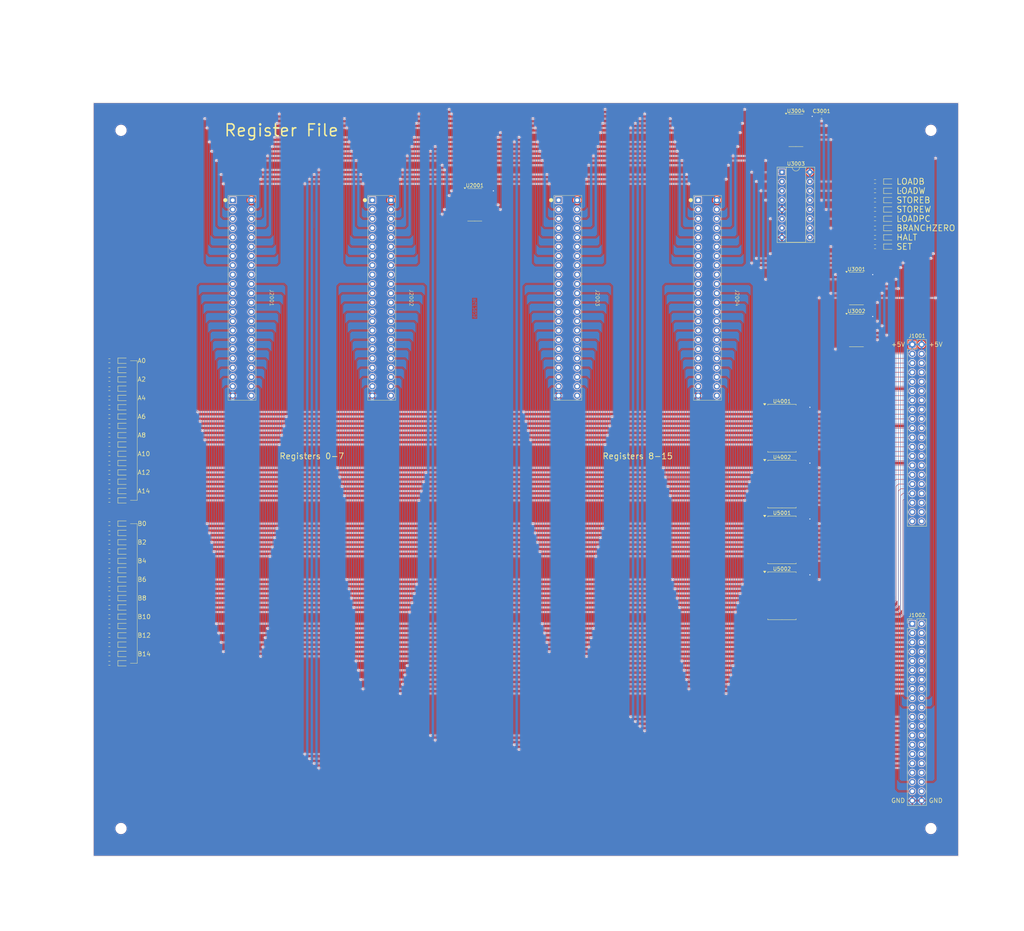
<source format=kicad_pcb>
(kicad_pcb (version 20240108) (generator "pcbnew") (generator_version "8.0")
  (layers (0 "F.Cu" signal) (31 "B.Cu" signal) (34 "B.Paste" user) (35 "F.Paste" user) (36 "B.SilkS" user "B.Silkscreen") (37 "F.SilkS" user "F.Silkscreen") (38 "B.Mask" user) (39 "F.Mask" user) (44 "Edge.Cuts" user))
  (net 0 "")
  (net 3 "/CLOCK")
  (net 4 "+5V")
  (net 6 "/RESET")
  (net 8 "/Bo5")
  (net 9 "/Cycle0")
  (net 10 "/Ao11")
  (net 11 "/Cycle1")
  (net 12 "GND")
  (net 13 "/Bo0")
  (net 14 "/Bo12")
  (net 15 "/Ao3")
  (net 16 "/Ao5")
  (net 18 "/Ao10")
  (net 19 "/Ao9")
  (net 20 "/Connector Block/A2")
  (net 21 "/Connector Block/A6")
  (net 22 "/Connector Block/B3")
  (net 23 "/Connector Block/R_{B}0")
  (net 24 "/Connector Block/B5")
  (net 25 "Net-(D4001-K)")
  (net 26 "/Connector Block/R_{A}2")
  (net 27 "/Connector Block/~{Active}")
  (net 28 "/Connector Block/A0")
  (net 29 "/Connector Block/B6")
  (net 30 "Net-(D4002-K)")
  (net 31 "/Connector Block/R_{A}1")
  (net 32 "Net-(D4003-K)")
  (net 33 "Net-(D4004-K)")
  (net 34 "/Connector Block/CLK")
  (net 35 "/Connector Block/R_{C}3")
  (net 36 "/Connector Block/A7")
  (net 37 "/Connector Block/R_{A}3")
  (net 38 "/Connector Block/B2")
  (net 39 "/Connector Block/A5")
  (net 40 "/Connector Block/R_{B}3")
  (net 42 "/Connector Block/B4")
  (net 43 "/Connector Block/R_{C}2")
  (net 44 "Net-(D4005-K)")
  (net 46 "/Connector Block/R_{C}1")
  (net 47 "/Connector Block/B1")
  (net 48 "/Connector Block/B7")
  (net 50 "/Connector Block/R_{B}1")
  (net 51 "Net-(D4006-K)")
  (net 52 "Net-(D4007-K)")
  (net 53 "/Connector Block/A1")
  (net 54 "/Connector Block/B0")
  (net 55 "/Connector Block/R_{A}0")
  (net 57 "/Connector Block/A3")
  (net 58 "/Connector Block/R_{C}0")
  (net 59 "Net-(D4008-K)")
  (net 60 "/Connector Block/A4")
  (net 61 "/Connector Block/R_{B}2")
  (net 62 "Net-(D4009-K)")
  (net 63 "Net-(D4010-K)")
  (net 64 "/Connector Block/B9")
  (net 65 "Net-(D4011-K)")
  (net 66 "/Connector Block/B10")
  (net 67 "/Connector Block/B11")
  (net 69 "/Connector Block/A9")
  (net 70 "/Connector Block/B8")
  (net 72 "/Connector Block/A12")
  (net 73 "/Connector Block/A15")
  (net 74 "/Connector Block/B13")
  (net 75 "Net-(D4012-K)")
  (net 76 "/Connector Block/B12")
  (net 77 "/Connector Block/A14")
  (net 78 "Net-(D4013-K)")
  (net 79 "/Connector Block/B14")
  (net 80 "Net-(D4014-K)")
  (net 82 "Net-(D4015-K)")
  (net 83 "/Connector Block/A11")
  (net 85 "/Connector Block/A8")
  (net 86 "/Connector Block/A13")
  (net 87 "Net-(D4016-K)")
  (net 88 "/Connector Block/A10")
  (net 89 "/Connector Block/B15")
  (net 90 "/Connector Block/~{R_{C}3}")
  (net 92 "/Connector Block/~{R_{B}3}")
  (net 94 "/Connector Block/~{R_{A}3}")
  (net 104 "/Bo13")
  (net 105 "/Ao8")
  (net 106 "/Bo6")
  (net 107 "/Bo2")
  (net 108 "/Bo9")
  (net 109 "/Ao1")
  (net 110 "/Ao15")
  (net 111 "/Bo3")
  (net 112 "/Bo15")
  (net 113 "/Bo1")
  (net 114 "/Bo7")
  (net 115 "/Bo4")
  (net 116 "/Ao7")
  (net 117 "/Bo14")
  (net 118 "/Bo8")
  (net 119 "/Ao0")
  (net 120 "/Bo11")
  (net 121 "/Ao2")
  (net 122 "/Bo10")
  (net 123 "/Ao12")
  (net 124 "/Ao14")
  (net 125 "/Ao13")
  (net 126 "/Ao6")
  (net 127 "/Ao4")
  (net 128 "/Enabler/~{AB_{Enable}}")
  (net 129 "Net-(D3001-K)")
  (net 130 "Net-(D3002-K)")
  (net 131 "Net-(D3003-K)")
  (net 132 "Net-(D3004-K)")
  (net 133 "Net-(U3001-Pad10)")
  (net 134 "Net-(U3001-Pad1)")
  (net 135 "Net-(D5001-K)")
  (net 136 "Net-(U3001-Pad12)")
  (net 137 "/Enabler/~{Set}")
  (net 138 "Net-(D5002-K)")
  (net 139 "Net-(D5003-K)")
  (net 140 "Net-(D5004-K)")
  (net 141 "/Enabler/~{BranchZero}")
  (net 142 "Net-(D5005-K)")
  (net 143 "/Enabler/~{Halt}")
  (net 144 "/Enabler/~{LoadPC}")
  (net 145 "Net-(D5006-K)")
  (net 146 "/Enabler/~{LoadW}")
  (net 147 "/Enabler/~{StoreW}")
  (net 148 "/Enabler/~{StoreB}")
  (net 149 "/Enabler/~{LoadB}")
  (net 150 "Net-(D5007-K)")
  (net 152 "Net-(D5008-K)")
  (net 153 "Net-(U3004-Pad11)")
  (net 154 "Net-(D5009-K)")
  (net 155 "Net-(D5010-K)")
  (net 156 "Net-(D5011-K)")
  (net 157 "Net-(D5012-K)")
  (net 158 "Net-(D5013-K)")
  (net 159 "Net-(D5014-K)")
  (net 160 "Net-(D5015-K)")
  (net 161 "Net-(D5016-K)")
  (net 162 "/C1")
  (net 163 "/C13")
  (net 164 "/C7")
  (net 165 "/I0")
  (net 166 "/C6")
  (net 167 "/C9")
  (net 168 "/Cycle4")
  (net 169 "/Cycle2")
  (net 170 "/Cycle3")
  (net 171 "/C2")
  (net 172 "/C11")
  (net 173 "/C14")
  (net 174 "/C8")
  (net 175 "/I3")
  (net 176 "/C12")
  (net 177 "/C15")
  (net 178 "/I1")
  (net 179 "/C5")
  (net 180 "/C0")
  (net 181 "/C4")
  (net 182 "/C3")
  (net 183 "/C10")
  (net 184 "/I2")
  (net 185 "Net-(D3005-K)")
  (net 186 "Net-(D3006-K)")
  (net 187 "Net-(D3007-K)")
  (net 188 "Net-(D3008-K)")
  (net 189 "Net-(U3004-Pad5)")
  (net 191 "Net-(U3001-Pad8)")
  (net 194 "Net-(U3002-Pad11)")
  (footprint "LED_SMD:LED_0603_1608Metric" (layer "F.Cu") (at 69.215 170.815)
    (property "Reference" "D5004" (hide yes))
    (property "Value" "WHITE")
  )
  (footprint "LED_SMD:LED_0603_1608Metric" (layer "F.Cu") (at 69.215 146.685)
    (property "Reference" "D4012" (hide yes))
    (property "Value" "WHITE")
  )
  (footprint "LED_SMD:LED_0603_1608Metric" (layer "F.Cu") (at 278.13 85.09)
    (property "Reference" "D3007" (hide yes))
    (property "Value" "Blue")
  )
  (footprint "LED_SMD:LED_0603_1608Metric" (layer "F.Cu") (at 69.215 133.985)
    (property "Reference" "D4007" (hide yes))
    (property "Value" "WHITE")
  )
  (footprint "Resistor_SMD:R_0603_1608Metric" (layer "F.Cu") (at 65.405 154.305)
    (property "Reference" "R4015" (hide yes))
    (property "Value" "4k7")
  )
  (footprint "LED_SMD:LED_0603_1608Metric" (layer "F.Cu") (at 69.215 139.065)
    (property "Reference" "D4009" (hide yes))
    (property "Value" "WHITE")
  )
  (footprint "Resistor_SMD:R_0603_1608Metric" (layer "F.Cu") (at 65.405 165.735)
    (property "Reference" "R5002" (hide yes))
    (property "Value" "4k7")
  )
  (footprint "Package_SO:SOIC-20W_7.5x12.8mm_P1.27mm" (layer "F.Cu") (at 248.92 152.4)
    (property "Reference" "U4002")
    (property "Value" "74HC245")
  )
  (footprint "LED_SMD:LED_0603_1608Metric" (layer "F.Cu") (at 69.215 193.675)
    (property "Reference" "D5013" (hide yes))
    (property "Value" "WHITE")
  )
  (footprint "Package_SO:SOIC-20W_7.5x12.8mm_P1.27mm" (layer "F.Cu") (at 248.92 167.64)
    (property "Reference" "U5001")
    (property "Value" "74HC245")
  )
  (footprint "Package_SO:SOIC-20W_7.5x12.8mm_P1.27mm" (layer "F.Cu") (at 248.92 137.16)
    (property "Reference" "U4001")
    (property "Value" "74HC245")
  )
  (footprint "BoardEdgeConnectors:TE-5530843-4-Mount" (layer "F.Cu") (at 190.5 101.6 -90)
    (property "Reference" "J2003")
    (property "Value" "~")
  )
  (footprint "LED_SMD:LED_0603_1608Metric" (layer "F.Cu") (at 69.215 154.305)
    (property "Reference" "D4015" (hide yes))
    (property "Value" "WHITE")
  )
  (footprint "Connector_PinHeader_2.54mm:PinHeader_2x20_P2.54mm_Vertical" (layer "F.Cu") (at 284.48 190.5)
    (property "Reference" "J1002")
    (property "Value" "Conn_02x20_Odd_Even")
  )
  (footprint "LED_SMD:LED_0603_1608Metric" (layer "F.Cu") (at 69.215 175.895)
    (property "Reference" "D5006" (hide yes))
    (property "Value" "WHITE")
  )
  (footprint "Resistor_SMD:R_0603_1608Metric" (layer "F.Cu") (at 274.32 80.01 180)
    (property "Reference" "R3005" (hide yes))
    (property "Value" "4k7")
  )
  (footprint "LED_SMD:LED_0603_1608Metric" (layer "F.Cu") (at 69.215 136.525)
    (property "Reference" "D4008" (hide yes))
    (property "Value" "WHITE")
  )
  (footprint "Package_SO:SOIC-14_3.9x8.7mm_P1.27mm" (layer "F.Cu") (at 252.73 55.88)
    (property "Reference" "U3004")
    (property "Value" "74HC08")
  )
  (footprint "MountingHole:MountingHole_2.7mm_M2.5_ISO7380" (layer "F.Cu") (at 68.58 246.38)
    (property "Reference" "H1003" (hide yes))
    (property "Value" "MountingHole")
  )
  (footprint "LED_SMD:LED_0603_1608Metric" (layer "F.Cu") (at 69.215 141.605)
    (property "Reference" "D4010" (hide yes))
    (property "Value" "WHITE")
  )
  (footprint "Resistor_SMD:R_0603_1608Metric" (layer "F.Cu") (at 65.405 191.135)
    (property "Reference" "R5012" (hide yes))
    (property "Value" "4k7")
  )
  (footprint "Resistor_SMD:R_0603_1608Metric" (layer "F.Cu") (at 65.405 128.935)
    (property "Reference" "R4005" (hide yes))
    (property "Value" "4k7")
  )
  (footprint "Capacitor_SMD:C_0603_1608Metric" (layer "F.Cu") (at 259.715 52.07)
    (property "Reference" "C3001")
    (property "Value" "100n")
  )
  (footprint "LED_SMD:LED_0603_1608Metric" (layer "F.Cu") (at 69.215 198.755)
    (property "Reference" "D5015" (hide yes))
    (property "Value" "WHITE")
  )
  (footprint "Resistor_SMD:R_0603_1608Metric" (layer "F.Cu") (at 274.32 85.09 180)
    (property "Reference" "R3007" (hide yes))
    (property "Value" "4k7")
  )
  (footprint "Resistor_SMD:R_0603_1608Metric" (layer "F.Cu") (at 65.405 170.815)
    (property "Reference" "R5004" (hide yes))
    (property "Value" "4k7")
  )
  (footprint "BoardEdgeConnectors:TE-5530843-4-Mount" (layer "F.Cu") (at 101.6 101.6 -90)
    (property "Reference" "J2001")
    (property "Value" "~")
  )
  (footprint "Resistor_SMD:R_0603_1608Metric" (layer "F.Cu") (at 65.405 201.295)
    (property "Reference" "R5016" (hide yes))
    (property "Value" "4k7")
  )
  (footprint "Resistor_SMD:R_0603_1608Metric" (layer "F.Cu") (at 65.405 188.595)
    (property "Reference" "R5011" (hide yes))
    (property "Value" "4k7")
  )
  (footprint "Resistor_SMD:R_0603_1608Metric" (layer "F.Cu") (at 274.32 69.85 180)
    (property "Reference" "R3001" (hide yes))
    (property "Value" "4k7")
  )
  (footprint "Resistor_SMD:R_0603_1608Metric" (layer "F.Cu") (at 65.405 144.145)
    (property "Reference" "R4011" (hide yes))
    (property "Value" "4k7")
  )
  (footprint "LED_SMD:LED_0603_1608Metric" (layer "F.Cu") (at 278.13 74.93)
    (property "Reference" "D3003" (hide yes))
    (property "Value" "Blue")
  )
  (footprint "Resistor_SMD:R_0603_1608Metric" (layer "F.Cu") (at 274.32 87.63 180)
    (property "Reference" "R3008" (hide yes))
    (property "Value" "4k7")
  )
  (footprint "LED_SMD:LED_0603_1608Metric" (layer "F.Cu") (at 69.215 165.735)
    (property "Reference" "D5002" (hide yes))
    (property "Value" "WHITE")
  )
  (footprint "Resistor_SMD:R_0603_1608Metric" (layer "F.Cu") (at 65.405 180.975)
    (property "Reference" "R5008" (hide yes))
    (property "Value" "4k7")
  )
  (footprint "Resistor_SMD:R_0603_1608Metric" (layer "F.Cu") (at 274.32 72.39 180)
    (property "Reference" "R3002" (hide yes))
    (property "Value" "4k7")
  )
  (footprint "LED_SMD:LED_0603_1608Metric" (layer "F.Cu") (at 69.215 180.975)
    (property "Reference" "D5008" (hide yes))
    (property "Value" "WHITE")
  )
  (footprint "LED_SMD:LED_0603_1608Metric" (layer "F.Cu") (at 69.215 151.765)
    (property "Reference" "D4014" (hide yes))
    (property "Value" "WHITE")
  )
  (footprint "Resistor_SMD:R_0603_1608Metric" (layer "F.Cu") (at 65.405 186.055)
    (property "Reference" "R5010" (hide yes))
    (property "Value" "4k7")
  )
  (footprint "Resistor_SMD:R_0603_1608Metric" (layer "F.Cu") (at 65.405 133.985)
    (property "Reference" "R4007" (hide yes))
    (property "Value" "4k7")
  )
  (footprint "LED_SMD:LED_0603_1608Metric" (layer "F.Cu") (at 278.13 80.01)
    (property "Reference" "D3005" (hide yes))
    (property "Value" "Blue")
  )
  (footprint "Resistor_SMD:R_0603_1608Metric" (layer "F.Cu") (at 274.32 74.93 180)
    (property "Reference" "R3003" (hide yes))
    (property "Value" "4k7")
  )
  (footprint "Resistor_SMD:R_0603_1608Metric" (layer "F.Cu") (at 65.405 151.765)
    (property "Reference" "R4014" (hide yes))
    (property "Value" "4k7")
  )
  (footprint "Resistor_SMD:R_0603_1608Metric" (layer "F.Cu") (at 65.405 175.895)
    (property "Reference" "R5006" (hide yes))
    (property "Value" "4k7")
  )
  (footprint "LED_SMD:LED_0603_1608Metric" (layer "F.Cu") (at 69.215 156.845)
    (property "Reference" "D4016" (hide yes))
    (property "Value" "WHITE")
  )
  (footprint "Resistor_SMD:R_0603_1608Metric" (layer "F.Cu") (at 65.405 196.215)
    (property "Reference" "R5014" (hide yes))
    (property "Value" "4k7")
  )
  (footprint "Resistor_SMD:R_0603_1608Metric" (layer "F.Cu") (at 65.405 193.675)
    (property "Reference" "R5013" (hide yes))
    (property "Value" "4k7")
  )
  (footprint "LED_SMD:LED_0603_1608Metric" (layer "F.Cu") (at 69.215 149.225)
    (property "Reference" "D4013" (hide yes))
    (property "Value" "WHITE")
  )
  (footprint "LED_SMD:LED_0603_1608Metric" (layer "F.Cu") (at 278.13 69.85)
    (property "Reference" "D3001" (hide yes))
    (property "Value" "Blue")
  )
  (footprint "LED_SMD:LED_0603_1608Metric" (layer "F.Cu") (at 69.215 196.215)
    (property "Reference" "D5014" (hide yes))
    (property "Value" "WHITE")
  )
  (footprint "Resistor_SMD:R_0603_1608Metric" (layer "F.Cu") (at 65.405 118.745)
    (property "Reference" "R4001" (hide yes))
    (property "Value" "4k7")
  )
  (footprint "MountingHole:MountingHole_2.7mm_M2.5_ISO7380" (layer "F.Cu") (at 289.56 55.88)
    (property "Reference" "H1002" (hide yes))
    (property "Value" "MountingHole")
  )
  (footprint "Package_SO:SOIC-14_3.9x8.7mm_P1.27mm" (layer "F.Cu") (at 269.24 110.49)
    (property "Reference" "U3002")
    (property "Value" "74HC08")
  )
  (footprint "LED_SMD:LED_0603_1608Metric" (layer "F.Cu") (at 69.215 178.435)
    (property "Reference" "D5007" (hide yes))
    (property "Value" "WHITE")
  )
  (footprint "LED_SMD:LED_0603_1608Metric" (layer "F.Cu") (at 69.215 131.445)
    (property "Reference" "D4006" (hide yes))
    (property "Value" "WHITE")
  )
  (footprint "Resistor_SMD:R_0603_1608Metric" (layer "F.Cu") (at 65.405 123.825)
    (property "Reference" "R4003" (hide yes))
    (property "Value" "4k7")
  )
  (footprint "LED_SMD:LED_0603_1608Metric" (layer "F.Cu") (at 69.215 183.515)
    (property "Reference" "D5009" (hide yes))
    (property "Value" "WHITE")
  )
  (footprint "LED_SMD:LED_0603_1608Metric" (layer "F.Cu") (at 69.215 128.905)
    (property "Reference" "D4005" (hide yes))
    (property "Value" "WHITE")
  )
  (footprint "LED_SMD:LED_0603_1608Metric" (layer "F.Cu") (at 69.215 121.285)
    (property "Reference" "D4002" (hide yes))
    (property "Value" "WHITE")
  )
  (footprint "Resistor_SMD:R_0603_1608Metric" (layer "F.Cu") (at 65.405 198.755)
    (property "Reference" "R5015" (hide yes))
    (property "Value" "4k7")
  )
  (footprint "Resistor_SMD:R_0603_1608Metric" (layer "F.Cu") (at 65.405 121.285)
    (property "Reference" "R4002" (hide yes))
    (property "Value" "4k7")
  )
  (footprint "Resistor_SMD:R_0603_1608Metric" (layer "F.Cu") (at 65.405 163.195)
    (property "Reference" "R5001" (hide yes))
    (property "Value" "4k7")
  )
  (footprint "LED_SMD:LED_0603_1608Metric" (layer "F.Cu") (at 69.215 191.135)
    (property "Reference" "D5012" (hide yes))
    (property "Value" "WHITE")
  )
  (footprint "BoardEdgeConnectors:TE-5530843-4-Mount" (layer "F.Cu") (at 139.7 101.6 -90)
    (property "Reference" "J2002")
    (property "Value" "~")
  )
  (footprint "Resistor_SMD:R_0603_1608Metric" (layer "F.Cu") (at 65.405 149.225)
    (property "Reference" "R4013" (hide yes))
    (property "Value" "4k7")
  )
  (footprint "Package_SO:SOIC-14_3.9x8.7mm_P1.27mm" (layer "F.Cu") (at 165.1 76.2)
    (property "Reference" "U2001")
    (property "Value" "74AHC04")
  )
  (footprint "LED_SMD:LED_0603_1608Metric" (layer "F.Cu") (at 69.215 201.295)
    (property "Reference" "D5016" (hide yes))
    (property "Value" "WHITE")
  )
  (footprint "Resistor_SMD:R_0603_1608Metric" (layer "F.Cu") (at 65.405 178.435)
    (property "Reference" "R5007" (hide yes))
    (property "Value" "4k7")
  )
  (footprint "LED_SMD:LED_0603_1608Metric" (layer "F.Cu") (at 278.13 82.55)
    (property "Reference" "D3006" (hide yes))
    (property "Value" "Blue")
  )
  (footprint "LED_SMD:LED_0603_1608Metric" (layer "F.Cu") (at 69.215 163.195)
    (property "Reference" "D5001" (hide yes))
    (property "Value" "WHITE")
  )
  (footprint "LED_SMD:LED_0603_1608Metric" (layer "F.Cu") (at 278.13 87.63)
    (property "Reference" "D3008" (hide yes))
    (property "Value" "Blue")
  )
  (footprint "Resistor_SMD:R_0603_1608Metric" (layer "F.Cu") (at 65.405 139.065)
    (property "Reference" "R4009" (hide yes))
    (property "Value" "4k7")
  )
  (footprint "Resistor_SMD:R_0603_1608Metric" (layer "F.Cu") (at 65.405 173.355)
    (property "Reference" "R5005" (hide yes))
    (property "Value" "4k7")
  )
  (footprint "LED_SMD:LED_0603_1608Metric" (layer "F.Cu") (at 278.13 77.47)
    (property "Reference" "D3004" (hide yes))
    (property "Value" "Blue")
  )
  (footprint "Resistor_SMD:R_0603_1608Metric" (layer "F.Cu") (at 65.405 156.845)
    (property "Reference" "R4016" (hide yes))
    (property "Value" "4k7")
  )
  (footprint "LED_SMD:LED_0603_1608Metric" (layer "F.Cu") (at 69.215 123.825)
    (property "Reference" "D4003" (hide yes))
    (property "Value" "WHITE")
  )
  (footprint "Resistor_SMD:R_0603_1608Metric" (layer "F.Cu") (at 65.405 168.275)
    (property "Reference" "R5003" (hide yes))
    (property "Value" "4k7")
  )
  (footprint "Resistor_SMD:R_0603_1608Metric" (layer "F.Cu") (at 65.405 183.515)
    (property "Reference" "R5009" (hide yes))
    (property "Value" "4k7")
  )
  (footprint "MountingHole:MountingHole_2.7mm_M2.5_ISO7380" (layer "F.Cu") (at 289.56 246.38)
    (property "Reference" "H1004" (hide yes))
    (property "Value" "MountingHole")
  )
  (footprint "Resistor_SMD:R_0603_1608Metric" (layer "F.Cu") (at 274.32 77.47 180)
    (property "Reference" "R3004" (hide yes))
    (property "Value" "4k7")
  )
  (footprint "LED_SMD:LED_0603_1608Metric" (layer "F.Cu") (at 69.215 126.365)
    (property "Reference" "D4004" (hide yes))
    (property "Value" "WHITE")
  )
  (footprint "MountingHole:MountingHole_2.7mm_M2.5_ISO7380" (layer "F.Cu") (at 68.58 55.88)
    (property "Reference" "H1001" (hide yes))
    (property "Value" "MountingHole")
  )
  (footprint "BoardEdgeConnectors:TE-5530843-4-Mount" (layer "F.Cu") (at 228.6 101.6 -90)
    (property "Reference" "J2004")
    (property "Value" "~")
  )
  (footprint "Package_SO:SOIC-20W_7.5x12.8mm_P1.27mm" (layer "F.Cu") (at 248.92 182.88)
    (property "Reference" "U5002")
    (property "Value" "74HC245")
  )
  (footprint "Resistor_SMD:R_0603_1608Metric" (layer "F.Cu") (at 274.32 82.55 180)
    (property "Reference" "R3006" (hide yes))
    (property "Value" "4k7")
  )
  (footprint "Package_DIP:DIP-16_W7.62mm_Socket" (layer "F.Cu") (at 248.92 67.31)
    (property "Reference" "U3003")
    (property "Value" "74HC138")
  )
  (footprint "Connector_PinHeader_2.54mm:PinHeader_2x20_P2.54mm_Vertical" (layer "F.Cu") (at 284.48 114.3)
    (property "Reference" "J1001")
    (property "Value" "Conn_02x20_Odd_Even")
  )
  (footprint "LED_SMD:LED_0603_1608Metric" (layer "F.Cu") (at 278.13 72.39)
    (property "Reference" "D3002" (hide yes))
    (property "Value" "Blue")
  )
  (footprint "LED_SMD:LED_0603_1608Metric" (layer "F.Cu") (at 69.215 188.595)
    (property "Reference" "D5011" (hide yes))
    (property "Value" "WHITE")
  )
  (footprint "Resistor_SMD:R_0603_1608Metric" (layer "F.Cu") (at 65.405 146.685)
    (property "Reference" "R4012" (hide yes))
    (property "Value" "4k7")
  )
  (footprint "LED_SMD:LED_0603_1608Metric" (layer "F.Cu") (at 69.215 168.275)
    (property "Reference" "D5003" (hide yes))
    (property "Value" "WHITE")
  )
  (footprint "Resistor_SMD:R_0603_1608Metric" (layer "F.Cu") (at 65.405 141.605)
    (property "Reference" "R4010" (hide yes))
    (property "Value" "4k7")
  )
  (footprint "Package_SO:SOIC-14_3.9x8.7mm_P1.27mm" (layer "F.Cu") (at 269.24 99.06)
    (property "Reference" "U3001")
    (property "Value" "74HC14")
  )
  (footprint "Resistor_SMD:R_0603_1608Metric" (layer "F.Cu") (at 65.405 131.445)
    (property "Reference" "R4006" (hide yes))
    (property "Value" "4k7")
  )
  (footprint "LED_SMD:LED_0603_1608Metric" (layer "F.Cu") (at 69.215 144.145)
    (property "Reference" "D4011" (hide yes))
    (property "Value" "WHITE")
  )
  (footprint "LED_SMD:LED_0603_1608Metric" (layer "F.Cu") (at 69.215 118.745)
    (property "Reference" "D4001" (hide yes))
    (property "Value" "WHITE")
  )
  (footprint "LED_SMD:LED_0603_1608Metric" (layer "F.Cu") (at 69.215 186.055)
    (property "Reference" "D5010" (hide yes))
    (property "Value" "WHITE")
  )
  (footprint "Resistor_SMD:R_0603_1608Metric" (layer "F.Cu") (at 65.405 126.365)
    (property "Reference" "R4004" (hide yes))
    (property "Value" "4k7")
  )
  (footprint "LED_SMD:LED_0603_1608Metric" (layer "F.Cu") (at 69.215 173.355)
    (property "Reference" "D5005" (hide yes))
    (property "Value" "WHITE")
  )
  (footprint "Resistor_SMD:R_0603_1608Metric" (layer "F.Cu") (at 65.405 136.525)
    (property "Reference" "R4008" (hide yes))
    (property "Value" "4k7")
  )
  (gr_line (start 71.12 118.745) (end 73.025 118.745) (stroke (width 0.1)) (layer "F.SilkS"))
  (gr_line (start 73.025 118.745) (end 73.025 156.845) (stroke (width 0.1)) (layer "F.SilkS"))
  (gr_line (start 73.025 163.195) (end 73.025 201.295) (stroke (width 0.1)) (layer "F.SilkS"))
  (gr_line (start 71.12 163.195) (end 73.025 163.195) (stroke (width 0.1)) (layer "F.SilkS"))
  (gr_line (start 73.025 201.295) (end 71.12 201.295) (stroke (width 0.1)) (layer "F.SilkS"))
  (gr_line (start 73.025 156.845) (end 71.12 156.845) (stroke (width 0.1)) (layer "F.SilkS"))
  (gr_rect (start 60.96 48.26) (end 297.18 254) (stroke (width 0.05)) (fill none) (layer "Edge.Cuts"))
  (gr_text "RGE2025" (at 165.1 101.6 90) (layer "B.Cu") (effects (font (size 0.8128 0.8128) (thickness 0.1524) (bold yes)) (justify left mirror)))
  (gr_text "A4" (at 73.025 128.905 0) (layer "F.SilkS") (effects (font (size 1.2192 1.2192) (thickness 0.1524)) (justify left)))
  (gr_text "A14" (at 73.025 154.305 0) (layer "F.SilkS") (effects (font (size 1.2192 1.2192) (thickness 0.1524)) (justify left)))
  (gr_text "Registers 8-15" (at 209.55 144.78 0) (layer "F.SilkS") (effects (font (size 1.6256 1.6256) (thickness 0.2032))))
  (gr_text "STOREB" (at 280.035 74.93 0) (layer "F.SilkS") (effects (font (size 1.6256 1.6256) (thickness 0.2032)) (justify left)))
  (gr_text "B0" (at 73.025 163.195 0) (layer "F.SilkS") (effects (font (size 1.2192 1.2192) (thickness 0.1524)) (justify left)))
  (gr_text "B6" (at 73.025 178.435 0) (layer "F.SilkS") (effects (font (size 1.2192 1.2192) (thickness 0.1524)) (justify left)))
  (gr_text "LOADW" (at 280.035 72.39 0) (layer "F.SilkS") (effects (font (size 1.6256 1.6256) (thickness 0.2032)) (justify left)))
  (gr_text "A0" (at 73.025 118.745 0) (layer "F.SilkS") (effects (font (size 1.2192 1.2192) (thickness 0.1524)) (justify left)))
  (gr_text "A2" (at 73.025 123.825 0) (layer "F.SilkS") (effects (font (size 1.2192 1.2192) (thickness 0.1524)) (justify left)))
  (gr_text "Registers 0-7" (at 120.65 144.78 0) (layer "F.SilkS") (effects (font (size 1.6256 1.6256) (thickness 0.2032))))
  (gr_text "GND" (at 282.575 238.76 0) (layer "F.SilkS") (effects (font (size 1.2192 1.2192) (thickness 0.1524)) (justify right)))
  (gr_text "B4" (at 73.025 173.355 0) (layer "F.SilkS") (effects (font (size 1.2192 1.2192) (thickness 0.1524)) (justify left)))
  (gr_text "A6" (at 73.025 133.985 0) (layer "F.SilkS") (effects (font (size 1.2192 1.2192) (thickness 0.1524)) (justify left)))
  (gr_text "A8" (at 73.025 139.065 0) (layer "F.SilkS") (effects (font (size 1.2192 1.2192) (thickness 0.1524)) (justify left)))
  (gr_text "Register File" (at 96.52 55.88 0) (layer "F.SilkS") (effects (font (size 3.2512 3.2512) (thickness 0.4064)) (justify left)))
  (gr_text "A10" (at 73.025 144.145 0) (layer "F.SilkS") (effects (font (size 1.2192 1.2192) (thickness 0.1524)) (justify left)))
  (gr_text "B14" (at 73.025 198.755 0) (layer "F.SilkS") (effects (font (size 1.2192 1.2192) (thickness 0.1524)) (justify left)))
  (gr_text "+5V" (at 288.925 114.3 0) (layer "F.SilkS") (effects (font (size 1.2192 1.2192) (thickness 0.1524)) (justify left)))
  (gr_text "SET" (at 280.035 87.63 0) (layer "F.SilkS") (effects (font (size 1.6256 1.6256) (thickness 0.2032)) (justify left)))
  (gr_text "B12" (at 73.025 193.675 0) (layer "F.SilkS") (effects (font (size 1.2192 1.2192) (thickness 0.1524)) (justify left)))
  (gr_text "GND" (at 288.925 238.76 0) (layer "F.SilkS") (effects (font (size 1.2192 1.2192) (thickness 0.1524)) (justify left)))
  (gr_text "HALT" (at 280.035 85.09 0) (layer "F.SilkS") (effects (font (size 1.6256 1.6256) (thickness 0.2032)) (justify left)))
  (gr_text "+5V" (at 282.575 114.3 0) (layer "F.SilkS") (effects (font (size 1.2192 1.2192) (thickness 0.1524)) (justify right)))
  (gr_text "STOREW" (at 280.035 77.47 0) (layer "F.SilkS") (effects (font (size 1.6256 1.6256) (thickness 0.2032)) (justify left)))
  (gr_text "LOADB" (at 280.035 69.85 0) (layer "F.SilkS") (effects (font (size 1.6256 1.6256) (thickness 0.2032)) (justify left)))
  (gr_text "B10" (at 73.025 188.595 0) (layer "F.SilkS") (effects (font (size 1.2192 1.2192) (thickness 0.1524)) (justify left)))
  (gr_text "LOADPC" (at 280.035 80.01 0) (layer "F.SilkS") (effects (font (size 1.6256 1.6256) (thickness 0.2032)) (justify left)))
  (gr_text "BRANCHZERO" (at 280.035 82.55 0) (layer "F.SilkS") (effects (font (size 1.6256 1.6256) (thickness 0.2032)) (justify left)))
  (gr_text "B8" (at 73.025 183.515 0) (layer "F.SilkS") (effects (font (size 1.2192 1.2192) (thickness 0.1524)) (justify left)))
  (gr_text "A12" (at 73.025 149.225 0) (layer "F.SilkS") (effects (font (size 1.2192 1.2192) (thickness 0.1524)) (justify left)))
  (gr_text "B2" (at 73.025 168.275 0) (layer "F.SilkS") (effects (font (size 1.2192 1.2192) (thickness 0.1524)) (justify left)))
  (segment (start 278.9175 74.93) (end 281.305 74.93) (width 0.127) (layer "F.Cu") (net 4))
  (segment (start 281.305 70.485) (end 281.305 72.39) (width 0.127) (layer "F.Cu") (net 4))
  (segment (start 167.575 72.39) (end 170.18 72.39) (width 0.508) (layer "F.Cu") (net 4))
  (segment (start 258.94 52.07) (end 257.175 52.07) (width 0.127) (layer "F.Cu") (net 4))
  (segment (start 281.305 77.47) (end 281.305 80.01) (width 0.127) (layer "F.Cu") (net 4))
  (segment (start 281.305 86.995) (end 280.67 87.63) (width 0.127) (layer "F.Cu") (net 4))
  (segment (start 253.57 146.685) (end 256.54 146.685) (width 0.508) (layer "F.Cu") (net 4))
  (segment (start 278.9175 82.55) (end 281.305 82.55) (width 0.127) (layer "F.Cu") (net 4))
  (segment (start 244.27 177.165) (end 253.57 177.165) (width 0.127) (layer "F.Cu") (net 4))
  (segment (start 280.67 69.85) (end 281.305 70.485) (width 0.127) (layer "F.Cu") (net 4))
  (segment (start 253.57 131.445) (end 256.54 131.445) (width 0.508) (layer "F.Cu") (net 4))
  (segment (start 255.205 52.07) (end 257.175 52.07) (width 0.508) (layer "F.Cu") (net 4))
  (segment (start 281.305 74.93) (end 281.305 77.47) (width 0.127) (layer "F.Cu") (net 4))
  (segment (start 281.305 72.39) (end 281.305 74.93) (width 0.127) (layer "F.Cu") (net 4))
  (segment (start 278.9175 69.85) (end 280.67 69.85) (width 0.127) (layer "F.Cu") (net 4))
  (segment (start 281.305 82.55) (end 281.305 85.09) (width 0.127) (layer "F.Cu") (net 4))
  (segment (start 278.9175 72.39) (end 281.305 72.39) (width 0.127) (layer "F.Cu") (net 4))
  (segment (start 244.27 131.445) (end 253.57 131.445) (width 0.127) (layer "F.Cu") (net 4))
  (segment (start 253.57 177.165) (end 256.54 177.165) (width 0.508) (layer "F.Cu") (net 4))
  (segment (start 278.9175 85.09) (end 281.305 85.09) (width 0.127) (layer "F.Cu") (net 4))
  (segment (start 244.27 161.925) (end 253.57 161.925) (width 0.127) (layer "F.Cu") (net 4))
  (segment (start 271.715 95.25) (end 273.685 95.25) (width 0.508) (layer "F.Cu") (net 4))
  (segment (start 271.715 106.68) (end 273.685 106.68) (width 0.508) (layer "F.Cu") (net 4))
  (segment (start 280.67 87.63) (end 278.9175 87.63) (width 0.127) (layer "F.Cu") (net 4))
  (segment (start 278.9175 77.47) (end 281.305 77.47) (width 0.127) (layer "F.Cu") (net 4))
  (segment (start 278.9175 80.01) (end 281.305 80.01) (width 0.127) (layer "F.Cu") (net 4))
  (segment (start 281.305 85.09) (end 281.305 86.995) (width 0.127) (layer "F.Cu") (net 4))
  (segment (start 244.27 146.685) (end 253.57 146.685) (width 0.127) (layer "F.Cu") (net 4))
  (segment (start 253.57 161.925) (end 256.54 161.925) (width 0.508) (layer "F.Cu") (net 4))
  (segment (start 281.305 80.01) (end 281.305 82.55) (width 0.127) (layer "F.Cu") (net 4))
  (via (at 281.305 82.55) (size 0.45) (drill 0.3) (layers "F.Cu" "B.Cu") (net 4))
  (via (at 281.305 72.39) (size 0.45) (drill 0.3) (layers "F.Cu" "B.Cu") (net 4))
  (via (at 281.305 85.09) (size 0.45) (drill 0.3) (layers "F.Cu" "B.Cu") (net 4))
  (via (at 281.305 80.01) (size 0.45) (drill 0.3) (layers "F.Cu" "B.Cu") (net 4))
  (via (at 170.18 72.39) (size 0.45) (drill 0.3) (layers "F.Cu" "B.Cu") (net 4))
  (via (at 273.685 95.25) (size 0.45) (drill 0.3) (layers "F.Cu" "B.Cu") (net 4))
  (via (at 256.54 161.925) (size 0.45) (drill 0.3) (layers "F.Cu" "B.Cu") (net 4))
  (via (at 281.305 77.47) (size 0.45) (drill 0.3) (layers "F.Cu" "B.Cu") (net 4))
  (via (at 257.175 52.07) (size 0.45) (drill 0.3) (layers "F.Cu" "B.Cu") (net 4))
  (via (at 273.685 106.68) (size 0.45) (drill 0.3) (layers "F.Cu" "B.Cu") (net 4))
  (via (at 256.54 146.685) (size 0.45) (drill 0.3) (layers "F.Cu" "B.Cu") (net 4))
  (via (at 281.305 74.93) (size 0.45) (drill 0.3) (layers "F.Cu" "B.Cu") (net 4))
  (via (at 256.54 131.445) (size 0.45) (drill 0.3) (layers "F.Cu" "B.Cu") (net 4))
  (via (at 256.54 177.165) (size 0.45) (drill 0.3) (layers "F.Cu" "B.Cu") (net 4))
  (segment (start 274.955 170.18) (end 274.955 144.145) (width 0.127) (layer "F.Cu") (net 8))
  (segment (start 275.59 143.51) (end 285.75 143.51) (width 0.127) (layer "F.Cu") (net 8))
  (segment (start 274.955 144.145) (end 275.59 143.51) (width 0.127) (layer "F.Cu") (net 8))
  (segment (start 274.32 170.815) (end 274.955 170.18) (width 0.127) (layer "F.Cu") (net 8))
  (segment (start 253.57 170.815) (end 274.32 170.815) (width 0.127) (layer "F.Cu") (net 8))
  (segment (start 285.75 143.51) (end 287.02 142.24) (width 0.127) (layer "F.Cu") (net 8))
  (segment (start 267.335 153.035) (end 267.97 152.4) (width 0.127) (layer "F.Cu") (net 10))
  (segment (start 253.57 153.035) (end 267.335 153.035) (width 0.127) (layer "F.Cu") (net 10))
  (segment (start 285.75 130.81) (end 268.605 130.81) (width 0.127) (layer "F.Cu") (net 10))
  (segment (start 267.97 131.445) (end 267.97 139.7) (width 0.127) (layer "F.Cu") (net 10))
  (segment (start 267.97 152.4) (end 267.97 139.7) (width 0.127) (layer "F.Cu") (net 10))
  (segment (start 287.02 129.54) (end 285.75 130.81) (width 0.127) (layer "F.Cu") (net 10))
  (segment (start 268.605 130.81) (end 267.97 131.445) (width 0.127) (layer "F.Cu") (net 10))
  (segment (start 271.78 163.83) (end 271.145 164.465) (width 0.127) (layer "F.Cu") (net 13))
  (segment (start 272.415 137.16) (end 271.78 137.795) (width 0.127) (layer "F.Cu") (net 13))
  (segment (start 284.48 137.16) (end 272.415 137.16) (width 0.127) (layer "F.Cu") (net 13))
  (segment (start 271.78 137.795) (end 271.78 163.83) (width 0.127) (layer "F.Cu") (net 13))
  (segment (start 271.145 164.465) (end 253.57 164.465) (width 0.127) (layer "F.Cu") (net 13))
  (segment (start 279.4 184.785) (end 280.035 184.15) (width 0.127) (layer "F.Cu") (net 14))
  (segment (start 280.035 184.15) (end 280.035 153.035) (width 0.127) (layer "F.Cu") (net 14))
  (segment (start 280.035 153.035) (end 280.67 152.4) (width 0.127) (layer "F.Cu") (net 14))
  (segment (start 253.57 184.785) (end 279.4 184.785) (width 0.127) (layer "F.Cu") (net 14))
  (segment (start 280.67 152.4) (end 284.48 152.4) (width 0.127) (layer "F.Cu") (net 14))
  (segment (start 253.57 137.795) (end 261.62 137.795) (width 0.127) (layer "F.Cu") (net 15))
  (segment (start 262.255 137.16) (end 262.255 121.285) (width 0.127) (layer "F.Cu") (net 15))
  (segment (start 262.89 120.65) (end 285.75 120.65) (width 0.127) (layer "F.Cu") (net 15))
  (segment (start 262.255 121.285) (end 262.89 120.65) (width 0.127) (layer "F.Cu") (net 15))
  (segment (start 285.75 120.65) (end 287.02 119.38) (width 0.127) (layer "F.Cu") (net 15))
  (segment (start 261.62 137.795) (end 262.255 137.16) (width 0.127) (layer "F.Cu") (net 15))
  (segment (start 253.57 140.335) (end 262.89 140.335) (width 0.127) (layer "F.Cu") (net 16))
  (segment (start 262.89 140.335) (end 263.525 139.7) (width 0.127) (layer "F.Cu") (net 16))
  (segment (start 263.525 123.825) (end 264.16 123.19) (width 0.127) (layer "F.Cu") (net 16))
  (segment (start 263.525 139.7) (end 263.525 123.825) (width 0.127) (layer "F.Cu") (net 16))
  (segment (start 264.16 123.19) (end 285.75 123.19) (width 0.127) (layer "F.Cu") (net 16))
  (segment (start 285.75 123.19) (end 287.02 121.92) (width 0.127) (layer "F.Cu") (net 16))
  (segment (start 284.48 129.54) (end 267.97 129.54) (width 0.127) (layer "F.Cu") (net 18))
  (segment (start 267.97 129.54) (end 267.335 130.175) (width 0.127) (layer "F.Cu") (net 18))
  (segment (start 266.7 151.765) (end 253.57 151.765) (width 0.127) (layer "F.Cu") (net 18))
  (segment (start 267.335 130.175) (end 267.335 151.13) (width 0.127) (layer "F.Cu") (net 18))
  (segment (start 267.335 151.13) (end 266.7 151.765) (width 0.127) (layer "F.Cu") (net 18))
  (segment (start 266.7 128.905) (end 267.335 128.27) (width 0.127) (layer "F.Cu") (net 19))
  (segment (start 267.335 128.27) (end 285.75 128.27) (width 0.127) (layer "F.Cu") (net 19))
  (segment (start 266.065 150.495) (end 266.7 149.86) (width 0.127) (layer "F.Cu") (net 19))
  (segment (start 253.57 150.495) (end 266.065 150.495) (width 0.127) (layer "F.Cu") (net 19))
  (segment (start 266.7 149.86) (end 266.7 128.905) (width 0.127) (layer "F.Cu") (net 19))
  (segment (start 285.75 128.27) (end 287.02 127) (width 0.127) (layer "F.Cu") (net 19))
  (segment (start 70.0025 123.825) (end 85.725 123.825) (width 0.127) (layer "F.Cu") (net 20))
  (segment (start 244.27 135.255) (end 228.6 135.255) (width 0.127) (layer "F.Cu") (net 20))
  (segment (start 228.6 135.255) (end 179.07 135.255) (width 0.127) (layer "F.Cu") (net 20))
  (segment (start 86.36 124.46) (end 86.36 134.62) (width 0.127) (layer "F.Cu") (net 20))
  (segment (start 179.07 135.255) (end 90.17 135.255) (width 0.127) (layer "F.Cu") (net 20))
  (segment (start 85.725 123.825) (end 86.36 124.46) (width 0.127) (layer "F.Cu") (net 20))
  (segment (start 86.36 134.62) (end 86.995 135.255) (width 0.127) (layer "F.Cu") (net 20))
  (segment (start 86.995 135.255) (end 90.17 135.255) (width 0.127) (layer "F.Cu") (net 20))
  (via (at 179.07 135.255) (size 0.45) (drill 0.3) (layers "F.Cu" "B.Cu") (net 20))
  (via (at 90.17 135.255) (size 0.45) (drill 0.3) (layers "F.Cu" "B.Cu") (net 20))
  (segment (start 90.17 135.255) (end 90.17 100.965) (width 0.127) (layer "B.Cu") (net 20))
  (segment (start 90.805 100.33) (end 99.06 100.33) (width 0.127) (layer "B.Cu") (net 20))
  (segment (start 179.07 135.255) (end 179.07 100.965) (width 0.127) (layer "B.Cu") (net 20))
  (segment (start 179.705 100.33) (end 187.96 100.33) (width 0.127) (layer "B.Cu") (net 20))
  (segment (start 90.17 100.965) (end 90.805 100.33) (width 0.127) (layer "B.Cu") (net 20))
  (segment (start 179.07 100.965) (end 179.705 100.33) (width 0.127) (layer "B.Cu") (net 20))
  (segment (start 81.28 134.62) (end 81.28 139.7) (width 0.127) (layer "F.Cu") (net 21))
  (segment (start 70.0025 133.985) (end 80.645 133.985) (width 0.127) (layer "F.Cu") (net 21))
  (segment (start 180.34 140.335) (end 91.44 140.335) (width 0.127) (layer "F.Cu") (net 21))
  (segment (start 80.645 133.985) (end 81.28 134.62) (width 0.127) (layer "F.Cu") (net 21))
  (segment (start 81.915 140.335) (end 91.44 140.335) (width 0.127) (layer "F.Cu") (net 21))
  (segment (start 81.28 139.7) (end 81.915 140.335) (width 0.127) (layer "F.Cu") (net 21))
  (segment (start 244.27 140.335) (end 180.34 140.335) (width 0.127) (layer "F.Cu") (net 21))
  (via (at 180.34 140.335) (size 0.45) (drill 0.3) (layers "F.Cu" "B.Cu") (net 21))
  (via (at 91.44 140.335) (size 0.45) (drill 0.3) (layers "F.Cu" "B.Cu") (net 21))
  (segment (start 91.44 140.335) (end 91.44 106.045) (width 0.127) (layer "B.Cu") (net 21))
  (segment (start 92.075 105.41) (end 99.06 105.41) (width 0.127) (layer "B.Cu") (net 21))
  (segment (start 91.44 106.045) (end 92.075 105.41) (width 0.127) (layer "B.Cu") (net 21))
  (segment (start 180.34 140.335) (end 180.34 106.045) (width 0.127) (layer "B.Cu") (net 21))
  (segment (start 180.975 105.41) (end 187.96 105.41) (width 0.127) (layer "B.Cu") (net 21))
  (segment (start 180.34 106.045) (end 180.975 105.41) (width 0.127) (layer "B.Cu") (net 21))
  (segment (start 74.295 167.005) (end 73.66 167.64) (width 0.127) (layer "F.Cu") (net 22))
  (segment (start 73.66 167.64) (end 73.66 170.18) (width 0.127) (layer "F.Cu") (net 22))
  (segment (start 199.39 167.005) (end 110.49 167.005) (width 0.127) (layer "F.Cu") (net 22))
  (segment (start 244.27 167.005) (end 199.39 167.005) (width 0.127) (layer "F.Cu") (net 22))
  (segment (start 73.025 170.815) (end 70.0025 170.815) (width 0.127) (layer "F.Cu") (net 22))
  (segment (start 73.66 170.18) (end 73.025 170.815) (width 0.127) (layer "F.Cu") (net 22))
  (segment (start 110.49 167.005) (end 74.295 167.005) (width 0.127) (layer "F.Cu") (net 22))
  (via (at 110.49 167.005) (size 0.45) (drill 0.3) (layers "F.Cu" "B.Cu") (net 22))
  (via (at 199.39 167.005) (size 0.45) (drill 0.3) (layers "F.Cu" "B.Cu") (net 22))
  (segment (start 199.39 111.125) (end 199.39 117.475) (width 0.127) (layer "B.Cu") (net 22))
  (segment (start 104.14 110.49) (end 109.855 110.49) (width 0.127) (layer "B.Cu") (net 22))
  (segment (start 198.755 110.49) (end 199.39 111.125) (width 0.127) (layer "B.Cu") (net 22))
  (segment (start 110.49 111.125) (end 110.49 167.005) (width 0.127) (layer "B.Cu") (net 22))
  (segment (start 193.04 110.49) (end 198.755 110.49) (width 0.127) (layer "B.Cu") (net 22))
  (segment (start 109.855 110.49) (end 110.49 111.125) (width 0.127) (layer "B.Cu") (net 22))
  (segment (start 199.39 117.475) (end 199.39 167.005) (width 0.127) (layer "B.Cu") (net 22))
  (segment (start 127 61.595) (end 131.445 61.595) (width 0.127) (layer "F.Cu") (net 23))
  (segment (start 182.88 61.595) (end 220.345 61.595) (width 0.127) (layer "F.Cu") (net 23))
  (segment (start 131.445 61.595) (end 153.035 61.595) (width 0.127) (layer "F.Cu") (net 23))
  (segment (start 93.345 61.595) (end 127 61.595) (width 0.127) (layer "F.Cu") (net 23))
  (segment (start 153.035 61.595) (end 180.34 61.595) (width 0.127) (layer "F.Cu") (net 23))
  (segment (start 180.34 61.595) (end 182.88 61.595) (width 0.127) (layer "F.Cu") (net 23))
  (segment (start 153.035 220.98) (end 284.48 220.98) (width 0.127) (layer "F.Cu") (net 23))
  (via (at 182.88 61.595) (size 0.45) (drill 0.3) (layers "F.Cu" "B.Cu") (net 23))
  (via (at 153.035 220.98) (size 0.45) (drill 0.3) (layers "F.Cu" "B.Cu") (net 23))
  (via (at 153.035 61.595) (size 0.45) (drill 0.3) (layers "F.Cu" "B.Cu") (net 23))
  (via (at 93.345 61.595) (size 0.45) (drill 0.3) (layers "F.Cu" "B.Cu") (net 23))
  (via (at 131.445 61.595) (size 0.45) (drill 0.3) (layers "F.Cu" "B.Cu") (net 23))
  (via (at 220.345 61.595) (size 0.45) (drill 0.3) (layers "F.Cu" "B.Cu") (net 23))
  (segment (start 131.445 84.455) (end 131.445 61.595) (width 0.127) (layer "B.Cu") (net 23))
  (segment (start 93.98 85.09) (end 93.345 84.455) (width 0.127) (layer "B.Cu") (net 23))
  (segment (start 226.06 85.09) (end 220.98 85.09) (width 0.127) (layer "B.Cu") (net 23))
  (segment (start 220.345 84.455) (end 220.345 61.595) (width 0.127) (layer "B.Cu") (net 23))
  (segment (start 182.88 61.595) (end 182.88 84.455) (width 0.127) (layer "B.Cu") (net 23))
  (segment (start 183.515 85.09) (end 187.96 85.09) (width 0.127) (layer "B.Cu") (net 23))
  (segment (start 220.98 85.09) (end 220.345 84.455) (width 0.127) (layer "B.Cu") (net 23))
  (segment (start 99.06 85.09) (end 93.98 85.09) (width 0.127) (layer "B.Cu") (net 23))
  (segment (start 137.16 85.09) (end 132.08 85.09) (width 0.127) (layer "B.Cu") (net 23))
  (segment (start 153.035 61.595) (end 153.035 220.98) (width 0.127) (layer "B.Cu") (net 23))
  (segment (start 132.08 85.09) (end 131.445 84.455) (width 0.127) (layer "B.Cu") (net 23))
  (segment (start 93.345 84.455) (end 93.345 61.595) (width 0.127) (layer "B.Cu") (net 23))
  (segment (start 182.88 84.455) (end 183.515 85.09) (width 0.127) (layer "B.Cu") (net 23))
  (segment (start 76.2 175.26) (end 76.2 170.18) (width 0.127) (layer "F.Cu") (net 24))
  (segment (start 75.565 175.895) (end 76.2 175.26) (width 0.127) (layer "F.Cu") (net 24))
  (segment (start 70.0025 175.895) (end 75.565 175.895) (width 0.127) (layer "F.Cu") (net 24))
  (segment (start 198.755 169.545) (end 109.855 169.545) (width 0.127) (layer "F.Cu") (net 24))
  (segment (start 198.755 169.545) (end 244.27 169.545) (width 0.127) (layer "F.Cu") (net 24))
  (segment (start 76.835 169.545) (end 109.855 169.545) (width 0.127) (layer "F.Cu") (net 24))
  (segment (start 76.2 170.18) (end 76.835 169.545) (width 0.127) (layer "F.Cu") (net 24))
  (via (at 109.855 169.545) (size 0.45) (drill 0.3) (layers "F.Cu" "B.Cu") (net 24))
  (via (at 198.755 169.545) (size 0.45) (drill 0.3) (layers "F.Cu" "B.Cu") (net 24))
  (segment (start 109.22 113.03) (end 104.14 113.03) (width 0.127) (layer "B.Cu") (net 24))
  (segment (start 109.855 113.665) (end 109.22 113.03) (width 0.127) (layer "B.Cu") (net 24))
  (segment (start 198.12 113.03) (end 198.755 113.665) (width 0.127) (layer "B.Cu") (net 24))
  (segment (start 109.855 169.545) (end 109.855 113.665) (width 0.127) (layer "B.Cu") (net 24))
  (segment (start 198.755 120.015) (end 198.755 169.545) (width 0.127) (layer "B.Cu") (net 24))
  (segment (start 193.04 113.03) (end 198.12 113.03) (width 0.127) (layer "B.Cu") (net 24))
  (segment (start 198.755 113.665) (end 198.755 120.015) (width 0.127) (layer "B.Cu") (net 24))
  (segment (start 66.23 118.745) (end 68.4275 118.745) (width 0.127) (layer "F.Cu") (net 25))
  (segment (start 91.44 52.705) (end 129.54 52.705) (width 0.127) (layer "F.Cu") (net 26))
  (segment (start 173.99 52.705) (end 180.975 52.705) (width 0.127) (layer "F.Cu") (net 26))
  (segment (start 284.48 218.44) (end 210.185 218.44) (width 0.127) (layer "F.Cu") (net 26))
  (segment (start 210.185 52.705) (end 218.44 52.705) (width 0.127) (layer "F.Cu") (net 26))
  (segment (start 180.975 52.705) (end 210.185 52.705) (width 0.127) (layer "F.Cu") (net 26))
  (segment (start 129.54 52.705) (end 173.99 52.705) (width 0.127) (layer "F.Cu") (net 26))
  (via (at 218.44 52.705) (size 0.45) (drill 0.3) (layers "F.Cu" "B.Cu") (net 26))
  (via (at 210.185 52.705) (size 0.45) (drill 0.3) (layers "F.Cu" "B.Cu") (net 26))
  (via (at 180.975 52.705) (size 0.45) (drill 0.3) (layers "F.Cu" "B.Cu") (net 26))
  (via (at 129.54 52.705) (size 0.45) (drill 0.3) (layers "F.Cu" "B.Cu") (net 26))
  (via (at 91.44 52.705) (size 0.45) (drill 0.3) (layers "F.Cu" "B.Cu") (net 26))
  (via (at 210.185 218.44) (size 0.45) (drill 0.3) (layers "F.Cu" "B.Cu") (net 26))
  (segment (start 219.075 92.71) (end 218.44 92.075) (width 0.127) (layer "B.Cu") (net 26))
  (segment (start 92.075 92.71) (end 91.44 92.075) (width 0.127) (layer "B.Cu") (net 26))
  (segment (start 129.54 52.705) (end 129.54 92.075) (width 0.127) (layer "B.Cu") (net 26))
  (segment (start 180.975 92.075) (end 181.61 92.71) (width 0.127) (layer "B.Cu") (net 26))
  (segment (start 210.185 52.705) (end 210.185 218.44) (width 0.127) (layer "B.Cu") (net 26))
  (segment (start 218.44 92.075) (end 218.44 52.705) (width 0.127) (layer "B.Cu") (net 26))
  (segment (start 99.06 92.71) (end 92.075 92.71) (width 0.127) (layer "B.Cu") (net 26))
  (segment (start 226.06 92.71) (end 219.075 92.71) (width 0.127) (layer "B.Cu") (net 26))
  (segment (start 180.975 52.705) (end 180.975 92.075) (width 0.127) (layer "B.Cu") (net 26))
  (segment (start 181.61 92.71) (end 187.96 92.71) (width 0.127) (layer "B.Cu") (net 26))
  (segment (start 91.44 83.82) (end 91.44 60.325) (width 0.127) (layer "B.Cu") (net 26))
  (segment (start 129.54 92.075) (end 130.175 92.71) (width 0.127) (layer "B.Cu") (net 26))
  (segment (start 91.44 92.075) (end 91.44 83.82) (width 0.127) (layer "B.Cu") (net 26))
  (segment (start 130.175 92.71) (end 137.16 92.71) (width 0.127) (layer "B.Cu") (net 26))
  (segment (start 91.44 60.325) (end 91.44 52.705) (width 0.127) (layer "B.Cu") (net 26))
  (segment (start 219.075 64.135) (end 221.615 64.135) (width 0.127) (layer "F.Cu") (net 27))
  (segment (start 180.975 64.135) (end 183.515 64.135) (width 0.127) (layer "F.Cu") (net 27))
  (segment (start 244.475 96.52) (end 266.765 96.52) (width 0.127) (layer "F.Cu") (net 27))
  (segment (start 94.615 64.135) (end 127 64.135) (width 0.127) (layer "F.Cu") (net 27))
  (segment (start 248.92 74.93) (end 244.475 74.93) (width 0.127) (layer "F.Cu") (net 27))
  (segment (start 183.515 64.135) (end 219.075 64.135) (width 0.127) (layer "F.Cu") (net 27))
  (segment (start 221.615 64.135) (end 244.475 64.135) (width 0.127) (layer "F.Cu") (net 27))
  (segment (start 132.715 64.135) (end 180.975 64.135) (width 0.127) (layer "F.Cu") (net 27))
  (segment (start 127 64.135) (end 132.715 64.135) (width 0.127) (layer "F.Cu") (net 27))
  (via (at 183.515 64.135) (size 0.45) (drill 0.3) (layers "F.Cu" "B.Cu") (net 27))
  (via (at 244.475 74.93) (size 0.45) (drill 0.3) (layers "F.Cu" "B.Cu") (net 27))
  (via (at 221.615 64.135) (size 0.45) (drill 0.3) (layers "F.Cu" "B.Cu") (net 27))
  (via (at 132.715 64.135) (size 0.45) (drill 0.3) (layers "F.Cu" "B.Cu") (net 27))
  (via (at 94.615 64.135) (size 0.45) (drill 0.3) (layers "F.Cu" "B.Cu") (net 27))
  (via (at 244.475 96.52) (size 0.45) (drill 0.3) (layers "F.Cu" "B.Cu") (net 27))
  (via (at 244.475 64.135) (size 0.45) (drill 0.3) (layers "F.Cu" "B.Cu") (net 27))
  (segment (start 221.615 81.915) (end 221.615 64.135) (width 0.127) (layer "B.Cu") (net 27))
  (segment (start 222.25 82.55) (end 221.615 81.915) (width 0.127) (layer "B.Cu") (net 27))
  (segment (start 183.515 81.915) (end 184.15 82.55) (width 0.127) (layer "B.Cu") (net 27))
  (segment (start 99.06 82.55) (end 95.25 82.55) (width 0.127) (layer "B.Cu") (net 27))
  (segment (start 244.475 74.93) (end 244.475 64.135) (width 0.127) (layer "B.Cu") (net 27))
  (segment (start 132.715 64.135) (end 132.715 81.915) (width 0.127) (layer "B.Cu") (net 27))
  (segment (start 184.15 82.55) (end 187.96 82.55) (width 0.127) (layer "B.Cu") (net 27))
  (segment (start 244.475 95.25) (end 244.475 96.52) (width 0.127) (layer "B.Cu") (net 27))
  (segment (start 132.715 81.915) (end 133.35 82.55) (width 0.127) (layer "B.Cu") (net 27))
  (segment (start 226.06 82.55) (end 222.25 82.55) (width 0.127) (layer "B.Cu") (net 27))
  (segment (start 244.475 74.93) (end 244.475 95.25) (width 0.127) (layer "B.Cu") (net 27))
  (segment (start 94.615 81.915) (end 94.615 64.135) (width 0.127) (layer "B.Cu") (net 27))
  (segment (start 183.515 64.135) (end 183.515 81.915) (width 0.127) (layer "B.Cu") (net 27))
  (segment (start 95.25 82.55) (end 94.615 81.915) (width 0.127) (layer "B.Cu") (net 27))
  (segment (start 133.35 82.55) (end 137.16 82.55) (width 0.127) (layer "B.Cu") (net 27))
  (segment (start 244.27 132.715) (end 178.435 132.715) (width 0.127) (layer "F.Cu") (net 28))
  (segment (start 88.9 132.08) (end 88.9 119.38) (width 0.127) (layer "F.Cu") (net 28))
  (segment (start 88.9 119.38) (end 88.265 118.745) (width 0.127) (layer "F.Cu") (net 28))
  (segment (start 89.535 132.715) (end 88.9 132.08) (width 0.127) (layer "F.Cu") (net 28))
  (segment (start 89.535 132.715) (end 98.425 132.715) (width 0.127) (layer "F.Cu") (net 28))
  (segment (start 70.0025 118.745) (end 82.55 118.745) (width 0.127) (layer "F.Cu") (net 28))
  (segment (start 178.435 132.715) (end 98.425 132.715) (width 0.127) (layer "F.Cu") (net 28))
  (segment (start 88.265 118.745) (end 82.55 118.745) (width 0.127) (layer "F.Cu") (net 28))
  (via (at 178.435 132.715) (size 0.45) (drill 0.3) (layers "F.Cu" "B.Cu") (net 28))
  (via (at 89.535 132.715) (size 0.45) (drill 0.3) (layers "F.Cu" "B.Cu") (net 28))
  (segment (start 89.535 98.425) (end 89.535 105.41) (width 0.127) (layer "B.Cu") (net 28))
  (segment (start 179.07 97.79) (end 187.96 97.79) (width 0.127) (layer "B.Cu") (net 28))
  (segment (start 90.17 97.79) (end 89.535 98.425) (width 0.127) (layer "B.Cu") (net 28))
  (segment (start 89.535 105.41) (end 89.535 132.715) (width 0.127) (layer "B.Cu") (net 28))
  (segment (start 178.435 98.425) (end 179.07 97.79) (width 0.127) (layer "B.Cu") (net 28))
  (segment (start 99.06 97.79) (end 90.17 97.79) (width 0.127) (layer "B.Cu") (net 28))
  (segment (start 178.435 98.425) (end 178.435 132.715) (width 0.127) (layer "B.Cu") (net 28))
  (segment (start 182.88 170.815) (end 93.98 170.815) (width 0.127) (layer "F.Cu") (net 29))
  (segment (start 244.27 170.815) (end 182.88 170.815) (width 0.127) (layer "F.Cu") (net 29))
  (segment (start 76.835 178.435) (end 70.0025 178.435) (width 0.127) (layer "F.Cu") (net 29))
  (segment (start 77.47 177.8) (end 76.835 178.435) (width 0.127) (layer "F.Cu") (net 29))
  (segment (start 77.47 171.45) (end 77.47 177.8) (width 0.127) (layer "F.Cu") (net 29))
  (segment (start 93.98 170.815) (end 78.105 170.815) (width 0.127) (layer "F.Cu") (net 29))
  (segment (start 78.105 170.815) (end 77.47 171.45) (width 0.127) (layer "F.Cu") (net 29))
  (via (at 182.88 170.815) (size 0.45) (drill 0.3) (layers "F.Cu" "B.Cu") (net 29))
  (via (at 93.98 170.815) (size 0.45) (drill 0.3) (layers "F.Cu" "B.Cu") (net 29))
  (segment (start 94.615 115.57) (end 99.06 115.57) (width 0.127) (layer "B.Cu") (net 29))
  (segment (start 93.98 170.815) (end 93.98 116.205) (width 0.127) (layer "B.Cu") (net 29))
  (segment (start 93.98 116.205) (end 94.615 115.57) (width 0.127) (layer "B.Cu") (net 29))
  (segment (start 182.88 116.205) (end 182.88 170.815) (width 0.127) (layer "B.Cu") (net 29))
  (segment (start 187.96 115.57) (end 183.515 115.57) (width 0.127) (layer "B.Cu") (net 29))
  (segment (start 183.515 115.57) (end 182.88 116.205) (width 0.127) (layer "B.Cu") (net 29))
  (segment (start 66.23 121.285) (end 68.4275 121.285) (width 0.127) (layer "F.Cu") (net 30))
  (segment (start 200.025 53.975) (end 151.13 53.975) (width 0.127) (layer "F.Cu") (net 31))
  (segment (start 151.13 53.975) (end 149.225 53.975) (width 0.127) (layer "F.Cu") (net 31))
  (segment (start 208.915 217.17) (end 285.75 217.17) (width 0.127) (layer "F.Cu") (net 31))
  (segment (start 285.75 217.17) (end 287.02 215.9) (width 0.127) (layer "F.Cu") (net 31))
  (segment (start 149.225 53.975) (end 111.125 53.975) (width 0.127) (layer "F.Cu") (net 31))
  (segment (start 238.125 53.975) (end 208.915 53.975) (width 0.127) (layer "F.Cu") (net 31))
  (segment (start 208.915 53.975) (end 200.025 53.975) (width 0.127) (layer "F.Cu") (net 31))
  (via (at 149.225 53.975) (size 0.45) (drill 0.3) (layers "F.Cu" "B.Cu") (net 31))
  (via (at 238.125 53.975) (size 0.45) (drill 0.3) (layers "F.Cu" "B.Cu") (net 31))
  (via (at 208.915 53.975) (size 0.45) (drill 0.3) (layers "F.Cu" "B.Cu") (net 31))
  (via (at 208.915 217.17) (size 0.45) (drill 0.3) (layers "F.Cu" "B.Cu") (net 31))
  (via (at 200.025 53.975) (size 0.45) (drill 0.3) (layers "F.Cu" "B.Cu") (net 31))
  (via (at 111.125 53.975) (size 0.45) (drill 0.3) (layers "F.Cu" "B.Cu") (net 31))
  (segment (start 200.025 89.535) (end 200.025 76.2) (width 0.127) (layer "B.Cu") (net 31))
  (segment (start 200.025 76.2) (end 200.025 53.975) (width 0.127) (layer "B.Cu") (net 31))
  (segment (start 148.59 90.17) (end 149.225 89.535) (width 0.127) (layer "B.Cu") (net 31))
  (segment (start 208.915 53.975) (end 208.915 217.17) (width 0.127) (layer "B.Cu") (net 31))
  (segment (start 237.49 90.17) (end 238.125 89.535) (width 0.127) (layer "B.Cu") (net 31))
  (segment (start 142.24 90.17) (end 148.59 90.17) (width 0.127) (layer "B.Cu") (net 31))
  (segment (start 193.04 90.17) (end 199.39 90.17) (width 0.127) (layer "B.Cu") (net 31))
  (segment (start 111.125 89.535) (end 111.125 53.975) (width 0.127) (layer "B.Cu") (net 31))
  (segment (start 104.14 90.17) (end 110.49 90.17) (width 0.127) (layer "B.Cu") (net 31))
  (segment (start 110.49 90.17) (end 111.125 89.535) (width 0.127) (layer "B.Cu") (net 31))
  (segment (start 238.125 89.535) (end 238.125 53.975) (width 0.127) (layer "B.Cu") (net 31))
  (segment (start 149.225 89.535) (end 149.225 53.975) (width 0.127) (layer "B.Cu") (net 31))
  (segment (start 231.14 90.17) (end 237.49 90.17) (width 0.127) (layer "B.Cu") (net 31))
  (segment (start 199.39 90.17) (end 200.025 89.535) (width 0.127) (layer "B.Cu") (net 31))
  (segment (start 66.23 123.825) (end 68.4275 123.825) (width 0.127) (layer "F.Cu") (net 32))
  (segment (start 66.23 126.365) (end 68.4275 126.365) (width 0.127) (layer "F.Cu") (net 33))
  (segment (start 198.755 62.865) (end 235.585 62.865) (width 0.127) (layer "F.Cu") (net 34))
  (segment (start 235.585 62.865) (end 240.665 62.865) (width 0.127) (layer "F.Cu") (net 34))
  (segment (start 146.685 62.865) (end 197.485 62.865) (width 0.127) (layer "F.Cu") (net 34))
  (segment (start 241.935 58.42) (end 250.255 58.42) (width 0.127) (layer "F.Cu") (net 34))
  (segment (start 146.05 62.865) (end 146.685 62.865) (width 0.127) (layer "F.Cu") (net 34))
  (segment (start 241.3 59.055) (end 241.935 58.42) (width 0.127) (layer "F.Cu") (net 34))
  (segment (start 240.665 62.865) (end 241.3 62.23) (width 0.127) (layer "F.Cu") (net 34))
  (segment (start 197.485 62.865) (end 198.755 62.865) (width 0.127) (layer "F.Cu") (net 34))
  (segment (start 241.3 62.23) (end 241.3 59.055) (width 0.127) (layer "F.Cu") (net 34))
  (segment (start 108.585 62.865) (end 146.05 62.865) (width 0.127) (layer "F.Cu") (net 34))
  (via (at 197.485 62.865) (size 0.45) (drill 0.3) (layers "F.Cu" "B.Cu") (net 34))
  (via (at 146.685 62.865) (size 0.45) (drill 0.3) (layers "F.Cu" "B.Cu") (net 34))
  (via (at 108.585 62.865) (size 0.45) (drill 0.3) (layers "F.Cu" "B.Cu") (net 34))
  (via (at 235.585 62.865) (size 0.45) (drill 0.3) (layers "F.Cu" "B.Cu") (net 34))
  (segment (start 107.95 82.55) (end 108.585 81.915) (width 0.127) (layer "B.Cu") (net 34))
  (segment (start 146.685 62.865) (end 146.685 81.915) (width 0.127) (layer "B.Cu") (net 34))
  (segment (start 193.04 82.55) (end 196.85 82.55) (width 0.127) (layer "B.Cu") (net 34))
  (segment (start 196.85 82.55) (end 197.485 81.915) (width 0.127) (layer "B.Cu") (net 34))
  (segment (start 108.585 81.915) (end 108.585 62.865) (width 0.127) (layer "B.Cu") (net 34))
  (segment (start 231.14 82.55) (end 234.95 82.55) (width 0.127) (layer "B.Cu") (net 34))
  (segment (start 235.585 81.915) (end 235.585 62.865) (width 0.127) (layer "B.Cu") (net 34))
  (segment (start 146.05 82.55) (end 142.24 82.55) (width 0.127) (layer "B.Cu") (net 34))
  (segment (start 146.685 81.915) (end 146.05 82.55) (width 0.127) (layer "B.Cu") (net 34))
  (segment (start 104.14 82.55) (end 107.95 82.55) (width 0.127) (layer "B.Cu") (net 34))
  (segment (start 197.485 81.915) (end 197.485 62.865) (width 0.127) (layer "B.Cu") (net 34))
  (segment (start 234.95 82.55) (end 235.585 81.915) (width 0.127) (layer "B.Cu") (net 34))
  (segment (start 145.415 66.675) (end 156.845 66.675) (width 0.127) (layer "F.Cu") (net 35))
  (segment (start 107.315 66.675) (end 122.555 66.675) (width 0.127) (layer "F.Cu") (net 35))
  (segment (start 162.625 77.47) (end 156.845 77.47) (width 0.127) (layer "F.Cu") (net 35))
  (segment (start 122.555 66.675) (end 145.415 66.675) (width 0.127) (layer "F.Cu") (net 35))
  (segment (start 287.02 228.6) (end 285.75 229.87) (width 0.127) (layer "F.Cu") (net 35))
  (segment (start 285.75 229.87) (end 122.555 229.87) (width 0.127) (layer "F.Cu") (net 35))
  (via (at 156.845 66.675) (size 0.45) (drill 0.3) (layers "F.Cu" "B.Cu") (net 35))
  (via (at 122.555 66.675) (size 0.45) (drill 0.3) (layers "F.Cu" "B.Cu") (net 35))
  (via (at 107.315 66.675) (size 0.45) (drill 0.3) (layers "F.Cu" "B.Cu") (net 35))
  (via (at 156.845 77.47) (size 0.45) (drill 0.3) (layers "F.Cu" "B.Cu") (net 35))
  (via (at 145.415 66.675) (size 0.45) (drill 0.3) (layers "F.Cu" "B.Cu") (net 35))
  (via (at 122.555 229.87) (size 0.45) (drill 0.3) (layers "F.Cu" "B.Cu") (net 35))
  (segment (start 142.24 80.01) (end 144.78 80.01) (width 0.127) (layer "B.Cu") (net 35))
  (segment (start 106.68 80.01) (end 107.315 79.375) (width 0.127) (layer "B.Cu") (net 35))
  (segment (start 107.315 79.375) (end 107.315 66.675) (width 0.127) (layer "B.Cu") (net 35))
  (segment (start 156.845 77.47) (end 156.845 66.675) (width 0.127) (layer "B.Cu") (net 35))
  (segment (start 104.14 80.01) (end 106.68 80.01) (width 0.127) (layer "B.Cu") (net 35))
  (segment (start 122.555 66.675) (end 122.555 229.87) (width 0.127) (layer "B.Cu") (net 35))
  (segment (start 144.78 80.01) (end 145.415 79.375) (width 0.127) (layer "B.Cu") (net 35))
  (segment (start 145.415 79.375) (end 145.415 66.675) (width 0.127) (layer "B.Cu") (net 35))
  (segment (start 70.0025 136.525) (end 79.375 136.525) (width 0.127) (layer "F.Cu") (net 36))
  (segment (start 200.66 141.605) (end 111.76 141.605) (width 0.127) (layer "F.Cu") (net 36))
  (segment (start 244.27 141.605) (end 200.66 141.605) (width 0.127) (layer "F.Cu") (net 36))
  (segment (start 80.645 141.605) (end 111.76 141.605) (width 0.127) (layer "F.Cu") (net 36))
  (segment (start 79.375 136.525) (end 80.01 137.16) (width 0.127) (layer "F.Cu") (net 36))
  (segment (start 80.01 140.97) (end 80.645 141.605) (width 0.127) (layer "F.Cu") (net 36))
  (segment (start 80.01 137.16) (end 80.01 140.97) (width 0.127) (layer "F.Cu") (net 36))
  (via (at 200.66 141.605) (size 0.45) (drill 0.3) (layers "F.Cu" "B.Cu") (net 36))
  (via (at 111.76 141.605) (size 0.45) (drill 0.3) (layers "F.Cu" "B.Cu") (net 36))
  (segment (start 200.66 106.045) (end 200.66 141.605) (width 0.127) (layer "B.Cu") (net 36))
  (segment (start 111.125 105.41) (end 104.14 105.41) (width 0.127) (layer "B.Cu") (net 36))
  (segment (start 111.76 106.045) (end 111.125 105.41) (width 0.127) (layer "B.Cu") (net 36))
  (segment (start 200.025 105.41) (end 200.66 106.045) (width 0.127) (layer "B.Cu") (net 36))
  (segment (start 111.76 141.605) (end 111.76 106.045) (width 0.127) (layer "B.Cu") (net 36))
  (segment (start 193.04 105.41) (end 200.025 105.41) (width 0.127) (layer "B.Cu") (net 36))
  (segment (start 162.625 72.39) (end 158.75 72.39) (width 0.127) (layer "F.Cu") (net 37))
  (segment (start 182.245 51.435) (end 211.455 51.435) (width 0.127) (layer "F.Cu") (net 37))
  (segment (start 285.75 219.71) (end 287.02 218.44) (width 0.127) (layer "F.Cu") (net 37))
  (segment (start 211.455 219.71) (end 285.75 219.71) (width 0.127) (layer "F.Cu") (net 37))
  (segment (start 149.86 51.435) (end 158.75 51.435) (width 0.127) (layer "F.Cu") (net 37))
  (segment (start 152.4 51.435) (end 149.86 51.435) (width 0.127) (layer "F.Cu") (net 37))
  (segment (start 158.75 51.435) (end 182.245 51.435) (width 0.127) (layer "F.Cu") (net 37))
  (segment (start 111.76 51.435) (end 152.4 51.435) (width 0.127) (layer "F.Cu") (net 37))
  (via (at 158.75 72.39) (size 0.45) (drill 0.3) (layers "F.Cu" "B.Cu") (net 37))
  (via (at 211.455 219.71) (size 0.45) (drill 0.3) (layers "F.Cu" "B.Cu") (net 37))
  (via (at 149.86 51.435) (size 0.45) (drill 0.3) (layers "F.Cu" "B.Cu") (net 37))
  (via (at 158.75 51.435) (size 0.45) (drill 0.3) (layers "F.Cu" "B.Cu") (net 37))
  (via (at 211.455 51.435) (size 0.45) (drill 0.3) (layers "F.Cu" "B.Cu") (net 37))
  (via (at 111.76 51.435) (size 0.45) (drill 0.3) (layers "F.Cu" "B.Cu") (net 37))
  (segment (start 111.76 92.075) (end 111.76 72.39) (width 0.127) (layer "B.Cu") (net 37))
  (segment (start 149.86 92.075) (end 149.86 51.435) (width 0.127) (layer "B.Cu") (net 37))
  (segment (start 104.14 92.71) (end 111.125 92.71) (width 0.127) (layer "B.Cu") (net 37))
  (segment (start 158.75 72.39) (end 158.75 51.435) (width 0.127) (layer "B.Cu") (net 37))
  (segment (start 149.225 92.71) (end 149.86 92.075) (width 0.127) (layer "B.Cu") (net 37))
  (segment (start 111.125 92.71) (end 111.76 92.075) (width 0.127) (layer "B.Cu") (net 37))
  (segment (start 211.455 51.435) (end 211.455 219.71) (width 0.127) (layer "B.Cu") (net 37))
  (segment (start 111.76 72.39) (end 111.76 51.435) (width 0.127) (layer "B.Cu") (net 37))
  (segment (start 142.24 92.71) (end 149.225 92.71) (width 0.127) (layer "B.Cu") (net 37))
  (segment (start 181.61 165.735) (end 92.71 165.735) (width 0.127) (layer "F.Cu") (net 38))
  (segment (start 72.39 167.64) (end 71.755 168.275) (width 0.127) (layer "F.Cu") (net 38))
  (segment (start 244.27 165.735) (end 181.61 165.735) (width 0.127) (layer "F.Cu") (net 38))
  (segment (start 72.39 166.37) (end 72.39 167.64) (width 0.127) (layer "F.Cu") (net 38))
  (segment (start 71.755 168.275) (end 70.0025 168.275) (width 0.127) (layer "F.Cu") (net 38))
  (segment (start 92.71 165.735) (end 73.025 165.735) (width 0.127) (layer "F.Cu") (net 38))
  (segment (start 73.025 165.735) (end 72.39 166.37) (width 0.127) (layer "F.Cu") (net 38))
  (via (at 92.71 165.735) (size 0.45) (drill 0.3) (layers "F.Cu" "B.Cu") (net 38))
  (via (at 181.61 165.735) (size 0.45) (drill 0.3) (layers "F.Cu" "B.Cu") (net 38))
  (segment (start 182.245 110.49) (end 187.96 110.49) (width 0.127) (layer "B.Cu") (net 38))
  (segment (start 181.61 111.125) (end 182.245 110.49) (width 0.127) (layer "B.Cu") (net 38))
  (segment (start 92.71 111.125) (end 92.71 165.735) (width 0.127) (layer "B.Cu") (net 38))
  (segment (start 181.61 165.735) (end 181.61 111.125) (width 0.127) (layer "B.Cu") (net 38))
  (segment (start 93.345 110.49) (end 92.71 111.125) (width 0.127) (layer "B.Cu") (net 38))
  (segment (start 99.06 110.49) (end 93.345 110.49) (width 0.127) (layer "B.Cu") (net 38))
  (segment (start 244.27 139.065) (end 201.295 139.065) (width 0.127) (layer "F.Cu") (net 39))
  (segment (start 201.295 139.065) (end 112.395 139.065) (width 0.127) (layer "F.Cu") (net 39))
  (segment (start 81.915 131.445) (end 82.55 132.08) (width 0.127) (layer "F.Cu") (net 39))
  (segment (start 70.0025 131.445) (end 81.915 131.445) (width 0.127) (layer "F.Cu") (net 39))
  (segment (start 82.55 138.43) (end 83.185 139.065) (width 0.127) (layer "F.Cu") (net 39))
  (segment (start 82.55 132.08) (end 82.55 138.43) (width 0.127) (layer "F.Cu") (net 39))
  (segment (start 83.185 139.065) (end 112.395 139.065) (width 0.127) (layer "F.Cu") (net 39))
  (via (at 201.295 139.065) (size 0.45) (drill 0.3) (layers "F.Cu" "B.Cu") (net 39))
  (via (at 112.395 139.065) (size 0.45) (drill 0.3) (layers "F.Cu" "B.Cu") (net 39))
  (segment (start 201.295 103.505) (end 200.66 102.87) (width 0.127) (layer "B.Cu") (net 39))
  (segment (start 111.76 102.87) (end 104.14 102.87) (width 0.127) (layer "B.Cu") (net 39))
  (segment (start 201.295 103.505) (end 201.295 139.065) (width 0.127) (layer "B.Cu") (net 39))
  (segment (start 112.395 103.505) (end 111.76 102.87) (width 0.127) (layer "B.Cu") (net 39))
  (segment (start 112.395 139.065) (end 112.395 103.505) (width 0.127) (layer "B.Cu") (net 39))
  (segment (start 200.66 102.87) (end 193.04 102.87) (width 0.127) (layer "B.Cu") (net 39))
  (segment (start 171.45 57.785) (end 177.165 57.785) (width 0.127) (layer "F.Cu") (net 40))
  (segment (start 266.7 224.79) (end 287.324727 224.79) (width 0.127) (layer "F.Cu") (net 40))
  (segment (start 148.59 57.785) (end 171.45 57.785) (width 0.127) (layer "F.Cu") (net 40))
  (segment (start 287.02 223.52) (end 285.75 224.79) (width 0.127) (layer "F.Cu") (net 40))
  (segment (start 148.59 57.785) (end 110.49 57.785) (width 0.127) (layer "F.Cu") (net 40))
  (segment (start 287.324727 224.79) (end 177.165 224.79) (width 0.127) (layer "F.Cu") (net 40))
  (segment (start 285.75 224.79) (end 266.7 224.79) (width 0.127) (layer "F.Cu") (net 40))
  (segment (start 167.575 76.2) (end 171.45 76.2) (width 0.127) (layer "F.Cu") (net 40))
  (via (at 148.59 57.785) (size 0.45) (drill 0.3) (layers "F.Cu" "B.Cu") (net 40))
  (via (at 110.49 57.785) (size 0.45) (drill 0.3) (layers "F.Cu" "B.Cu") (net 40))
  (via (at 171.45 57.785) (size 0.45) (drill 0.3) (layers "F.Cu" "B.Cu") (net 40))
  (via (at 177.165 224.79) (size 0.45) (drill 0.3) (layers "F.Cu" "B.Cu") (net 40))
  (via (at 177.165 57.785) (size 0.45) (drill 0.3) (layers "F.Cu" "B.Cu") (net 40))
  (via (at 171.45 76.2) (size 0.45) (drill 0.3) (layers "F.Cu" "B.Cu") (net 40))
  (segment (start 177.165 224.79) (end 177.165 57.785) (width 0.127) (layer "B.Cu") (net 40))
  (segment (start 142.24 87.63) (end 147.955 87.63) (width 0.127) (layer "B.Cu") (net 40))
  (segment (start 147.955 87.63) (end 148.59 86.995) (width 0.127) (layer "B.Cu") (net 40))
  (segment (start 109.855 87.63) (end 104.14 87.63) (width 0.127) (layer "B.Cu") (net 40))
  (segment (start 148.59 86.995) (end 148.59 57.785) (width 0.127) (layer "B.Cu") (net 40))
  (segment (start 171.45 57.785) (end 171.45 76.2) (width 0.127) (layer "B.Cu") (net 40))
  (segment (start 110.49 86.995) (end 109.855 87.63) (width 0.127) (layer "B.Cu") (net 40))
  (segment (start 110.49 57.785) (end 110.49 86.995) (width 0.127) (layer "B.Cu") (net 40))
  (segment (start 74.93 172.72) (end 74.295 173.355) (width 0.127) (layer "F.Cu") (net 42))
  (segment (start 93.345 168.275) (end 75.565 168.275) (width 0.127) (layer "F.Cu") (net 42))
  (segment (start 74.295 173.355) (end 70.0025 173.355) (width 0.127) (layer "F.Cu") (net 42))
  (segment (start 244.27 168.275) (end 182.245 168.275) (width 0.127) (layer "F.Cu") (net 42))
  (segment (start 74.93 168.91) (end 74.93 172.72) (width 0.127) (layer "F.Cu") (net 42))
  (segment (start 182.245 168.275) (end 93.345 168.275) (width 0.127) (layer "F.Cu") (net 42))
  (segment (start 75.565 168.275) (end 74.93 168.91) (width 0.127) (layer "F.Cu") (net 42))
  (via (at 182.245 168.275) (size 0.45) (drill 0.3) (layers "F.Cu" "B.Cu") (net 42))
  (via (at 93.345 168.275) (size 0.45) (drill 0.3) (layers "F.Cu" "B.Cu") (net 42))
  (segment (start 99.06 113.03) (end 93.98 113.03) (width 0.127) (layer "B.Cu") (net 42))
  (segment (start 187.96 113.03) (end 182.88 113.03) (width 0.127) (layer "B.Cu") (net 42))
  (segment (start 182.245 113.665) (end 182.245 168.275) (width 0.127) (layer "B.Cu") (net 42))
  (segment (start 93.98 113.03) (end 93.345 113.665) (width 0.127) (layer "B.Cu") (net 42))
  (segment (start 182.88 113.03) (end 182.245 113.665) (width 0.127) (layer "B.Cu") (net 42))
  (segment (start 93.345 113.665) (end 93.345 168.275) (width 0.127) (layer "B.Cu") (net 42))
  (segment (start 121.285 228.6) (end 284.48 228.6) (width 0.127) (layer "F.Cu") (net 43))
  (segment (start 95.885 67.945) (end 121.285 67.945) (width 0.127) (layer "F.Cu") (net 43))
  (segment (start 121.285 67.945) (end 133.985 67.945) (width 0.127) (layer "F.Cu") (net 43))
  (segment (start 184.785 67.945) (end 222.885 67.945) (width 0.127) (layer "F.Cu") (net 43))
  (segment (start 133.985 67.945) (end 184.785 67.945) (width 0.127) (layer "F.Cu") (net 43))
  (via (at 121.285 67.945) (size 0.45) (drill 0.3) (layers "F.Cu" "B.Cu") (net 43))
  (via (at 133.985 67.945) (size 0.45) (drill 0.3) (layers "F.Cu" "B.Cu") (net 43))
  (via (at 95.885 67.945) (size 0.45) (drill 0.3) (layers "F.Cu" "B.Cu") (net 43))
  (via (at 222.885 67.945) (size 0.45) (drill 0.3) (layers "F.Cu" "B.Cu") (net 43))
  (via (at 121.285 228.6) (size 0.45) (drill 0.3) (layers "F.Cu" "B.Cu") (net 43))
  (via (at 184.785 67.945) (size 0.45) (drill 0.3) (layers "F.Cu" "B.Cu") (net 43))
  (segment (start 187.96 80.01) (end 185.42 80.01) (width 0.127) (layer "B.Cu") (net 43))
  (segment (start 226.06 80.01) (end 223.52 80.01) (width 0.127) (layer "B.Cu") (net 43))
  (segment (start 96.52 80.01) (end 95.885 79.375) (width 0.127) (layer "B.Cu") (net 43))
  (segment (start 184.785 79.375) (end 184.785 67.945) (width 0.127) (layer "B.Cu") (net 43))
  (segment (start 223.52 80.01) (end 222.885 79.375) (width 0.127) (layer "B.Cu") (net 43))
  (segment (start 99.06 80.01) (end 96.52 80.01) (width 0.127) (layer "B.Cu") (net 43))
  (segment (start 222.885 79.375) (end 222.885 67.945) (width 0.127) (layer "B.Cu") (net 43))
  (segment (start 133.985 79.375) (end 133.985 67.945) (width 0.127) (layer "B.Cu") (net 43))
  (segment (start 134.62 80.01) (end 133.985 79.375) (width 0.127) (layer "B.Cu") (net 43))
  (segment (start 185.42 80.01) (end 184.785 79.375) (width 0.127) (layer "B.Cu") (net 43))
  (segment (start 121.285 78.105) (end 121.285 228.6) (width 0.127) (layer "B.Cu") (net 43))
  (segment (start 121.285 82.55) (end 121.285 78.105) (width 0.127) (layer "B.Cu") (net 43))
  (segment (start 121.285 67.945) (end 121.285 82.55) (width 0.127) (layer "B.Cu") (net 43))
  (segment (start 95.885 79.375) (end 95.885 67.945) (width 0.127) (layer "B.Cu") (net 43))
  (segment (start 137.16 80.01) (end 134.62 80.01) (width 0.127) (layer "B.Cu") (net 43))
  (segment (start 66.23 128.935) (end 68.3975 128.935) (width 0.127) (layer "F.Cu") (net 44))
  (segment (start 68.3975 128.935) (end 68.4275 128.905) (width 0.127) (layer "F.Cu") (net 44))
  (segment (start 285.75 227.33) (end 120.015 227.33) (width 0.127) (layer "F.Cu") (net 46))
  (segment (start 106.68 69.215) (end 120.015 69.215) (width 0.127) (layer "F.Cu") (net 46))
  (segment (start 195.58 69.215) (end 233.68 69.215) (width 0.127) (layer "F.Cu") (net 46))
  (segment (start 120.015 69.215) (end 144.78 69.215) (width 0.127) (layer "F.Cu") (net 46))
  (segment (start 144.78 69.215) (end 195.58 69.215) (width 0.127) (layer "F.Cu") (net 46))
  (segment (start 287.02 226.06) (end 285.75 227.33) (width 0.127) (layer "F.Cu") (net 46))
  (via (at 106.68 69.215) (size 0.45) (drill 0.3) (layers "F.Cu" "B.Cu") (net 46))
  (via (at 195.58 69.215) (size 0.45) (drill 0.3) (layers "F.Cu" "B.Cu") (net 46))
  (via (at 144.78 69.215) (size 0.45) (drill 0.3) (layers "F.Cu" "B.Cu") (net 46))
  (via (at 233.68 69.215) (size 0.45) (drill 0.3) (layers "F.Cu" "B.Cu") (net 46))
  (via (at 120.015 69.215) (size 0.45) (drill 0.3) (layers "F.Cu" "B.Cu") (net 46))
  (via (at 120.015 227.33) (size 0.45) (drill 0.3) (layers "F.Cu" "B.Cu") (net 46))
  (segment (start 106.68 76.835) (end 106.68 69.215) (width 0.127) (layer "B.Cu") (net 46))
  (segment (start 106.045 77.47) (end 106.68 76.835) (width 0.127) (layer "B.Cu") (net 46))
  (segment (start 144.145 77.47) (end 144.78 76.835) (width 0.127) (layer "B.Cu") (net 46))
  (segment (start 233.68 76.835) (end 233.68 69.215) (width 0.127) (layer "B.Cu") (net 46))
  (segment (start 144.78 76.835) (end 144.78 69.215) (width 0.127) (layer "B.Cu") (net 46))
  (segment (start 193.04 77.47) (end 194.945 77.47) (width 0.127) (layer "B.Cu") (net 46))
  (segment (start 233.045 77.47) (end 233.68 76.835) (width 0.127) (layer "B.Cu") (net 46))
  (segment (start 142.24 77.47) (end 144.145 77.47) (width 0.127) (layer "B.Cu") (net 46))
  (segment (start 120.015 69.215) (end 120.015 227.33) (width 0.127) (layer "B.Cu") (net 46))
  (segment (start 231.14 77.47) (end 233.045 77.47) (width 0.127) (layer "B.Cu") (net 46))
  (segment (start 194.945 77.47) (end 195.58 76.835) (width 0.127) (layer "B.Cu") (net 46))
  (segment (start 104.14 77.47) (end 106.045 77.47) (width 0.127) (layer "B.Cu") (net 46))
  (segment (start 195.58 76.835) (end 195.58 69.215) (width 0.127) (layer "B.Cu") (net 46))
  (segment (start 70.485 165.735) (end 70.0025 165.735) (width 0.127) (layer "F.Cu") (net 47))
  (segment (start 71.755 164.465) (end 70.485 165.735) (width 0.127) (layer "F.Cu") (net 47))
  (segment (start 244.27 164.465) (end 200.025 164.465) (width 0.127) (layer "F.Cu") (net 47))
  (segment (start 200.66 164.465) (end 111.125 164.465) (width 0.127) (layer "F.Cu") (net 47))
  (segment (start 111.125 164.465) (end 71.755 164.465) (width 0.127) (layer "F.Cu") (net 47))
  (segment (start 200.025 164.465) (end 200.66 164.465) (width 0.127) (layer "F.Cu") (net 47))
  (via (at 111.125 164.465) (size 0.45) (drill 0.3) (layers "F.Cu" "B.Cu") (net 47))
  (via (at 200.025 164.465) (size 0.45) (drill 0.3) (layers "F.Cu" "B.Cu") (net 47))
  (segment (start 200.025 108.585) (end 199.39 107.95) (width 0.127) (layer "B.Cu") (net 47))
  (segment (start 200.025 108.585) (end 200.025 164.465) (width 0.127) (layer "B.Cu") (net 47))
  (segment (start 110.49 107.95) (end 111.125 108.585) (width 0.127) (layer "B.Cu") (net 47))
  (segment (start 199.39 107.95) (end 193.04 107.95) (width 0.127) (layer "B.Cu") (net 47))
  (segment (start 111.125 108.585) (end 111.125 164.465) (width 0.127) (layer "B.Cu") (net 47))
  (segment (start 104.14 107.95) (end 110.49 107.95) (width 0.127) (layer "B.Cu") (net 47))
  (segment (start 198.12 172.085) (end 109.22 172.085) (width 0.127) (layer "F.Cu") (net 48))
  (segment (start 78.74 172.72) (end 78.74 180.34) (width 0.127) (layer "F.Cu") (net 48))
  (segment (start 79.375 172.085) (end 78.74 172.72) (width 0.127) (layer "F.Cu") (net 48))
  (segment (start 109.22 172.085) (end 79.375 172.085) (width 0.127) (layer "F.Cu") (net 48))
  (segment (start 78.105 180.975) (end 70.0025 180.975) (width 0.127) (layer "F.Cu") (net 48))
  (segment (start 78.74 180.34) (end 78.105 180.975) (width 0.127) (layer "F.Cu") (net 48))
  (segment (start 244.27 172.085) (end 198.12 172.085) (width 0.127) (layer "F.Cu") (net 48))
  (via (at 109.22 172.085) (size 0.45) (drill 0.3) (layers "F.Cu" "B.Cu") (net 48))
  (via (at 198.12 172.085) (size 0.45) (drill 0.3) (layers "F.Cu" "B.Cu") (net 48))
  (segment (start 198.12 116.205) (end 197.485 115.57) (width 0.127) (layer "B.Cu") (net 48))
  (segment (start 109.22 116.205) (end 109.22 172.085) (width 0.127) (layer "B.Cu") (net 48))
  (segment (start 108.585 115.57) (end 109.22 116.205) (width 0.127) (layer "B.Cu") (net 48))
  (segment (start 198.12 172.085) (end 198.12 116.205) (width 0.127) (layer "B.Cu") (net 48))
  (segment (start 104.14 115.57) (end 108.585 115.57) (width 0.127) (layer "B.Cu") (net 48))
  (segment (start 197.485 115.57) (end 193.04 115.57) (width 0.127) (layer "B.Cu") (net 48))
  (segment (start 154.305 60.325) (end 198.755 60.325) (width 0.127) (layer "F.Cu") (net 50))
  (segment (start 154.305 222.25) (end 285.75 222.25) (width 0.127) (layer "F.Cu") (net 50))
  (segment (start 285.75 222.25) (end 287.02 220.98) (width 0.127) (layer "F.Cu") (net 50))
  (segment (start 147.955 60.325) (end 154.305 60.325) (width 0.127) (layer "F.Cu") (net 50))
  (segment (start 198.755 60.325) (end 236.855 60.325) (width 0.127) (layer "F.Cu") (net 50))
  (segment (start 109.855 60.325) (end 146.05 60.325) (width 0.127) (layer "F.Cu") (net 50))
  (segment (start 146.05 60.325) (end 147.955 60.325) (width 0.127) (layer "F.Cu") (net 50))
  (via (at 109.855 60.325) (size 0.45) (drill 0.3) (layers "F.Cu" "B.Cu") (net 50))
  (via (at 154.305 222.25) (size 0.45) (drill 0.3) (layers "F.Cu" "B.Cu") (net 50))
  (via (at 154.305 60.325) (size 0.45) (drill 0.3) (layers "F.Cu" "B.Cu") (net 50))
  (via (at 198.755 60.325) (size 0.45) (drill 0.3) (layers "F.Cu" "B.Cu") (net 50))
  (via (at 147.955 60.325) (size 0.45) (drill 0.3) (layers "F.Cu" "B.Cu") (net 50))
  (via (at 236.855 60.325) (size 0.45) (drill 0.3) (layers "F.Cu" "B.Cu") (net 50))
  (segment (start 193.04 85.09) (end 198.12 85.09) (width 0.127) (layer "B.Cu") (net 50))
  (segment (start 236.855 60.325) (end 236.855 84.455) (width 0.127) (layer "B.Cu") (net 50))
  (segment (start 109.855 72.39) (end 109.855 60.325) (width 0.127) (layer "B.Cu") (net 50))
  (segment (start 198.755 84.455) (end 198.755 60.325) (width 0.127) (layer "B.Cu") (net 50))
  (segment (start 154.305 80.645) (end 154.305 222.25) (width 0.127) (layer "B.Cu") (net 50))
  (segment (start 154.305 60.325) (end 154.305 80.645) (width 0.127) (layer "B.Cu") (net 50))
  (segment (start 231.14 85.09) (end 236.22 85.09) (width 0.127) (layer "B.Cu") (net 50))
  (segment (start 109.855 84.455) (end 109.855 72.39) (width 0.127) (layer "B.Cu") (net 50))
  (segment (start 104.14 85.09) (end 109.22 85.09) (width 0.127) (layer "B.Cu") (net 50))
  (segment (start 147.32 85.09) (end 147.955 84.455) (width 0.127) (layer "B.Cu") (net 50))
  (segment (start 147.955 84.455) (end 147.955 60.325) (width 0.127) (layer "B.Cu") (net 50))
  (segment (start 142.24 85.09) (end 147.32 85.09) (width 0.127) (layer "B.Cu") (net 50))
  (segment (start 109.22 85.09) (end 109.855 84.455) (width 0.127) (layer "B.Cu") (net 50))
  (segment (start 198.12 85.09) (end 198.755 84.455) (width 0.127) (layer "B.Cu") (net 50))
  (segment (start 236.22 85.09) (end 236.855 84.455) (width 0.127) (layer "B.Cu") (net 50))
  (segment (start 66.23 131.445) (end 68.4275 131.445) (width 0.127) (layer "F.Cu") (net 51))
  (segment (start 66.23 133.985) (end 68.4275 133.985) (width 0.127) (layer "F.Cu") (net 52))
  (segment (start 70.0025 121.285) (end 86.995 121.285) (width 0.127) (layer "F.Cu") (net 53))
  (segment (start 244.27 133.985) (end 202.565 133.985) (width 0.127) (layer "F.Cu") (net 53))
  (segment (start 87.63 121.92) (end 87.63 133.35) (width 0.127) (layer "F.Cu") (net 53))
  (segment (start 202.565 133.985) (end 113.665 133.985) (width 0.127) (layer "F.Cu") (net 53))
  (segment (start 88.265 133.985) (end 113.665 133.985) (width 0.127) (layer "F.Cu") (net 53))
  (segment (start 87.63 133.35) (end 88.265 133.985) (width 0.127) (layer "F.Cu") (net 53))
  (segment (start 86.995 121.285) (end 87.63 121.92) (width 0.127) (layer "F.Cu") (net 53))
  (via (at 113.665 133.985) (size 0.45) (drill 0.3) (layers "F.Cu" "B.Cu") (net 53))
  (via (at 202.565 133.985) (size 0.45) (drill 0.3) (layers "F.Cu" "B.Cu") (net 53))
  (segment (start 113.665 101.6) (end 113.665 133.985) (width 0.127) (layer "B.Cu") (net 53))
  (segment (start 202.565 98.425) (end 201.93 97.79) (width 0.127) (layer "B.Cu") (net 53))
  (segment (start 104.14 97.79) (end 113.03 97.79) (width 0.127) (layer "B.Cu") (net 53))
  (segment (start 201.93 97.79) (end 193.04 97.79) (width 0.127) (layer "B.Cu") (net 53))
  (segment (start 113.665 98.425) (end 113.665 101.6) (width 0.127) (layer "B.Cu") (net 53))
  (segment (start 202.565 133.985) (end 202.565 98.425) (width 0.127) (layer "B.Cu") (net 53))
  (segment (start 113.03 97.79) (end 113.665 98.425) (width 0.127) (layer "B.Cu") (net 53))
  (segment (start 180.975 163.195) (end 92.075 163.195) (width 0.127) (layer "F.Cu") (net 54))
  (segment (start 92.075 163.195) (end 70.0025 163.195) (width 0.127) (layer "F.Cu") (net 54))
  (segment (start 244.27 163.195) (end 180.975 163.195) (width 0.127) (layer "F.Cu") (net 54))
  (via (at 92.075 163.195) (size 0.45) (drill 0.3) (layers "F.Cu" "B.Cu") (net 54))
  (via (at 180.975 163.195) (size 0.45) (drill 0.3) (layers "F.Cu" "B.Cu") (net 54))
  (segment (start 92.075 108.585) (end 92.075 163.195) (width 0.127) (layer "B.Cu") (net 54))
  (segment (start 180.975 163.195) (end 180.975 108.585) (width 0.127) (layer "B.Cu") (net 54))
  (segment (start 187.96 107.95) (end 181.61 107.95) (width 0.127) (layer "B.Cu") (net 54))
  (segment (start 92.71 107.95) (end 92.075 108.585) (width 0.127) (layer "B.Cu") (net 54))
  (segment (start 181.61 107.95) (end 180.975 108.585) (width 0.127) (layer "B.Cu") (net 54))
  (segment (start 99.06 107.95) (end 92.71 107.95) (width 0.127) (layer "B.Cu") (net 54))
  (segment (start 168.91 55.245) (end 181.61 55.245) (width 0.127) (layer "F.Cu") (net 55))
  (segment (start 254 215.9) (end 207.645 215.9) (width 0.127) (layer "F.Cu") (net 55))
  (segment (start 284.48 215.9) (end 254 215.9) (width 0.127) (layer "F.Cu") (net 55))
  (segment (start 130.175 55.245) (end 168.91 55.245) (width 0.127) (layer "F.Cu") (net 55))
  (segment (start 181.61 55.245) (end 207.645 55.245) (width 0.127) (layer "F.Cu") (net 55))
  (segment (start 130.175 55.245) (end 92.075 55.245) (width 0.127) (layer "F.Cu") (net 55))
  (segment (start 207.645 55.245) (end 219.075 55.245) (width 0.127) (layer "F.Cu") (net 55))
  (via (at 130.175 55.245) (size 0.45) (drill 0.3) (layers "F.Cu" "B.Cu") (net 55))
  (via (at 207.645 55.245) (size 0.45) (drill 0.3) (layers "F.Cu" "B.Cu") (net 55))
  (via (at 181.61 55.245) (size 0.45) (drill 0.3) (layers "F.Cu" "B.Cu") (net 55))
  (via (at 92.075 55.245) (size 0.45) (drill 0.3) (layers "F.Cu" "B.Cu") (net 55))
  (via (at 219.075 55.245) (size 0.45) (drill 0.3) (layers "F.Cu" "B.Cu") (net 55))
  (via (at 207.645 215.9) (size 0.45) (drill 0.3) (layers "F.Cu" "B.Cu") (net 55))
  (segment (start 181.61 89.535) (end 181.61 71.12) (width 0.127) (layer "B.Cu") (net 55))
  (segment (start 92.075 89.535) (end 92.71 90.17) (width 0.127) (layer "B.Cu") (net 55))
  (segment (start 219.71 90.17) (end 226.06 90.17) (width 0.127) (layer "B.Cu") (net 55))
  (segment (start 130.81 90.17) (end 130.175 89.535) (width 0.127) (layer "B.Cu") (net 55))
  (segment (start 207.645 55.245) (end 207.645 215.9) (width 0.127) (layer "B.Cu") (net 55))
  (segment (start 92.075 55.245) (end 92.075 89.535) (width 0.127) (layer "B.Cu") (net 55))
  (segment (start 219.075 89.535) (end 219.71 90.17) (width 0.127) (layer "B.Cu") (net 55))
  (segment (start 130.175 89.535) (end 130.175 78.105) (width 0.127) (layer "B.Cu") (net 55))
  (segment (start 182.245 90.17) (end 181.61 89.535) (width 0.127) (layer "B.Cu") (net 55))
  (segment (start 181.61 71.12) (end 181.61 57.15) (width 0.127) (layer "B.Cu") (net 55))
  (segment (start 181.61 55.245) (end 181.61 57.15) (width 0.127) (layer "B.Cu") (net 55))
  (segment (start 219.075 55.245) (end 219.075 89.535) (width 0.127) (layer "B.Cu") (net 55))
  (segment (start 92.71 90.17) (end 99.06 90.17) (width 0.127) (layer "B.Cu") (net 55))
  (segment (start 130.175 78.105) (end 130.175 55.245) (width 0.127) (layer "B.Cu") (net 55))
  (segment (start 187.96 90.17) (end 182.245 90.17) (width 0.127) (layer "B.Cu") (net 55))
  (segment (start 137.16 90.17) (end 130.81 90.17) (width 0.127) (layer "B.Cu") (net 55))
  (segment (start 113.03 136.525) (end 85.725 136.525) (width 0.127) (layer "F.Cu") (net 57))
  (segment (start 85.09 127) (end 84.455 126.365) (width 0.127) (layer "F.Cu") (net 57))
  (segment (start 244.27 136.525) (end 201.93 136.525) (width 0.127) (layer "F.Cu") (net 57))
  (segment (start 84.455 126.365) (end 76.2 126.365) (width 0.127) (layer "F.Cu") (net 57))
  (segment (start 85.09 135.89) (end 85.09 127) (width 0.127) (layer "F.Cu") (net 57))
  (segment (start 85.725 136.525) (end 85.09 135.89) (width 0.127) (layer "F.Cu") (net 57))
  (segment (start 70.0025 126.365) (end 76.2 126.365) (width 0.127) (layer "F.Cu") (net 57))
  (segment (start 201.93 136.525) (end 113.03 136.525) (width 0.127) (layer "F.Cu") (net 57))
  (via (at 113.03 136.525) (size 0.45) (drill 0.3) (layers "F.Cu" "B.Cu") (net 57))
  (via (at 201.93 136.525) (size 0.45) (drill 0.3) (layers "F.Cu" "B.Cu") (net 57))
  (segment (start 201.93 136.525) (end 201.93 100.965) (width 0.127) (layer "B.Cu") (net 57))
  (segment (start 113.03 136.525) (end 113.03 100.965) (width 0.127) (layer "B.Cu") (net 57))
  (segment (start 113.03 100.965) (end 112.395 100.33) (width 0.127) (layer "B.Cu") (net 57))
  (segment (start 201.295 100.33) (end 201.93 100.965) (width 0.127) (layer "B.Cu") (net 57))
  (segment (start 112.395 100.33) (end 104.14 100.33) (width 0.127) (layer "B.Cu") (net 57))
  (segment (start 193.04 100.33) (end 201.295 100.33) (width 0.127) (layer "B.Cu") (net 57))
  (segment (start 134.62 70.485) (end 185.42 70.485) (width 0.127) (layer "F.Cu") (net 58))
  (segment (start 118.745 226.06) (end 284.48 226.06) (width 0.127) (layer "F.Cu") (net 58))
  (segment (start 118.745 70.485) (end 134.62 70.485) (width 0.127) (layer "F.Cu") (net 58))
  (segment (start 96.52 70.485) (end 118.745 70.485) (width 0.127) (layer "F.Cu") (net 58))
  (segment (start 185.42 70.485) (end 223.52 70.485) (width 0.127) (layer "F.Cu") (net 58))
  (via (at 134.62 70.485) (size 0.45) (drill 0.3) (layers "F.Cu" "B.Cu") (net 58))
  (via (at 118.745 70.485) (size 0.45) (drill 0.3) (layers "F.Cu" "B.Cu") (net 58))
  (via (at 118.745 226.06) (size 0.45) (drill 0.3) (layers "F.Cu" "B.Cu") (net 58))
  (via (at 96.52 70.485) (size 0.45) (drill 0.3) (layers "F.Cu" "B.Cu") (net 58))
  (via (at 223.52 70.485) (size 0.45) (drill 0.3) (layers "F.Cu" "B.Cu") (net 58))
  (via (at 185.42 70.485) (size 0.45) (drill 0.3) (layers "F.Cu" "B.Cu") (net 58))
  (segment (start 224.155 77.47) (end 223.52 76.835) (width 0.127) (layer "B.Cu") (net 58))
  (segment (start 137.16 77.47) (end 135.255 77.47) (width 0.127) (layer "B.Cu") (net 58))
  (segment (start 118.745 209.55) (end 118.745 226.06) (width 0.127) (layer "B.Cu") (net 58))
  (segment (start 97.155 77.47) (end 96.52 76.835) (width 0.127) (layer "B.Cu") (net 58))
  (segment (start 96.52 76.835) (end 96.52 70.485) (width 0.127) (layer "B.Cu") (net 58))
  (segment (start 134.62 76.835) (end 134.62 70.485) (width 0.127) (layer "B.Cu") (net 58))
  (segment (start 118.745 70.485) (end 118.745 209.55) (width 0.127) (layer "B.Cu") (net 58))
  (segment (start 135.255 77.47) (end 134.62 76.835) (width 0.127) (layer "B.Cu") (net 58))
  (segment (start 223.52 76.835) (end 223.52 70.485) (width 0.127) (layer "B.Cu") (net 58))
  (segment (start 99.06 77.47) (end 97.155 77.47) (width 0.127) (layer "B.Cu") (net 58))
  (segment (start 226.06 77.47) (end 224.155 77.47) (width 0.127) (layer "B.Cu") (net 58))
  (segment (start 185.42 76.835) (end 185.42 70.485) (width 0.127) (layer "B.Cu") (net 58))
  (segment (start 187.96 77.47) (end 186.055 77.47) (width 0.127) (layer "B.Cu") (net 58))
  (segment (start 186.055 77.47) (end 185.42 76.835) (width 0.127) (layer "B.Cu") (net 58))
  (segment (start 66.23 136.525) (end 68.4275 136.525) (width 0.127) (layer "F.Cu") (net 59))
  (segment (start 70.0025 128.905) (end 83.185 128.905) (width 0.127) (layer "F.Cu") (net 60))
  (segment (start 179.705 137.795) (end 90.805 137.795) (width 0.127) (layer "F.Cu") (net 60))
  (segment (start 83.82 129.54) (end 83.82 137.16) (width 0.127) (layer "F.Cu") (net 60))
  (segment (start 244.27 137.795) (end 179.705 137.795) (width 0.127) (layer "F.Cu") (net 60))
  (segment (start 84.455 137.795) (end 90.805 137.795) (width 0.127) (layer "F.Cu") (net 60))
  (segment (start 83.82 137.16) (end 84.455 137.795) (width 0.127) (layer "F.Cu") (net 60))
  (segment (start 83.185 128.905) (end 83.82 129.54) (width 0.127) (layer "F.Cu") (net 60))
  (via (at 179.705 137.795) (size 0.45) (drill 0.3) (layers "F.Cu" "B.Cu") (net 60))
  (via (at 90.805 137.795) (size 0.45) (drill 0.3) (layers "F.Cu" "B.Cu") (net 60))
  (segment (start 179.705 103.505) (end 179.705 137.795) (width 0.127) (layer "B.Cu") (net 60))
  (segment (start 187.96 102.87) (end 180.34 102.87) (width 0.127) (layer "B.Cu") (net 60))
  (segment (start 90.805 137.795) (end 90.805 103.505) (width 0.127) (layer "B.Cu") (net 60))
  (segment (start 180.34 102.87) (end 179.705 103.505) (width 0.127) (layer "B.Cu") (net 60))
  (segment (start 91.44 102.87) (end 99.06 102.87) (width 0.127) (layer "B.Cu") (net 60))
  (segment (start 90.805 103.505) (end 91.44 102.87) (width 0.127) (layer "B.Cu") (net 60))
  (segment (start 284.48 223.52) (end 266.7 223.52) (width 0.127) (layer "F.Cu") (net 61))
  (segment (start 130.81 59.055) (end 175.895 59.055) (width 0.127) (layer "F.Cu") (net 61))
  (segment (start 266.7 223.52) (end 175.895 223.52) (width 0.127) (layer "F.Cu") (net 61))
  (segment (start 175.895 59.055) (end 182.245 59.055) (width 0.127) (layer "F.Cu") (net 61))
  (segment (start 130.81 59.055) (end 92.71 59.055) (width 0.127) (layer "F.Cu") (net 61))
  (segment (start 182.245 59.055) (end 219.71 59.055) (width 0.127) (layer "F.Cu") (net 61))
  (via (at 92.71 59.055) (size 0.45) (drill 0.3) (layers "F.Cu" "B.Cu") (net 61))
  (via (at 219.71 59.055) (size 0.45) (drill 0.3) (layers "F.Cu" "B.Cu") (net 61))
  (via (at 182.245 59.055) (size 0.45) (drill 0.3) (layers "F.Cu" "B.Cu") (net 61))
  (via (at 175.895 223.52) (size 0.45) (drill 0.3) (layers "F.Cu" "B.Cu") (net 61))
  (via (at 130.81 59.055) (size 0.45) (drill 0.3) (layers "F.Cu" "B.Cu") (net 61))
  (via (at 175.895 59.055) (size 0.45) (drill 0.3) (layers "F.Cu" "B.Cu") (net 61))
  (segment (start 130.81 78.105) (end 130.81 59.055) (width 0.127) (layer "B.Cu") (net 61))
  (segment (start 93.345 87.63) (end 92.71 86.995) (width 0.127) (layer "B.Cu") (net 61))
  (segment (start 131.445 87.63) (end 130.81 86.995) (width 0.127) (layer "B.Cu") (net 61))
  (segment (start 187.96 87.63) (end 182.88 87.63) (width 0.127) (layer "B.Cu") (net 61))
  (segment (start 99.06 87.63) (end 93.345 87.63) (width 0.127) (layer "B.Cu") (net 61))
  (segment (start 137.16 87.63) (end 131.445 87.63) (width 0.127) (layer "B.Cu") (net 61))
  (segment (start 220.345 87.63) (end 219.71 86.995) (width 0.127) (layer "B.Cu") (net 61))
  (segment (start 175.895 223.52) (end 175.895 59.055) (width 0.127) (layer "B.Cu") (net 61))
  (segment (start 226.06 87.63) (end 220.345 87.63) (width 0.127) (layer "B.Cu") (net 61))
  (segment (start 219.71 86.995) (end 219.71 59.055) (width 0.127) (layer "B.Cu") (net 61))
  (segment (start 182.245 86.995) (end 182.245 59.055) (width 0.127) (layer "B.Cu") (net 61))
  (segment (start 182.88 87.63) (end 182.245 86.995) (width 0.127) (layer "B.Cu") (net 61))
  (segment (start 130.81 86.995) (end 130.81 78.105) (width 0.127) (layer "B.Cu") (net 61))
  (segment (start 92.71 86.995) (end 92.71 59.055) (width 0.127) (layer "B.Cu") (net 61))
  (segment (start 66.23 139.065) (end 68.4275 139.065) (width 0.127) (layer "F.Cu") (net 62))
  (segment (start 66.23 141.605) (end 68.4275 141.605) (width 0.127) (layer "F.Cu") (net 63))
  (segment (start 70.0025 186.055) (end 80.645 186.055) (width 0.127) (layer "F.Cu") (net 64))
  (segment (start 80.645 186.055) (end 81.28 185.42) (width 0.127) (layer "F.Cu") (net 64))
  (segment (start 238.125 179.705) (end 149.225 179.705) (width 0.127) (layer "F.Cu") (net 64))
  (segment (start 81.28 185.42) (end 81.28 180.34) (width 0.127) (layer "F.Cu") (net 64))
  (segment (start 81.915 179.705) (end 149.225 179.705) (width 0.127) (layer "F.Cu") (net 64))
  (segment (start 81.28 180.34) (end 81.915 179.705) (width 0.127) (layer "F.Cu") (net 64))
  (segment (start 244.27 179.705) (end 238.125 179.705) (width 0.127) (layer "F.Cu") (net 64))
  (via (at 149.225 179.705) (size 0.45) (drill 0.3) (layers "F.Cu" "B.Cu") (net 64))
  (via (at 238.125 179.705) (size 0.45) (drill 0.3) (layers "F.Cu" "B.Cu") (net 64))
  (segment (start 238.125 108.585) (end 237.49 107.95) (width 0.127) (layer "B.Cu") (net 64))
  (segment (start 142.24 107.95) (end 148.59 107.95) (width 0.127) (layer "B.Cu") (net 64))
  (segment (start 149.225 108.585) (end 149.225 179.705) (width 0.127) (layer "B.Cu") (net 64))
  (segment (start 238.125 179.705) (end 238.125 108.585) (width 0.127) (layer "B.Cu") (net 64))
  (segment (start 237.49 107.95) (end 231.14 107.95) (width 0.127) (layer "B.Cu") (net 64))
  (segment (start 148.59 107.95) (end 149.225 108.585) (width 0.127) (layer "B.Cu") (net 64))
  (segment (start 66.23 144.145) (end 68.4275 144.145) (width 0.127) (layer "F.Cu") (net 65))
  (segment (start 130.81 180.975) (end 83.185 180.975) (width 0.127) (layer "F.Cu") (net 66))
  (segment (start 82.55 181.61) (end 82.55 187.96) (width 0.127) (layer "F.Cu") (net 66))
  (segment (start 244.27 180.975) (end 219.71 180.975) (width 0.127) (layer "F.Cu") (net 66))
  (segment (start 81.915 188.595) (end 70.0025 188.595) (width 0.127) (layer "F.Cu") (net 66))
  (segment (start 82.55 187.96) (end 81.915 188.595) (width 0.127) (layer "F.Cu") (net 66))
  (segment (start 219.71 180.975) (end 130.81 180.975) (width 0.127) (layer "F.Cu") (net 66))
  (segment (start 83.185 180.975) (end 82.55 181.61) (width 0.127) (layer "F.Cu") (net 66))
  (via (at 130.81 180.975) (size 0.45) (drill 0.3) (layers "F.Cu" "B.Cu") (net 66))
  (via (at 219.71 180.975) (size 0.45) (drill 0.3) (layers "F.Cu" "B.Cu") (net 66))
  (segment (start 226.06 110.49) (end 220.345 110.49) (width 0.127) (layer "B.Cu") (net 66))
  (segment (start 130.81 111.125) (end 131.445 110.49) (width 0.127) (layer "B.Cu") (net 66))
  (segment (start 219.71 111.125) (end 219.71 180.975) (width 0.127) (layer "B.Cu") (net 66))
  (segment (start 220.345 110.49) (end 219.71 111.125) (width 0.127) (layer "B.Cu") (net 66))
  (segment (start 131.445 110.49) (end 137.16 110.49) (width 0.127) (layer "B.Cu") (net 66))
  (segment (start 130.81 180.975) (end 130.81 111.125) (width 0.127) (layer "B.Cu") (net 66))
  (segment (start 84.455 182.245) (end 148.59 182.245) (width 0.127) (layer "F.Cu") (net 67))
  (segment (start 237.49 182.245) (end 148.59 182.245) (width 0.127) (layer "F.Cu") (net 67))
  (segment (start 83.82 182.88) (end 84.455 182.245) (width 0.127) (layer "F.Cu") (net 67))
  (segment (start 70.0025 191.135) (end 83.185 191.135) (width 0.127) (layer "F.Cu") (net 67))
  (segment (start 244.27 182.245) (end 237.49 182.245) (width 0.127) (layer "F.Cu") (net 67))
  (segment (start 83.185 191.135) (end 83.82 190.5) (width 0.127) (layer "F.Cu") (net 67))
  (segment (start 83.82 190.5) (end 83.82 182.88) (width 0.127) (layer "F.Cu") (net 67))
  (via (at 237.49 182.245) (size 0.45) (drill 0.3) (layers "F.Cu" "B.Cu") (net 67))
  (via (at 148.59 182.245) (size 0.45) (drill 0.3) (layers "F.Cu" "B.Cu") (net 67))
  (segment (start 147.955 110.49) (end 142.24 110.49) (width 0.127) (layer "B.Cu") (net 67))
  (segment (start 237.49 111.125) (end 236.855 110.49) (width 0.127) (layer "B.Cu") (net 67))
  (segment (start 148.59 111.125) (end 147.955 110.49) (width 0.127) (layer "B.Cu") (net 67))
  (segment (start 148.59 182.245) (end 148.59 111.125) (width 0.127) (layer "B.Cu") (net 67))
  (segment (start 237.49 111.125) (end 237.49 127) (width 0.127) (layer "B.Cu") (net 67))
  (segment (start 237.49 127) (end 237.49 182.245) (width 0.127) (layer "B.Cu") (net 67))
  (segment (start 236.855 110.49) (end 231.14 110.49) (width 0.127) (layer "B.Cu") (net 67))
  (segment (start 70.0025 141.605) (end 76.835 141.605) (width 0.127) (layer "F.Cu") (net 69))
  (segment (start 78.105 149.225) (end 151.765 149.225) (width 0.127) (layer "F.Cu") (net 69))
  (segment (start 240.665 149.225) (end 151.765 149.225) (width 0.127) (layer "F.Cu") (net 69))
  (segment (start 77.47 142.24) (end 77.47 148.59) (width 0.127) (layer "F.Cu") (net 69))
  (segment (start 244.27 149.225) (end 240.665 149.225) (width 0.127) (layer "F.Cu") (net 69))
  (segment (start 77.47 148.59) (end 78.105 149.225) (width 0.127) (layer "F.Cu") (net 69))
  (segment (start 76.835 141.605) (end 77.47 142.24) (width 0.127) (layer "F.Cu") (net 69))
  (via (at 151.765 149.225) (size 0.45) (drill 0.3) (layers "F.Cu" "B.Cu") (net 69))
  (via (at 240.665 149.225) (size 0.45) (drill 0.3) (layers "F.Cu" "B.Cu") (net 69))
  (segment (start 151.13 97.79) (end 142.24 97.79) (width 0.127) (layer "B.Cu") (net 69))
  (segment (start 151.765 149.225) (end 151.765 98.425) (width 0.127) (layer "B.Cu") (net 69))
  (segment (start 240.665 98.425) (end 240.03 97.79) (width 0.127) (layer "B.Cu") (net 69))
  (segment (start 240.665 149.225) (end 240.665 98.425) (width 0.127) (layer "B.Cu") (net 69))
  (segment (start 151.765 98.425) (end 151.13 97.79) (width 0.127) (layer "B.Cu") (net 69))
  (segment (start 240.03 97.79) (end 231.14 97.79) (width 0.127) (layer "B.Cu") (net 69))
  (segment (start 130.175 178.435) (end 80.645 178.435) (width 0.127) (layer "F.Cu") (net 70))
  (segment (start 80.645 178.435) (end 80.01 179.07) (width 0.127) (layer "F.Cu") (net 70))
  (segment (start 80.01 179.07) (end 80.01 182.88) (width 0.127) (layer "F.Cu") (net 70))
  (segment (start 79.375 183.515) (end 70.0025 183.515) (width 0.127) (layer "F.Cu") (net 70))
  (segment (start 80.01 182.88) (end 79.375 183.515) (width 0.127) (layer "F.Cu") (net 70))
  (segment (start 219.075 178.435) (end 130.175 178.435) (width 0.127) (layer "F.Cu") (net 70))
  (segment (start 244.27 178.435) (end 219.075 178.435) (width 0.127) (layer "F.Cu") (net 70))
  (via (at 130.175 178.435) (size 0.45) (drill 0.3) (layers "F.Cu" "B.Cu") (net 70))
  (via (at 219.075 178.435) (size 0.45) (drill 0.3) (layers "F.Cu" "B.Cu") (net 70))
  (segment (start 219.075 178.435) (end 219.075 108.585) (width 0.127) (layer "B.Cu") (net 70))
  (segment (start 219.075 108.585) (end 219.71 107.95) (width 0.127) (layer "B.Cu") (net 70))
  (segment (start 219.71 107.95) (end 226.06 107.95) (width 0.127) (layer "B.Cu") (net 70))
  (segment (start 130.175 108.585) (end 130.81 107.95) (width 0.127) (layer "B.Cu") (net 70))
  (segment (start 130.175 178.435) (end 130.175 108.585) (width 0.127) (layer "B.Cu") (net 70))
  (segment (start 130.81 107.95) (end 137.16 107.95) (width 0.127) (layer "B.Cu") (net 70))
  (segment (start 244.27 153.035) (end 217.805 153.035) (width 0.127) (layer "F.Cu") (net 72))
  (segment (start 73.025 149.225) (end 73.66 149.86) (width 0.127) (layer "F.Cu") (net 72))
  (segment (start 73.66 149.86) (end 73.66 152.4) (width 0.127) (layer "F.Cu") (net 72))
  (segment (start 217.805 153.035) (end 128.905 153.035) (width 0.127) (layer "F.Cu") (net 72))
  (segment (start 70.0025 149.225) (end 73.025 149.225) (width 0.127) (layer "F.Cu") (net 72))
  (segment (start 74.295 153.035) (end 128.905 153.035) (width 0.127) (layer "F.Cu") (net 72))
  (segment (start 73.66 152.4) (end 74.295 153.035) (width 0.127) (layer "F.Cu") (net 72))
  (via (at 217.805 153.035) (size 0.45) (drill 0.3) (layers "F.Cu" "B.Cu") (net 72))
  (via (at 128.905 153.035) (size 0.45) (drill 0.3) (layers "F.Cu" "B.Cu") (net 72))
  (segment (start 128.905 103.505) (end 129.54 102.87) (width 0.127) (layer "B.Cu") (net 72))
  (segment (start 217.805 153.035) (end 217.805 103.505) (width 0.127) (layer "B.Cu") (net 72))
  (segment (start 218.44 102.87) (end 226.06 102.87) (width 0.127) (layer "B.Cu") (net 72))
  (segment (start 217.805 103.505) (end 218.44 102.87) (width 0.127) (layer "B.Cu") (net 72))
  (segment (start 128.905 153.035) (end 128.905 103.505) (width 0.127) (layer "B.Cu") (net 72))
  (segment (start 129.54 102.87) (end 137.16 102.87) (width 0.127) (layer "B.Cu") (net 72))
  (segment (start 70.0025 156.845) (end 149.86 156.845) (width 0.127) (layer "F.Cu") (net 73))
  (segment (start 238.76 156.845) (end 149.86 156.845) (width 0.127) (layer "F.Cu") (net 73))
  (segment (start 244.27 156.845) (end 238.76 156.845) (width 0.127) (layer "F.Cu") (net 73))
  (via (at 149.86 156.845) (size 0.45) (drill 0.3) (layers "F.Cu" "B.Cu") (net 73))
  (via (at 238.76 156.845) (size 0.45) (drill 0.3) (layers "F.Cu" "B.Cu") (net 73))
  (segment (start 238.125 105.41) (end 231.14 105.41) (width 0.127) (layer "B.Cu") (net 73))
  (segment (start 149.86 106.045) (end 149.225 105.41) (width 0.127) (layer "B.Cu") (net 73))
  (segment (start 149.225 105.41) (end 142.24 105.41) (width 0.127) (layer "B.Cu") (net 73))
  (segment (start 238.76 106.045) (end 238.125 105.41) (width 0.127) (layer "B.Cu") (net 73))
  (segment (start 149.86 156.845) (end 149.86 106.045) (width 0.127) (layer "B.Cu") (net 73))
  (segment (start 238.76 156.845) (end 238.76 106.045) (width 0.127) (layer "B.Cu") (net 73))
  (segment (start 86.36 195.58) (end 86.36 185.42) (width 0.127) (layer "F.Cu") (net 74))
  (segment (start 236.855 184.785) (end 147.955 184.785) (width 0.127) (layer "F.Cu") (net 74))
  (segment (start 86.995 184.785) (end 147.955 184.785) (width 0.127) (layer "F.Cu") (net 74))
  (segment (start 70.0025 196.215) (end 85.725 196.215) (width 0.127) (layer "F.Cu") (net 74))
  (segment (start 85.725 196.215) (end 86.36 195.58) (width 0.127) (layer "F.Cu") (net 74))
  (segment (start 244.27 184.785) (end 236.855 184.785) (width 0.127) (layer "F.Cu") (net 74))
  (segment (start 86.36 185.42) (end 86.995 184.785) (width 0.127) (layer "F.Cu") (net 74))
  (via (at 147.955 184.785) (size 0.45) (drill 0.3) (layers "F.Cu" "B.Cu") (net 74))
  (via (at 236.855 184.785) (size 0.45) (drill 0.3) (layers "F.Cu" "B.Cu") (net 74))
  (segment (start 236.22 113.03) (end 231.14 113.03) (width 0.127) (layer "B.Cu") (net 74))
  (segment (start 147.32 113.03) (end 147.955 113.665) (width 0.127) (layer "B.Cu") (net 74))
  (segment (start 236.855 184.785) (end 236.855 113.665) (width 0.127) (layer "B.Cu") (net 74))
  (segment (start 147.955 113.665) (end 147.955 184.785) (width 0.127) (layer "B.Cu") (net 74))
  (segment (start 142.24 113.03) (end 147.32 113.03) (width 0.127) (layer "B.Cu") (net 74))
  (segment (start 236.855 113.665) (end 236.22 113.03) (width 0.127) (layer "B.Cu") (net 74))
  (segment (start 66.23 146.685) (end 68.4275 146.685) (width 0.127) (layer "F.Cu") (net 75))
  (segment (start 85.725 183.515) (end 85.09 184.15) (width 0.127) (layer "F.Cu") (net 76))
  (segment (start 220.345 183.515) (end 131.445 183.515) (width 0.127) (layer "F.Cu") (net 76))
  (segment (start 84.455 193.675) (end 70.0025 193.675) (width 0.127) (layer "F.Cu") (net 76))
  (segment (start 85.09 184.15) (end 85.09 193.04) (width 0.127) (layer "F.Cu") (net 76))
  (segment (start 85.09 193.04) (end 84.455 193.675) (width 0.127) (layer "F.Cu") (net 76))
  (segment (start 244.27 183.515) (end 220.345 183.515) (width 0.127) (layer "F.Cu") (net 76))
  (segment (start 131.445 183.515) (end 85.725 183.515) (width 0.127) (layer "F.Cu") (net 76))
  (via (at 131.445 183.515) (size 0.45) (drill 0.3) (layers "F.Cu" "B.Cu") (net 76))
  (via (at 220.345 183.515) (size 0.45) (drill 0.3) (layers "F.Cu" "B.Cu") (net 76))
  (segment (start 131.445 113.665) (end 131.445 183.515) (width 0.127) (layer "B.Cu") (net 76))
  (segment (start 137.16 113.03) (end 132.08 113.03) (width 0.127) (layer "B.Cu") (net 76))
  (segment (start 220.345 183.515) (end 220.345 113.665) (width 0.127) (layer "B.Cu") (net 76))
  (segment (start 132.08 113.03) (end 131.445 113.665) (width 0.127) (layer "B.Cu") (net 76))
  (segment (start 220.98 113.03) (end 226.06 113.03) (width 0.127) (layer "B.Cu") (net 76))
  (segment (start 220.345 113.665) (end 220.98 113.03) (width 0.127) (layer "B.Cu") (net 76))
  (segment (start 218.44 155.575) (end 129.54 155.575) (width 0.127) (layer "F.Cu") (net 77))
  (segment (start 71.755 155.575) (end 70.485 154.305) (width 0.127) (layer "F.Cu") (net 77))
  (segment (start 70.485 154.305) (end 70.0025 154.305) (width 0.127) (layer "F.Cu") (net 77))
  (segment (start 129.54 155.575) (end 71.755 155.575) (width 0.127) (layer "F.Cu") (net 77))
  (segment (start 244.27 155.575) (end 218.44 155.575) (width 0.127) (layer "F.Cu") (net 77))
  (via (at 129.54 155.575) (size 0.45) (drill 0.3) (layers "F.Cu" "B.Cu") (net 77))
  (via (at 218.44 155.575) (size 0.45) (drill 0.3) (layers "F.Cu" "B.Cu") (net 77))
  (segment (start 130.175 105.41) (end 137.16 105.41) (width 0.127) (layer "B.Cu") (net 77))
  (segment (start 219.075 105.41) (end 226.06 105.41) (width 0.127) (layer "B.Cu") (net 77))
  (segment (start 129.54 106.045) (end 130.175 105.41) (width 0.127) (layer "B.Cu") (net 77))
  (segment (start 218.44 155.575) (end 218.44 106.045) (width 0.127) (layer "B.Cu") (net 77))
  (segment (start 218.44 106.045) (end 219.075 105.41) (width 0.127) (layer "B.Cu") (net 77))
  (segment (start 129.54 155.575) (end 129.54 106.045) (width 0.127) (layer "B.Cu") (net 77))
  (segment (start 66.23 149.225) (end 68.4275 149.225) (width 0.127) (layer "F.Cu") (net 78))
  (segment (start 87.63 186.69) (end 87.63 198.12) (width 0.127) (layer "F.Cu") (net 79))
  (segment (start 220.98 186.055) (end 132.08 186.055) (width 0.127) (layer "F.Cu") (net 79))
  (segment (start 88.265 186.055) (end 87.63 186.69) (width 0.127) (layer "F.Cu") (net 79))
  (segment (start 244.27 186.055) (end 220.98 186.055) (width 0.127) (layer "F.Cu") (net 79))
  (segment (start 86.995 198.755) (end 70.0025 198.755) (width 0.127) (layer "F.Cu") (net 79))
  (segment (start 132.08 186.055) (end 88.265 186.055) (width 0.127) (layer "F.Cu") (net 79))
  (segment (start 87.63 198.12) (end 86.995 198.755) (width 0.127) (layer "F.Cu") (net 79))
  (via (at 220.98 186.055) (size 0.45) (drill 0.3) (layers "F.Cu" "B.Cu") (net 79))
  (via (at 132.08 186.055) (size 0.45) (drill 0.3) (layers "F.Cu" "B.Cu") (net 79))
  (segment (start 220.98 152.4) (end 220.98 116.205) (width 0.127) (layer "B.Cu") (net 79))
  (segment (start 221.615 115.57) (end 226.06 115.57) (width 0.127) (layer "B.Cu") (net 79))
  (segment (start 132.715 115.57) (end 132.08 116.205) (width 0.127) (layer "B.Cu") (net 79))
  (segment (start 220.98 116.205) (end 221.615 115.57) (width 0.127) (layer "B.Cu") (net 79))
  (segment (start 132.08 116.205) (end 132.08 186.055) (width 0.127) (layer "B.Cu") (net 79))
  (segment (start 137.16 115.57) (end 132.715 115.57) (width 0.127) (layer "B.Cu") (net 79))
  (segment (start 220.98 186.055) (end 220.98 152.4) (width 0.127) (layer "B.Cu") (net 79))
  (segment (start 66.23 151.765) (end 68.4275 151.765) (width 0.127) (layer "F.Cu") (net 80))
  (segment (start 66.23 154.305) (end 68.4275 154.305) (width 0.127) (layer "F.Cu") (net 82))
  (segment (start 70.0025 146.685) (end 74.295 146.685) (width 0.127) (layer "F.Cu") (net 83))
  (segment (start 244.27 151.765) (end 240.03 151.765) (width 0.127) (layer "F.Cu") (net 83))
  (segment (start 74.295 146.685) (end 74.93 147.32) (width 0.127) (layer "F.Cu") (net 83))
  (segment (start 240.03 151.765) (end 151.13 151.765) (width 0.127) (layer "F.Cu") (net 83))
  (segment (start 75.565 151.765) (end 151.13 151.765) (width 0.127) (layer "F.Cu") (net 83))
  (segment (start 74.93 151.13) (end 75.565 151.765) (width 0.127) (layer "F.Cu") (net 83))
  (segment (start 74.93 147.32) (end 74.93 151.13) (width 0.127) (layer "F.Cu") (net 83))
  (via (at 240.03 151.765) (size 0.45) (drill 0.3) (layers "F.Cu" "B.Cu") (net 83))
  (via (at 151.13 151.765) (size 0.45) (drill 0.3) (layers "F.Cu" "B.Cu") (net 83))
  (segment (start 240.03 100.965) (end 239.395 100.33) (width 0.127) (layer "B.Cu") (net 83))
  (segment (start 151.13 151.765) (end 151.13 100.965) (width 0.127) (layer "B.Cu") (net 83))
  (segment (start 151.13 100.965) (end 150.495 100.33) (width 0.127) (layer "B.Cu") (net 83))
  (segment (start 150.495 100.33) (end 142.24 100.33) (width 0.127) (layer "B.Cu") (net 83))
  (segment (start 239.395 100.33) (end 231.14 100.33) (width 0.127) (layer "B.Cu") (net 83))
  (segment (start 240.03 151.765) (end 240.03 100.965) (width 0.127) (layer "B.Cu") (net 83))
  (segment (start 78.74 139.7) (end 78.74 147.32) (width 0.127) (layer "F.Cu") (net 85))
  (segment (start 78.105 139.065) (end 78.74 139.7) (width 0.127) (layer "F.Cu") (net 85))
  (segment (start 216.535 147.955) (end 127.635 147.955) (width 0.127) (layer "F.Cu") (net 85))
  (segment (start 70.0025 139.065) (end 78.105 139.065) (width 0.127) (layer "F.Cu") (net 85))
  (segment (start 79.375 147.955) (end 127.635 147.955) (width 0.127) (layer "F.Cu") (net 85))
  (segment (start 244.27 147.955) (end 216.535 147.955) (width 0.127) (layer "F.Cu") (net 85))
  (segment (start 78.74 147.32) (end 79.375 147.955) (width 0.127) (layer "F.Cu") (net 85))
  (via (at 127.635 147.955) (size 0.45) (drill 0.3) (layers "F.Cu" "B.Cu") (net 85))
  (via (at 216.535 147.955) (size 0.45) (drill 0.3) (layers "F.Cu" "B.Cu") (net 85))
  (segment (start 216.535 98.425) (end 216.535 147.955) (width 0.127) (layer "B.Cu") (net 85))
  (segment (start 137.16 97.79) (end 128.27 97.79) (width 0.127) (layer "B.Cu") (net 85))
  (segment (start 127.635 98.425) (end 127.635 147.955) (width 0.127) (layer "B.Cu") (net 85))
  (segment (start 128.27 97.79) (end 127.635 98.425) (width 0.127) (layer "B.Cu") (net 85))
  (segment (start 226.06 97.79) (end 217.17 97.79) (width 0.127) (layer "B.Cu") (net 85))
  (segment (start 217.17 97.79) (end 216.535 98.425) (width 0.127) (layer "B.Cu") (net 85))
  (segment (start 71.755 151.765) (end 72.39 152.4) (width 0.127) (layer "F.Cu") (net 86))
  (segment (start 70.0025 151.765) (end 71.755 151.765) (width 0.127) (layer "F.Cu") (net 86))
  (segment (start 244.27 154.305) (end 239.395 154.305) (width 0.127) (layer "F.Cu") (net 86))
  (segment (start 239.395 154.305) (end 150.495 154.305) (width 0.127) (layer "F.Cu") (net 86))
  (segment (start 72.39 152.4) (end 72.39 153.67) (width 0.127) (layer "F.Cu") (net 86))
  (segment (start 73.025 154.305) (end 150.495 154.305) (width 0.127) (layer "F.Cu") (net 86))
  (segment (start 72.39 153.67) (end 73.025 154.305) (width 0.127) (layer "F.Cu") (net 86))
  (via (at 239.395 154.305) (size 0.45) (drill 0.3) (layers "F.Cu" "B.Cu") (net 86))
  (via (at 150.495 154.305) (size 0.45) (drill 0.3) (layers "F.Cu" "B.Cu") (net 86))
  (segment (start 149.86 102.87) (end 142.24 102.87) (width 0.127) (layer "B.Cu") (net 86))
  (segment (start 150.495 103.505) (end 149.86 102.87) (width 0.127) (layer "B.Cu") (net 86))
  (segment (start 239.395 103.505) (end 239.395 113.665) (width 0.127) (layer "B.Cu") (net 86))
  (segment (start 239.395 103.505) (end 238.76 102.87) (width 0.127) (layer "B.Cu") (net 86))
  (segment (start 238.76 102.87) (end 231.14 102.87) (width 0.127) (layer "B.Cu") (net 86))
  (segment (start 239.395 113.665) (end 239.395 154.305) (width 0.127) (layer "B.Cu") (net 86))
  (segment (start 150.495 154.305) (end 150.495 103.505) (width 0.127) (layer "B.Cu") (net 86))
  (segment (start 66.23 156.845) (end 68.4275 156.845) (width 0.127) (layer "F.Cu") (net 87))
  (segment (start 76.835 150.495) (end 128.27 150.495) (width 0.127) (layer "F.Cu") (net 88))
  (segment (start 76.2 144.78) (end 76.2 149.86) (width 0.127) (layer "F.Cu") (net 88))
  (segment (start 75.565 144.145) (end 76.2 144.78) (width 0.127) (layer "F.Cu") (net 88))
  (segment (start 217.17 150.495) (end 234.315 150.495) (width 0.127) (layer "F.Cu") (net 88))
  (segment (start 70.0025 144.145) (end 75.565 144.145) (width 0.127) (layer "F.Cu") (net 88))
  (segment (start 234.315 150.495) (end 128.27 150.495) (width 0.127) (layer "F.Cu") (net 88))
  (segment (start 76.2 149.86) (end 76.835 150.495) (width 0.127) (layer "F.Cu") (net 88))
  (segment (start 244.27 150.495) (end 217.17 150.495) (width 0.127) (layer "F.Cu") (net 88))
  (via (at 217.17 150.495) (size 0.45) (drill 0.3) (layers "F.Cu" "B.Cu") (net 88))
  (via (at 128.27 150.495) (size 0.45) (drill 0.3) (layers "F.Cu" "B.Cu") (net 88))
  (segment (start 137.16 100.33) (end 128.905 100.33) (width 0.127) (layer "B.Cu") (net 88))
  (segment (start 128.27 100.965) (end 128.27 150.495) (width 0.127) (layer "B.Cu") (net 88))
  (segment (start 217.17 100.965) (end 217.17 150.495) (width 0.127) (layer "B.Cu") (net 88))
  (segment (start 217.805 100.33) (end 217.17 100.965) (width 0.127) (layer "B.Cu") (net 88))
  (segment (start 226.06 100.33) (end 217.805 100.33) (width 0.127) (layer "B.Cu") (net 88))
  (segment (start 128.905 100.33) (end 128.27 100.965) (width 0.127) (layer "B.Cu") (net 88))
  (segment (start 70.0025 201.295) (end 88.265 201.295) (width 0.127) (layer "F.Cu") (net 89))
  (segment (start 88.9 187.96) (end 89.535 187.325) (width 0.127) (layer "F.Cu") (net 89))
  (segment (start 88.9 200.66) (end 88.9 187.96) (width 0.127) (layer "F.Cu") (net 89))
  (segment (start 89.535 187.325) (end 147.32 187.325) (width 0.127) (layer "F.Cu") (net 89))
  (segment (start 88.265 201.295) (end 88.9 200.66) (width 0.127) (layer "F.Cu") (net 89))
  (segment (start 244.27 187.325) (end 236.22 187.325) (width 0.127) (layer "F.Cu") (net 89))
  (segment (start 236.22 187.325) (end 147.32 187.325) (width 0.127) (layer "F.Cu") (net 89))
  (via (at 236.22 187.325) (size 0.45) (drill 0.3) (layers "F.Cu" "B.Cu") (net 89))
  (via (at 147.32 187.325) (size 0.45) (drill 0.3) (layers "F.Cu" "B.Cu") (net 89))
  (segment (start 231.14 115.57) (end 235.585 115.57) (width 0.127) (layer "B.Cu") (net 89))
  (segment (start 147.32 116.205) (end 146.685 115.57) (width 0.127) (layer "B.Cu") (net 89))
  (segment (start 235.585 115.57) (end 236.22 116.205) (width 0.127) (layer "B.Cu") (net 89))
  (segment (start 147.32 187.325) (end 147.32 116.205) (width 0.127) (layer "B.Cu") (net 89))
  (segment (start 146.685 115.57) (end 142.24 115.57) (width 0.127) (layer "B.Cu") (net 89))
  (segment (start 236.22 187.325) (end 236.22 116.205) (width 0.127) (layer "B.Cu") (net 89))
  (segment (start 162.625 78.74) (end 156.21 78.74) (width 0.127) (layer "F.Cu") (net 90))
  (segment (start 196.215 65.405) (end 158.75 65.405) (width 0.127) (layer "F.Cu") (net 90))
  (segment (start 158.75 65.405) (end 156.21 65.405) (width 0.127) (layer "F.Cu") (net 90))
  (segment (start 234.315 65.405) (end 196.215 65.405) (width 0.127) (layer "F.Cu") (net 90))
  (via (at 156.21 65.405) (size 0.45) (drill 0.3) (layers "F.Cu" "B.Cu") (net 90))
  (via (at 196.215 65.405) (size 0.45) (drill 0.3) (layers "F.Cu" "B.Cu") (net 90))
  (via (at 156.21 78.74) (size 0.45) (drill 0.3) (layers "F.Cu" "B.Cu") (net 90))
  (via (at 234.315 65.405) (size 0.45) (drill 0.3) (layers "F.Cu" "B.Cu") (net 90))
  (segment (start 193.04 80.01) (end 195.58 80.01) (width 0.127) (layer "B.Cu") (net 90))
  (segment (start 231.14 80.01) (end 233.68 80.01) (width 0.127) (layer "B.Cu") (net 90))
  (segment (start 196.215 79.375) (end 196.215 65.405) (width 0.127) (layer "B.Cu") (net 90))
  (segment (start 234.315 79.375) (end 234.315 65.405) (width 0.127) (layer "B.Cu") (net 90))
  (segment (start 156.21 78.74) (end 156.21 65.405) (width 0.127) (layer "B.Cu") (net 90))
  (segment (start 195.58 80.01) (end 196.215 79.375) (width 0.127) (layer "B.Cu") (net 90))
  (segment (start 233.68 80.01) (end 234.315 79.375) (width 0.127) (layer "B.Cu") (net 90))
  (segment (start 167.575 77.47) (end 172.085 77.47) (width 0.127) (layer "F.Cu") (net 92))
  (segment (start 199.39 56.515) (end 172.085 56.515) (width 0.127) (layer "F.Cu") (net 92))
  (segment (start 199.39 56.515) (end 237.49 56.515) (width 0.127) (layer "F.Cu") (net 92))
  (via (at 172.085 77.47) (size 0.45) (drill 0.3) (layers "F.Cu" "B.Cu") (net 92))
  (via (at 237.49 56.515) (size 0.45) (drill 0.3) (layers "F.Cu" "B.Cu") (net 92))
  (via (at 172.085 56.515) (size 0.45) (drill 0.3) (layers "F.Cu" "B.Cu") (net 92))
  (via (at 199.39 56.515) (size 0.45) (drill 0.3) (layers "F.Cu" "B.Cu") (net 92))
  (segment (start 193.04 87.63) (end 198.755 87.63) (width 0.127) (layer "B.Cu") (net 92))
  (segment (start 172.085 77.47) (end 172.085 56.515) (width 0.127) (layer "B.Cu") (net 92))
  (segment (start 237.49 56.515) (end 237.49 86.995) (width 0.127) (layer "B.Cu") (net 92))
  (segment (start 198.755 87.63) (end 199.39 86.995) (width 0.127) (layer "B.Cu") (net 92))
  (segment (start 236.855 87.63) (end 237.49 86.995) (width 0.127) (layer "B.Cu") (net 92))
  (segment (start 199.39 86.995) (end 199.39 71.755) (width 0.127) (layer "B.Cu") (net 92))
  (segment (start 231.14 87.63) (end 236.855 87.63) (width 0.127) (layer "B.Cu") (net 92))
  (segment (start 199.39 71.755) (end 199.39 56.515) (width 0.127) (layer "B.Cu") (net 92))
  (segment (start 162.625 73.66) (end 158.115 73.66) (width 0.127) (layer "F.Cu") (net 94))
  (segment (start 200.66 50.165) (end 238.76 50.165) (width 0.127) (layer "F.Cu") (net 94))
  (segment (start 158.115 50.165) (end 200.66 50.165) (width 0.127) (layer "F.Cu") (net 94))
  (via (at 200.66 50.165) (size 0.45) (drill 0.3) (layers "F.Cu" "B.Cu") (net 94))
  (via (at 158.115 73.66) (size 0.45) (drill 0.3) (layers "F.Cu" "B.Cu") (net 94))
  (via (at 238.76 50.165) (size 0.45) (drill 0.3) (layers "F.Cu" "B.Cu") (net 94))
  (via (at 158.115 50.165) (size 0.45) (drill 0.3) (layers "F.Cu" "B.Cu") (net 94))
  (segment (start 231.14 92.71) (end 238.125 92.71) (width 0.127) (layer "B.Cu") (net 94))
  (segment (start 200.66 51.435) (end 200.66 50.165) (width 0.127) (layer "B.Cu") (net 94))
  (segment (start 238.76 92.075) (end 238.76 50.165) (width 0.127) (layer "B.Cu") (net 94))
  (segment (start 200.66 89.535) (end 200.66 51.435) (width 0.127) (layer "B.Cu") (net 94))
  (segment (start 238.125 92.71) (end 238.76 92.075) (width 0.127) (layer "B.Cu") (net 94))
  (segment (start 200.025 92.71) (end 200.66 92.075) (width 0.127) (layer "B.Cu") (net 94))
  (segment (start 193.04 92.71) (end 200.025 92.71) (width 0.127) (layer "B.Cu") (net 94))
  (segment (start 200.66 92.075) (end 200.66 89.535) (width 0.127) (layer "B.Cu") (net 94))
  (segment (start 158.115 73.66) (end 158.115 50.165) (width 0.127) (layer "B.Cu") (net 94))
  (segment (start 280.035 186.055) (end 253.57 186.055) (width 0.127) (layer "F.Cu") (net 104))
  (segment (start 287.02 152.4) (end 285.75 153.67) (width 0.127) (layer "F.Cu") (net 104))
  (segment (start 285.75 153.67) (end 281.305 153.67) (width 0.127) (layer "F.Cu") (net 104))
  (segment (start 281.305 153.67) (end 280.67 154.305) (width 0.127) (layer "F.Cu") (net 104))
  (segment (start 280.67 185.42) (end 280.035 186.055) (width 0.127) (layer "F.Cu") (net 104))
  (segment (start 280.67 154.305) (end 280.67 185.42) (width 0.127) (layer "F.Cu") (net 104))
  (segment (start 266.065 127.635) (end 266.065 148.59) (width 0.127) (layer "F.Cu") (net 105))
  (segment (start 265.43 149.225) (end 253.57 149.225) (width 0.127) (layer "F.Cu") (net 105))
  (segment (start 284.48 127) (end 266.7 127) (width 0.127) (layer "F.Cu") (net 105))
  (segment (start 266.7 127) (end 266.065 127.635) (width 0.127) (layer "F.Cu") (net 105))
  (segment (start 266.065 148.59) (end 265.43 149.225) (width 0.127) (layer "F.Cu") (net 105))
  (segment (start 275.59 171.45) (end 274.955 172.085) (width 0.127) (layer "F.Cu") (net 106))
  (segment (start 274.955 172.085) (end 253.57 172.085) (width 0.127) (layer "F.Cu") (net 106))
  (segment (start 276.225 144.78) (end 275.59 145.415) (width 0.127) (layer "F.Cu") (net 106))
  (segment (start 275.59 145.415) (end 275.59 171.45) (width 0.127) (layer "F.Cu") (net 106))
  (segment (start 284.48 144.78) (end 276.225 144.78) (width 0.127) (layer "F.Cu") (net 106))
  (segment (start 273.05 166.37) (end 272.415 167.005) (width 0.127) (layer "F.Cu") (net 107))
  (segment (start 273.05 140.335) (end 273.05 166.37) (width 0.127) (layer "F.Cu") (net 107))
  (segment (start 272.415 167.005) (end 253.57 167.005) (width 0.127) (layer "F.Cu") (net 107))
  (segment (start 284.48 139.7) (end 273.685 139.7) (width 0.127) (layer "F.Cu") (net 107))
  (segment (start 273.685 139.7) (end 273.05 140.335) (width 0.127) (layer "F.Cu") (net 107))
  (segment (start 287.02 147.32) (end 285.75 148.59) (width 0.127) (layer "F.Cu") (net 108))
  (segment (start 278.765 148.59) (end 278.13 149.225) (width 0.127) (layer "F.Cu") (net 108))
  (segment (start 285.75 148.59) (end 278.765 148.59) (width 0.127) (layer "F.Cu") (net 108))
  (segment (start 277.495 180.975) (end 253.57 180.975) (width 0.127) (layer "F.Cu") (net 108))
  (segment (start 278.13 180.34) (end 277.495 180.975) (width 0.127) (layer "F.Cu") (net 108))
  (segment (start 278.13 149.225) (end 278.13 180.34) (width 0.127) (layer "F.Cu") (net 108))
  (segment (start 285.75 118.11) (end 287.02 116.84) (width 0.127) (layer "F.Cu") (net 109))
  (segment (start 261.62 118.11) (end 285.75 118.11) (width 0.127) (layer "F.Cu") (net 109))
  (segment (start 260.985 134.62) (end 260.985 118.745) (width 0.127) (layer "F.Cu") (net 109))
  (segment (start 253.57 135.255) (end 260.35 135.255) (width 0.127) (layer "F.Cu") (net 109))
  (segment (start 260.35 135.255) (end 260.985 134.62) (width 0.127) (layer "F.Cu") (net 109))
  (segment (start 260.985 118.745) (end 261.62 118.11) (width 0.127) (layer "F.Cu") (net 109))
  (segment (start 269.875 158.115) (end 253.57 158.115) (width 0.127) (layer "F.Cu") (net 110))
  (segment (start 287.02 134.62) (end 285.75 135.89) (width 0.127) (layer "F.Cu") (net 110))
  (segment (start 271.145 135.89) (end 270.51 136.525) (width 0.127) (layer "F.Cu") (net 110))
  (segment (start 270.51 136.525) (end 270.51 157.48) (width 0.127) (layer "F.Cu") (net 110))
  (segment (start 285.75 135.89) (end 271.145 135.89) (width 0.127) (layer "F.Cu") (net 110))
  (segment (start 270.51 157.48) (end 269.875 158.115) (width 0.127) (layer "F.Cu") (net 110))
  (segment (start 285.75 140.97) (end 287.02 139.7) (width 0.127) (layer "F.Cu") (net 111))
  (segment (start 273.05 168.275) (end 273.685 167.64) (width 0.127) (layer "F.Cu") (net 111))
  (segment (start 274.32 140.97) (end 285.75 140.97) (width 0.127) (layer "F.Cu") (net 111))
  (segment (start 273.685 167.64) (end 273.685 141.605) (width 0.127) (layer "F.Cu") (net 111))
  (segment (start 273.685 141.605) (end 274.32 140.97) (width 0.127) (layer "F.Cu") (net 111))
  (segment (start 253.57 168.275) (end 273.05 168.275) (width 0.127) (layer "F.Cu") (net 111))
  (segment (start 281.305 188.595) (end 276.225 188.595) (width 0.127) (layer "F.Cu") (net 112))
  (segment (start 282.575 156.21) (end 281.94 156.845) (width 0.127) (layer "F.Cu") (net 112))
  (segment (start 285.75 156.21) (end 287.02 154.94) (width 0.127) (layer "F.Cu") (net 112))
  (segment (start 253.57 188.595) (end 276.225 188.595) (width 0.127) (layer "F.Cu") (net 112))
  (segment (start 281.94 156.845) (end 281.94 187.96) (width 0.127) (layer "F.Cu") (net 112))
  (segment (start 285.75 156.21) (end 282.575 156.21) (width 0.127) (layer "F.Cu") (net 112))
  (segment (start 281.94 187.96) (end 281.305 188.595) (width 0.127) (layer "F.Cu") (net 112))
  (segment (start 272.415 139.065) (end 273.05 138.43) (width 0.127) (layer "F.Cu") (net 113))
  (segment (start 273.05 138.43) (end 285.75 138.43) (width 0.127) (layer "F.Cu") (net 113))
  (segment (start 272.415 165.1) (end 272.415 139.065) (width 0.127) (layer "F.Cu") (net 113))
  (segment (start 285.75 138.43) (end 287.02 137.16) (width 0.127) (layer "F.Cu") (net 113))
  (segment (start 253.57 165.735) (end 271.78 165.735) (width 0.127) (layer "F.Cu") (net 113))
  (segment (start 271.78 165.735) (end 272.415 165.1) (width 0.127) (layer "F.Cu") (net 113))
  (segment (start 276.225 146.685) (end 276.225 172.72) (width 0.127) (layer "F.Cu") (net 114))
  (segment (start 285.75 146.05) (end 276.86 146.05) (width 0.127) (layer "F.Cu") (net 114))
  (segment (start 287.02 144.78) (end 285.75 146.05) (width 0.127) (layer "F.Cu") (net 114))
  (segment (start 276.86 146.05) (end 276.225 146.685) (width 0.127) (layer "F.Cu") (net 114))
  (segment (start 275.59 173.355) (end 253.57 173.355) (width 0.127) (layer "F.Cu") (net 114))
  (segment (start 276.225 172.72) (end 275.59 173.355) (width 0.127) (layer "F.Cu") (net 114))
  (segment (start 284.48 142.24) (end 274.955 142.24) (width 0.127) (layer "F.Cu") (net 115))
  (segment (start 274.32 142.875) (end 274.32 168.91) (width 0.127) (layer "F.Cu") (net 115))
  (segment (start 274.955 142.24) (end 274.32 142.875) (width 0.127) (layer "F.Cu") (net 115))
  (segment (start 274.32 168.91) (end 273.685 169.545) (width 0.127) (layer "F.Cu") (net 115))
  (segment (start 273.685 169.545) (end 253.57 169.545) (width 0.127) (layer "F.Cu") (net 115))
  (segment (start 265.43 125.73) (end 264.795 126.365) (width 0.127) (layer "F.Cu") (net 116))
  (segment (start 287.02 124.46) (end 285.75 125.73) (width 0.127) (layer "F.Cu") (net 116))
  (segment (start 285.75 125.73) (end 265.43 125.73) (width 0.127) (layer "F.Cu") (net 116))
  (segment (start 264.795 126.365) (end 264.795 142.24) (width 0.127) (layer "F.Cu") (net 116))
  (segment (start 264.795 142.24) (end 264.16 142.875) (width 0.127) (layer "F.Cu") (net 116))
  (segment (start 264.16 142.875) (end 253.57 142.875) (width 0.127) (layer "F.Cu") (net 116))
  (segment (start 281.305 155.575) (end 281.94 154.94) (width 0.127) (layer "F.Cu") (net 117))
  (segment (start 280.67 187.325) (end 281.305 186.69) (width 0.127) (layer "F.Cu") (net 117))
  (segment (start 281.94 154.94) (end 284.48 154.94) (width 0.127) (layer "F.Cu") (net 117))
  (segment (start 253.57 187.325) (end 280.67 187.325) (width 0.127) (layer "F.Cu") (net 117))
  (segment (start 281.305 186.69) (end 281.305 155.575) (width 0.127) (layer "F.Cu") (net 117))
  (segment (start 276.86 179.705) (end 277.495 179.07) (width 0.127) (layer "F.Cu") (net 118))
  (segment (start 253.57 179.705) (end 276.86 179.705) (width 0.127) (layer "F.Cu") (net 118))
  (segment (start 277.495 147.955) (end 278.13 147.32) (width 0.127) (layer "F.Cu") (net 118))
  (segment (start 278.13 147.32) (end 284.48 147.32) (width 0.127) (layer "F.Cu") (net 118))
  (segment (start 277.495 179.07) (end 277.495 147.955) (width 0.127) (layer "F.Cu") (net 118))
  (segment (start 260.35 133.35) (end 259.715 133.985) (width 0.127) (layer "F.Cu") (net 119))
  (segment (start 260.985 116.84) (end 260.35 117.475) (width 0.127) (layer "F.Cu") (net 119))
  (segment (start 259.715 133.985) (end 253.57 133.985) (width 0.127) (layer "F.Cu") (net 119))
  (segment (start 284.48 116.84) (end 260.985 116.84) (width 0.127) (layer "F.Cu") (net 119))
  (segment (start 260.35 117.475) (end 260.35 133.35) (width 0.127) (layer "F.Cu") (net 119))
  (segment (start 279.4 151.765) (end 279.4 182.88) (width 0.127) (layer "F.Cu") (net 120))
  (segment (start 280.035 151.13) (end 279.4 151.765) (width 0.127) (layer "F.Cu") (net 120))
  (segment (start 278.765 183.515) (end 253.57 183.515) (width 0.127) (layer "F.Cu") (net 120))
  (segment (start 287.02 149.86) (end 285.75 151.13) (width 0.127) (layer "F.Cu") (net 120))
  (segment (start 279.4 182.88) (end 278.765 183.515) (width 0.127) (layer "F.Cu") (net 120))
  (segment (start 285.75 151.13) (end 280.035 151.13) (width 0.127) (layer "F.Cu") (net 120))
  (segment (start 262.255 119.38) (end 261.62 120.015) (width 0.127) (layer "F.Cu") (net 121))
  (segment (start 261.62 120.015) (end 261.62 135.89) (width 0.127) (layer "F.Cu") (net 121))
  (segment (start 260.985 136.525) (end 253.57 136.525) (width 0.127) (layer "F.Cu") (net 121))
  (segment (start 261.62 135.89) (end 260.985 136.525) (width 0.127) (layer "F.Cu") (net 121))
  (segment (start 284.48 119.38) (end 262.255 119.38) (width 0.127) (layer "F.Cu") (net 121))
  (segment (start 278.13 182.245) (end 278.765 181.61) (width 0.127) (layer "F.Cu") (net 122))
  (segment (start 278.765 150.495) (end 279.4 149.86) (width 0.127) (layer "F.Cu") (net 122))
  (segment (start 278.765 181.61) (end 278.765 150.495) (width 0.127) (layer "F.Cu") (net 122))
  (segment (start 279.4 149.86) (end 284.48 149.86) (width 0.127) (layer "F.Cu") (net 122))
  (segment (start 253.57 182.245) (end 278.13 182.245) (width 0.127) (layer "F.Cu") (net 122))
  (segment (start 267.97 154.305) (end 253.57 154.305) (width 0.127) (layer "F.Cu") (net 123))
  (segment (start 268.605 132.715) (end 268.605 153.67) (width 0.127) (layer "F.Cu") (net 123))
  (segment (start 269.24 132.08) (end 268.605 132.715) (width 0.127) (layer "F.Cu") (net 123))
  (segment (start 284.48 132.08) (end 269.24 132.08) (width 0.127) (layer "F.Cu") (net 123))
  (segment (start 268.605 153.67) (end 267.97 154.305) (width 0.127) (layer "F.Cu") (net 123))
  (segment (start 270.51 134.62) (end 269.875 135.255) (width 0.127) (layer "F.Cu") (net 124))
  (segment (start 269.24 156.845) (end 253.57 156.845) (width 0.127) (layer "F.Cu") (net 124))
  (segment (start 284.48 134.62) (end 270.51 134.62) (width 0.127) (layer "F.Cu") (net 124))
  (segment (start 269.875 156.21) (end 269.24 156.845) (width 0.127) (layer "F.Cu") (net 124))
  (segment (start 269.875 135.255) (end 269.875 156.21) (width 0.127) (layer "F.Cu") (net 124))
  (segment (start 269.24 133.985) (end 269.875 133.35) (width 0.127) (layer "F.Cu") (net 125))
  (segment (start 269.24 154.94) (end 269.24 133.985) (width 0.127) (layer "F.Cu") (net 125))
  (segment (start 253.57 155.575) (end 268.605 155.575) (width 0.127) (layer "F.Cu") (net 125))
  (segment (start 269.875 133.35) (end 285.75 133.35) (width 0.127) (layer "F.Cu") (net 125))
  (segment (start 268.605 155.575) (end 269.24 154.94) (width 0.127) (layer "F.Cu") (net 125))
  (segment (start 285.75 133.35) (end 287.02 132.08) (width 0.127) (layer "F.Cu") (net 125))
  (segment (start 264.795 124.46) (end 264.16 125.095) (width 0.127) (layer "F.Cu") (net 126))
  (segment (start 284.48 124.46) (end 264.795 124.46) (width 0.127) (layer "F.Cu") (net 126))
  (segment (start 264.16 140.97) (end 263.525 141.605) (width 0.127) (layer "F.Cu") (net 126))
  (segment (start 263.525 141.605) (end 253.57 141.605) (width 0.127) (layer "F.Cu") (net 126))
  (segment (start 264.16 125.095) (end 264.16 140.97) (width 0.127) (layer "F.Cu") (net 126))
  (segment (start 262.255 139.065) (end 253.57 139.065) (width 0.127) (layer "F.Cu") (net 127))
  (segment (start 262.89 138.43) (end 262.255 139.065) (width 0.127) (layer "F.Cu") (net 127))
  (segment (start 262.89 122.555) (end 262.89 138.43) (width 0.127) (layer "F.Cu") (net 127))
  (segment (start 263.525 121.92) (end 262.89 122.555) (width 0.127) (layer "F.Cu") (net 127))
  (segment (start 284.48 121.92) (end 263.525 121.92) (width 0.127) (layer "F.Cu") (net 127))
  (segment (start 266.765 101.6) (end 259.08 101.6) (width 0.127) (layer "F.Cu") (net 128))
  (segment (start 253.57 163.195) (end 259.08 163.195) (width 0.127) (layer "F.Cu") (net 128))
  (segment (start 253.57 147.955) (end 259.08 147.955) (width 0.127) (layer "F.Cu") (net 128))
  (segment (start 253.57 178.435) (end 259.08 178.435) (width 0.127) (layer "F.Cu") (net 128))
  (segment (start 253.57 132.715) (end 259.08 132.715) (width 0.127) (layer "F.Cu") (net 128))
  (via (at 259.08 147.955) (size 0.45) (drill 0.3) (layers "F.Cu" "B.Cu") (net 128))
  (via (at 259.08 101.6) (size 0.45) (drill 0.3) (layers "F.Cu" "B.Cu") (net 128))
  (via (at 259.08 132.715) (size 0.45) (drill 0.3) (layers "F.Cu" "B.Cu") (net 128))
  (via (at 259.08 163.195) (size 0.45) (drill 0.3) (layers "F.Cu" "B.Cu") (net 128))
  (via (at 259.08 178.435) (size 0.45) (drill 0.3) (layers "F.Cu" "B.Cu") (net 128))
  (segment (start 259.08 163.195) (end 259.08 178.435) (width 0.127) (layer "B.Cu") (net 128))
  (segment (start 259.08 132.715) (end 259.08 101.6) (width 0.127) (layer "B.Cu") (net 128))
  (segment (start 259.08 147.955) (end 259.08 163.195) (width 0.127) (layer "B.Cu") (net 128))
  (segment (start 259.08 132.715) (end 259.08 147.955) (width 0.127) (layer "B.Cu") (net 128))
  (segment (start 275.145 69.85) (end 277.3425 69.85) (width 0.127) (layer "F.Cu") (net 129))
  (segment (start 275.145 72.39) (end 277.3425 72.39) (width 0.127) (layer "F.Cu") (net 130))
  (segment (start 275.145 74.93) (end 277.3425 74.93) (width 0.127) (layer "F.Cu") (net 131))
  (segment (start 275.145 77.47) (end 277.3425 77.47) (width 0.127) (layer "F.Cu") (net 132))
  (segment (start 271.715 100.33) (end 276.225 100.33) (width 0.127) (layer "F.Cu") (net 133))
  (segment (start 271.715 109.22) (end 276.225 109.22) (width 0.127) (layer "F.Cu") (net 133))
  (via (at 276.225 109.22) (size 0.45) (drill 0.3) (layers "F.Cu" "B.Cu") (net 133))
  (via (at 276.225 100.33) (size 0.45) (drill 0.3) (layers "F.Cu" "B.Cu") (net 133))
  (segment (start 276.225 109.22) (end 276.225 100.33) (width 0.127) (layer "B.Cu") (net 133))
  (segment (start 271.715 114.3) (end 269.875 114.3) (width 0.127) (layer "F.Cu") (net 134))
  (segment (start 263.525 95.25) (end 266.765 95.25) (width 0.127) (layer "F.Cu") (net 134))
  (segment (start 269.875 114.3) (end 268.605 115.57) (width 0.127) (layer "F.Cu") (net 134))
  (segment (start 268.605 115.57) (end 263.525 115.57) (width 0.127) (layer "F.Cu") (net 134))
  (via (at 263.525 115.57) (size 0.45) (drill 0.3) (layers "F.Cu" "B.Cu") (net 134))
  (via (at 263.525 95.25) (size 0.45) (drill 0.3) (layers "F.Cu" "B.Cu") (net 134))
  (segment (start 263.525 115.57) (end 263.525 95.25) (width 0.127) (layer "B.Cu") (net 134))
  (segment (start 66.23 163.195) (end 68.4275 163.195) (width 0.127) (layer "F.Cu") (net 135))
  (segment (start 271.715 111.76) (end 277.495 111.76) (width 0.127) (layer "F.Cu") (net 136))
  (segment (start 271.715 97.79) (end 277.495 97.79) (width 0.127) (layer "F.Cu") (net 136))
  (via (at 277.495 97.79) (size 0.45) (drill 0.3) (layers "F.Cu" "B.Cu") (net 136))
  (via (at 277.495 111.76) (size 0.45) (drill 0.3) (layers "F.Cu" "B.Cu") (net 136))
  (segment (start 277.495 111.76) (end 277.495 97.79) (width 0.127) (layer "B.Cu") (net 136))
  (segment (start 266.765 100.33) (end 262.255 100.33) (width 0.127) (layer "F.Cu") (net 137))
  (segment (start 252.095 83.185) (end 252.095 86.995) (width 0.127) (layer "F.Cu") (net 137))
  (segment (start 251.46 82.55) (end 252.095 83.185) (width 0.127) (layer "F.Cu") (net 137))
  (segment (start 252.73 87.63) (end 260.985 87.63) (width 0.127) (layer "F.Cu") (net 137))
  (segment (start 260.985 87.63) (end 262.255 87.63) (width 0.127) (layer "F.Cu") (net 137))
  (segment (start 248.92 82.55) (end 251.46 82.55) (width 0.127) (layer "F.Cu") (net 137))
  (segment (start 262.255 87.63) (end 273.495 87.63) (width 0.127) (layer "F.Cu") (net 137))
  (segment (start 252.095 86.995) (end 252.73 87.63) (width 0.127) (layer "F.Cu") (net 137))
  (via (at 262.255 87.63) (size 0.45) (drill 0.3) (layers "F.Cu" "B.Cu") (net 137))
  (via (at 262.255 100.33) (size 0.45) (drill 0.3) (layers "F.Cu" "B.Cu") (net 137))
  (segment (start 262.255 87.63) (end 262.255 100.33) (width 0.127) (layer "B.Cu") (net 137))
  (segment (start 66.23 165.735) (end 68.4275 165.735) (width 0.127) (layer "F.Cu") (net 138))
  (segment (start 66.23 168.275) (end 68.4275 168.275) (width 0.127) (layer "F.Cu") (net 139))
  (segment (start 66.23 170.815) (end 68.4275 170.815) (width 0.127) (layer "F.Cu") (net 140))
  (segment (start 255.205 58.42) (end 262.255 58.42) (width 0.127) (layer "F.Cu") (net 141))
  (segment (start 273.495 82.55) (end 262.255 82.55) (width 0.127) (layer "F.Cu") (net 141))
  (segment (start 256.54 82.55) (end 262.255 82.55) (width 0.127) (layer "F.Cu") (net 141))
  (via (at 262.255 58.42) (size 0.45) (drill 0.3) (layers "F.Cu" "B.Cu") (net 141))
  (via (at 262.255 82.55) (size 0.45) (drill 0.3) (layers "F.Cu" "B.Cu") (net 141))
  (segment (start 262.255 82.55) (end 262.255 58.42) (width 0.127) (layer "B.Cu") (net 141))
  (segment (start 66.23 173.355) (end 68.4275 173.355) (width 0.127) (layer "F.Cu") (net 142))
  (segment (start 273.495 85.09) (end 256.54 85.09) (width 0.127) (layer "F.Cu") (net 143))
  (segment (start 256.54 80.01) (end 273.495 80.01) (width 0.127) (layer "F.Cu") (net 144))
  (segment (start 66.23 175.895) (end 68.4275 175.895) (width 0.127) (layer "F.Cu") (net 145))
  (segment (start 256.54 72.39) (end 273.495 72.39) (width 0.127) (layer "F.Cu") (net 146))
  (segment (start 256.54 77.47) (end 260.985 77.47) (width 0.127) (layer "F.Cu") (net 147))
  (segment (start 255.205 54.61) (end 260.985 54.61) (width 0.127) (layer "F.Cu") (net 147))
  (segment (start 273.495 77.47) (end 260.985 77.47) (width 0.127) (layer "F.Cu") (net 147))
  (via (at 260.985 77.47) (size 0.45) (drill 0.3) (layers "F.Cu" "B.Cu") (net 147))
  (via (at 260.985 54.61) (size 0.45) (drill 0.3) (layers "F.Cu" "B.Cu") (net 147))
  (segment (start 260.985 77.47) (end 260.985 54.61) (width 0.127) (layer "B.Cu") (net 147))
  (segment (start 273.495 74.93) (end 259.715 74.93) (width 0.127) (layer "F.Cu") (net 148))
  (segment (start 255.205 53.34) (end 259.715 53.34) (width 0.127) (layer "F.Cu") (net 148))
  (segment (start 256.54 74.93) (end 259.715 74.93) (width 0.127) (layer "F.Cu") (net 148))
  (via (at 259.715 74.93) (size 0.45) (drill 0.3) (layers "F.Cu" "B.Cu") (net 148))
  (via (at 259.715 53.34) (size 0.45) (drill 0.3) (layers "F.Cu" "B.Cu") (net 148))
  (segment (start 259.715 74.93) (end 259.715 53.34) (width 0.127) (layer "B.Cu") (net 148))
  (segment (start 256.54 69.85) (end 273.495 69.85) (width 0.127) (layer "F.Cu") (net 149))
  (segment (start 66.23 178.435) (end 68.4275 178.435) (width 0.127) (layer "F.Cu") (net 150))
  (segment (start 66.23 180.975) (end 68.4275 180.975) (width 0.127) (layer "F.Cu") (net 152))
  (segment (start 255.205 55.88) (end 250.255 55.88) (width 0.127) (layer "F.Cu") (net 153))
  (segment (start 66.23 183.515) (end 68.4275 183.515) (width 0.127) (layer "F.Cu") (net 154))
  (segment (start 66.23 186.055) (end 68.4275 186.055) (width 0.127) (layer "F.Cu") (net 155))
  (segment (start 66.23 188.595) (end 68.4275 188.595) (width 0.127) (layer "F.Cu") (net 156))
  (segment (start 66.23 191.135) (end 68.4275 191.135) (width 0.127) (layer "F.Cu") (net 157))
  (segment (start 66.23 193.675) (end 68.4275 193.675) (width 0.127) (layer "F.Cu") (net 158))
  (segment (start 66.23 196.215) (end 68.4275 196.215) (width 0.127) (layer "F.Cu") (net 159))
  (segment (start 66.23 198.755) (end 68.4275 198.755) (width 0.127) (layer "F.Cu") (net 160))
  (segment (start 66.23 201.295) (end 68.4275 201.295) (width 0.127) (layer "F.Cu") (net 161))
  (segment (start 285.75 191.77) (end 287.02 190.5) (width 0.127) (layer "F.Cu") (net 162))
  (segment (start 197.485 191.77) (end 285.75 191.77) (width 0.127) (layer "F.Cu") (net 162))
  (segment (start 108.585 191.77) (end 197.485 191.77) (width 0.127) (layer "F.Cu") (net 162))
  (via (at 197.485 191.77) (size 0.45) (drill 0.3) (layers "F.Cu" "B.Cu") (net 162))
  (via (at 108.585 191.77) (size 0.45) (drill 0.3) (layers "F.Cu" "B.Cu") (net 162))
  (segment (start 196.85 118.11) (end 193.04 118.11) (width 0.127) (layer "B.Cu") (net 162))
  (segment (start 108.585 144.145) (end 108.585 191.77) (width 0.127) (layer "B.Cu") (net 162))
  (segment (start 197.485 118.745) (end 196.85 118.11) (width 0.127) (layer "B.Cu") (net 162))
  (segment (start 108.585 118.745) (end 108.585 144.145) (width 0.127) (layer "B.Cu") (net 162))
  (segment (start 107.95 118.11) (end 108.585 118.745) (width 0.127) (layer "B.Cu") (net 162))
  (segment (start 104.14 118.11) (end 107.95 118.11) (width 0.127) (layer "B.Cu") (net 162))
  (segment (start 197.485 191.77) (end 197.485 118.745) (width 0.127) (layer "B.Cu") (net 162))
  (segment (start 234.315 207.01) (end 145.415 207.01) (width 0.127) (layer "F.Cu") (net 163))
  (segment (start 234.315 207.01) (end 285.75 207.01) (width 0.127) (layer "F.Cu") (net 163))
  (segment (start 285.75 207.01) (end 287.02 205.74) (width 0.127) (layer "F.Cu") (net 163))
  (via (at 234.315 207.01) (size 0.45) (drill 0.3) (layers "F.Cu" "B.Cu") (net 163))
  (via (at 145.415 207.01) (size 0.45) (drill 0.3) (layers "F.Cu" "B.Cu") (net 163))
  (segment (start 233.68 123.19) (end 234.315 123.825) (width 0.127) (layer "B.Cu") (net 163))
  (segment (start 145.415 123.825) (end 144.78 123.19) (width 0.127) (layer "B.Cu") (net 163))
  (segment (start 234.315 123.825) (end 234.315 130.175) (width 0.127) (layer "B.Cu") (net 163))
  (segment (start 234.315 161.925) (end 234.315 207.01) (width 0.127) (layer "B.Cu") (net 163))
  (segment (start 234.315 130.175) (end 234.315 127.635) (width 0.127) (layer "B.Cu") (net 163))
  (segment (start 144.78 123.19) (end 142.24 123.19) (width 0.127) (layer "B.Cu") (net 163))
  (segment (start 145.415 207.01) (end 145.415 123.825) (width 0.127) (layer "B.Cu") (net 163))
  (segment (start 231.14 123.19) (end 233.68 123.19) (width 0.127) (layer "B.Cu") (net 163))
  (segment (start 234.315 127.635) (end 234.315 161.925) (width 0.127) (layer "B.Cu") (net 163))
  (segment (start 285.75 199.39) (end 195.58 199.39) (width 0.127) (layer "F.Cu") (net 164))
  (segment (start 287.02 198.12) (end 285.75 199.39) (width 0.127) (layer "F.Cu") (net 164))
  (segment (start 195.58 199.39) (end 106.68 199.39) (width 0.127) (layer "F.Cu") (net 164))
  (via (at 195.58 199.39) (size 0.45) (drill 0.3) (layers "F.Cu" "B.Cu") (net 164))
  (via (at 106.68 199.39) (size 0.45) (drill 0.3) (layers "F.Cu" "B.Cu") (net 164))
  (segment (start 195.58 126.365) (end 195.58 148.59) (width 0.127) (layer "B.Cu") (net 164))
  (segment (start 106.045 125.73) (end 104.14 125.73) (width 0.127) (layer "B.Cu") (net 164))
  (segment (start 106.68 199.39) (end 106.68 126.365) (width 0.127) (layer "B.Cu") (net 164))
  (segment (start 106.68 126.365) (end 106.045 125.73) (width 0.127) (layer "B.Cu") (net 164))
  (segment (start 195.58 126.365) (end 194.945 125.73) (width 0.127) (layer "B.Cu") (net 164))
  (segment (start 194.945 125.73) (end 193.04 125.73) (width 0.127) (layer "B.Cu") (net 164))
  (segment (start 195.58 148.59) (end 195.58 199.39) (width 0.127) (layer "B.Cu") (net 164))
  (segment (start 248.92 67.31) (end 240.665 67.31) (width 0.127) (layer "F.Cu") (net 165))
  (segment (start 240.665 92.075) (end 281.94 92.075) (width 0.127) (layer "F.Cu") (net 165))
  (via (at 240.665 92.075) (size 0.45) (drill 0.3) (layers "F.Cu" "B.Cu") (net 165))
  (via (at 281.94 92.075) (size 0.45) (drill 0.3) (layers "F.Cu" "B.Cu") (net 165))
  (via (at 240.665 67.31) (size 0.45) (drill 0.3) (layers "F.Cu" "B.Cu") (net 165))
  (segment (start 281.94 95.885) (end 281.94 92.075) (width 0.127) (layer "B.Cu") (net 165))
  (segment (start 282.575 210.82) (end 281.94 210.185) (width 0.127) (layer "B.Cu") (net 165))
  (segment (start 281.94 210.185) (end 281.94 112.395) (width 0.127) (layer "B.Cu") (net 165))
  (segment (start 240.665 67.31) (end 240.665 92.075) (width 0.127) (layer "B.Cu") (net 165))
  (segment (start 281.94 112.395) (end 281.94 95.885) (width 0.127) (layer "B.Cu") (net 165))
  (segment (start 284.48 210.82) (end 282.575 210.82) (width 0.127) (layer "B.Cu") (net 165))
  (segment (start 185.42 198.12) (end 96.52 198.12) (width 0.127) (layer "F.Cu") (net 166))
  (segment (start 284.48 198.12) (end 185.42 198.12) (width 0.127) (layer "F.Cu") (net 166))
  (via (at 185.42 198.12) (size 0.45) (drill 0.3) (layers "F.Cu" "B.Cu") (net 166))
  (via (at 96.52 198.12) (size 0.45) (drill 0.3) (layers "F.Cu" "B.Cu") (net 166))
  (segment (start 187.96 125.73) (end 186.055 125.73) (width 0.127) (layer "B.Cu") (net 166))
  (segment (start 185.42 126.365) (end 185.42 148.59) (width 0.127) (layer "B.Cu") (net 166))
  (segment (start 96.52 126.365) (end 96.52 198.12) (width 0.127) (layer "B.Cu") (net 166))
  (segment (start 185.42 148.59) (end 185.42 198.12) (width 0.127) (layer "B.Cu") (net 166))
  (segment (start 186.055 125.73) (end 185.42 126.365) (width 0.127) (layer "B.Cu") (net 166))
  (segment (start 97.155 125.73) (end 96.52 126.365) (width 0.127) (layer "B.Cu") (net 166))
  (segment (start 99.06 125.73) (end 97.155 125.73) (width 0.127) (layer "B.Cu") (net 166))
  (segment (start 235.585 201.93) (end 146.685 201.93) (width 0.127) (layer "F.Cu") (net 167))
  (segment (start 285.75 201.93) (end 287.02 200.66) (width 0.127) (layer "F.Cu") (net 167))
  (segment (start 235.585 201.93) (end 285.75 201.93) (width 0.127) (layer "F.Cu") (net 167))
  (via (at 235.585 201.93) (size 0.45) (drill 0.3) (layers "F.Cu" "B.Cu") (net 167))
  (via (at 146.685 201.93) (size 0.45) (drill 0.3) (layers "F.Cu" "B.Cu") (net 167))
  (segment (start 235.585 118.745) (end 234.95 118.11) (width 0.127) (layer "B.Cu") (net 167))
  (segment (start 146.685 118.745) (end 146.05 118.11) (width 0.127) (layer "B.Cu") (net 167))
  (segment (start 235.585 159.385) (end 235.585 118.745) (width 0.127) (layer "B.Cu") (net 167))
  (segment (start 235.585 159.385) (end 235.585 201.93) (width 0.127) (layer "B.Cu") (net 167))
  (segment (start 234.95 118.11) (end 231.14 118.11) (width 0.127) (layer "B.Cu") (net 167))
  (segment (start 146.685 201.93) (end 146.685 118.745) (width 0.127) (layer "B.Cu") (net 167))
  (segment (start 146.05 118.11) (end 142.24 118.11) (width 0.127) (layer "B.Cu") (net 167))
  (segment (start 271.715 96.52) (end 280.035 96.52) (width 0.127) (layer "F.Cu") (net 168))
  (via (at 280.035 96.52) (size 0.45) (drill 0.3) (layers "F.Cu" "B.Cu") (net 168))
  (segment (start 280.035 235.585) (end 280.67 236.22) (width 0.127) (layer "B.Cu") (net 168))
  (segment (start 280.67 236.22) (end 284.48 236.22) (width 0.127) (layer "B.Cu") (net 168))
  (segment (start 280.035 96.52) (end 280.035 235.585) (width 0.127) (layer "B.Cu") (net 168))
  (segment (start 271.715 99.06) (end 280.67 99.06) (width 0.127) (layer "F.Cu") (net 169))
  (via (at 280.67 99.06) (size 0.45) (drill 0.3) (layers "F.Cu" "B.Cu") (net 169))
  (segment (start 280.67 99.06) (end 280.67 233.045) (width 0.127) (layer "B.Cu") (net 169))
  (segment (start 280.67 233.045) (end 281.305 233.68) (width 0.127) (layer "B.Cu") (net 169))
  (segment (start 281.305 233.68) (end 284.48 233.68) (width 0.127) (layer "B.Cu") (net 169))
  (segment (start 279.4 57.785) (end 279.4 62.865) (width 0.127) (layer "F.Cu") (net 170))
  (segment (start 279.4 62.865) (end 280.035 63.5) (width 0.127) (layer "F.Cu") (net 170))
  (segment (start 278.765 57.15) (end 279.4 57.785) (width 0.127) (layer "F.Cu") (net 170))
  (segment (start 271.715 101.6) (end 290.83 101.6) (width 0.127) (layer "F.Cu") (net 170))
  (segment (start 285.75 63.5) (end 290.83 63.5) (width 0.127) (layer "F.Cu") (net 170))
  (segment (start 280.035 63.5) (end 285.75 63.5) (width 0.127) (layer "F.Cu") (net 170))
  (segment (start 255.205 57.15) (end 278.765 57.15) (width 0.127) (layer "F.Cu") (net 170))
  (via (at 290.83 63.5) (size 0.45) (drill 0.3) (layers "F.Cu" "B.Cu") (net 170))
  (via (at 290.83 101.6) (size 0.45) (drill 0.3) (layers "F.Cu" "B.Cu") (net 170))
  (segment (start 287.02 233.68) (end 290.195 233.68) (width 0.127) (layer "B.Cu") (net 170))
  (segment (start 290.195 233.68) (end 290.83 233.045) (width 0.127) (layer "B.Cu") (net 170))
  (segment (start 290.83 233.045) (end 290.83 101.6) (width 0.127) (layer "B.Cu") (net 170))
  (segment (start 290.83 63.5) (end 290.83 101.6) (width 0.127) (layer "B.Cu") (net 170))
  (segment (start 95.25 193.04) (end 184.15 193.04) (width 0.127) (layer "F.Cu") (net 171))
  (segment (start 284.48 193.04) (end 184.15 193.04) (width 0.127) (layer "F.Cu") (net 171))
  (via (at 95.25 193.04) (size 0.45) (drill 0.3) (layers "F.Cu" "B.Cu") (net 171))
  (via (at 184.15 193.04) (size 0.45) (drill 0.3) (layers "F.Cu" "B.Cu") (net 171))
  (segment (start 187.96 120.65) (end 184.785 120.65) (width 0.127) (layer "B.Cu") (net 171))
  (segment (start 184.785 120.65) (end 184.15 121.285) (width 0.127) (layer "B.Cu") (net 171))
  (segment (start 184.15 130.81) (end 184.15 193.04) (width 0.127) (layer "B.Cu") (net 171))
  (segment (start 95.25 133.35) (end 95.25 193.04) (width 0.127) (layer "B.Cu") (net 171))
  (segment (start 95.25 121.285) (end 95.25 133.35) (width 0.127) (layer "B.Cu") (net 171))
  (segment (start 99.06 120.65) (end 95.885 120.65) (width 0.127) (layer "B.Cu") (net 171))
  (segment (start 184.15 121.285) (end 184.15 130.81) (width 0.127) (layer "B.Cu") (net 171))
  (segment (start 95.885 120.65) (end 95.25 121.285) (width 0.127) (layer "B.Cu") (net 171))
  (segment (start 234.95 204.47) (end 146.05 204.47) (width 0.127) (layer "F.Cu") (net 172))
  (segment (start 285.75 204.47) (end 247.65 204.47) (width 0.127) (layer "F.Cu") (net 172))
  (segment (start 234.95 204.47) (end 247.65 204.47) (width 0.127) (layer "F.Cu") (net 172))
  (segment (start 287.02 203.2) (end 285.75 204.47) (width 0.127) (layer "F.Cu") (net 172))
  (via (at 234.95 204.47) (size 0.45) (drill 0.3) (layers "F.Cu" "B.Cu") (net 172))
  (via (at 146.05 204.47) (size 0.45) (drill 0.3) (layers "F.Cu" "B.Cu") (net 172))
  (segment (start 234.95 160.655) (end 234.95 204.47) (width 0.127) (layer "B.Cu") (net 172))
  (segment (start 142.24 120.65) (end 145.415 120.65) (width 0.127) (layer "B.Cu") (net 172))
  (segment (start 145.415 120.65) (end 146.05 121.285) (width 0.127) (layer "B.Cu") (net 172))
  (segment (start 146.05 121.285) (end 146.05 204.47) (width 0.127) (layer "B.Cu") (net 172))
  (segment (start 231.14 120.65) (end 234.315 120.65) (width 0.127) (layer "B.Cu") (net 172))
  (segment (start 234.315 120.65) (end 234.95 121.285) (width 0.127) (layer "B.Cu") (net 172))
  (segment (start 234.95 129.54) (end 234.95 160.655) (width 0.127) (layer "B.Cu") (net 172))
  (segment (start 234.95 121.285) (end 234.95 129.54) (width 0.127) (layer "B.Cu") (net 172))
  (segment (start 134.62 208.28) (end 223.52 208.28) (width 0.127) (layer "F.Cu") (net 173))
  (segment (start 223.52 208.28) (end 284.48 208.28) (width 0.127) (layer "F.Cu") (net 173))
  (via (at 134.62 208.28) (size 0.45) (drill 0.3) (layers "F.Cu" "B.Cu") (net 173))
  (via (at 223.52 208.28) (size 0.45) (drill 0.3) (layers "F.Cu" "B.Cu") (net 173))
  (segment (start 134.62 162.56) (end 134.62 208.28) (width 0.127) (layer "B.Cu") (net 173))
  (segment (start 135.255 125.73) (end 134.62 126.365) (width 0.127) (layer "B.Cu") (net 173))
  (segment (start 224.155 125.73) (end 223.52 126.365) (width 0.127) (layer "B.Cu") (net 173))
  (segment (start 226.06 125.73) (end 224.155 125.73) (width 0.127) (layer "B.Cu") (net 173))
  (segment (start 137.16 125.73) (end 135.255 125.73) (width 0.127) (layer "B.Cu") (net 173))
  (segment (start 134.62 126.365) (end 134.62 131.445) (width 0.127) (layer "B.Cu") (net 173))
  (segment (start 134.62 131.445) (end 134.62 162.56) (width 0.127) (layer "B.Cu") (net 173))
  (segment (start 223.52 126.365) (end 223.52 208.28) (width 0.127) (layer "B.Cu") (net 173))
  (segment (start 132.715 200.66) (end 221.615 200.66) (width 0.127) (layer "F.Cu") (net 174))
  (segment (start 284.48 200.66) (end 221.615 200.66) (width 0.127) (layer "F.Cu") (net 174))
  (via (at 221.615 200.66) (size 0.45) (drill 0.3) (layers "F.Cu" "B.Cu") (net 174))
  (via (at 132.715 200.66) (size 0.45) (drill 0.3) (layers "F.Cu" "B.Cu") (net 174))
  (segment (start 137.16 118.11) (end 133.35 118.11) (width 0.127) (layer "B.Cu") (net 174))
  (segment (start 222.25 118.11) (end 226.06 118.11) (width 0.127) (layer "B.Cu") (net 174))
  (segment (start 132.715 118.745) (end 132.715 131.445) (width 0.127) (layer "B.Cu") (net 174))
  (segment (start 133.35 118.11) (end 132.715 118.745) (width 0.127) (layer "B.Cu") (net 174))
  (segment (start 132.715 131.445) (end 132.715 136.525) (width 0.127) (layer "B.Cu") (net 174))
  (segment (start 221.615 118.745) (end 222.25 118.11) (width 0.127) (layer "B.Cu") (net 174))
  (segment (start 132.715 136.525) (end 132.715 200.66) (width 0.127) (layer "B.Cu") (net 174))
  (segment (start 221.615 200.66) (end 221.615 118.745) (width 0.127) (layer "B.Cu") (net 174))
  (segment (start 248.92 80.01) (end 245.745 80.01) (width 0.127) (layer "F.Cu") (net 175))
  (segment (start 245.745 89.535) (end 290.195 89.535) (width 0.127) (layer "F.Cu") (net 175))
  (via (at 245.745 89.535) (size 0.45) (drill 0.3) (layers "F.Cu" "B.Cu") (net 175))
  (via (at 290.195 89.535) (size 0.45) (drill 0.3) (layers "F.Cu" "B.Cu") (net 175))
  (via (at 245.745 80.01) (size 0.45) (drill 0.3) (layers "F.Cu" "B.Cu") (net 175))
  (segment (start 290.195 212.725) (end 290.195 208.28) (width 0.127) (layer "B.Cu") (net 175))
  (segment (start 287.02 213.36) (end 289.56 213.36) (width 0.127) (layer "B.Cu") (net 175))
  (segment (start 245.745 80.01) (end 245.745 88.265) (width 0.127) (layer "B.Cu") (net 175))
  (segment (start 289.56 213.36) (end 290.195 212.725) (width 0.127) (layer "B.Cu") (net 175))
  (segment (start 245.745 88.265) (end 245.745 89.535) (width 0.127) (layer "B.Cu") (net 175))
  (segment (start 290.195 208.28) (end 290.195 112.395) (width 0.127) (layer "B.Cu") (net 175))
  (segment (start 290.195 112.395) (end 290.195 89.535) (width 0.127) (layer "B.Cu") (net 175))
  (segment (start 133.985 205.74) (end 222.885 205.74) (width 0.127) (layer "F.Cu") (net 176))
  (segment (start 284.48 205.74) (end 222.885 205.74) (width 0.127) (layer "F.Cu") (net 176))
  (via (at 222.885 205.74) (size 0.45) (drill 0.3) (layers "F.Cu" "B.Cu") (net 176))
  (via (at 133.985 205.74) (size 0.45) (drill 0.3) (layers "F.Cu" "B.Cu") (net 176))
  (segment (start 222.885 205.74) (end 222.885 123.825) (width 0.127) (layer "B.Cu") (net 176))
  (segment (start 134.62 123.19) (end 133.985 123.825) (width 0.127) (layer "B.Cu") (net 176))
  (segment (start 223.52 123.19) (end 226.06 123.19) (width 0.127) (layer "B.Cu") (net 176))
  (segment (start 133.985 161.29) (end 133.985 205.74) (width 0.127) (layer "B.Cu") (net 176))
  (segment (start 133.985 123.825) (end 133.985 131.445) (width 0.127) (layer "B.Cu") (net 176))
  (segment (start 133.985 131.445) (end 133.985 161.29) (width 0.127) (layer "B.Cu") (net 176))
  (segment (start 222.885 123.825) (end 223.52 123.19) (width 0.127) (layer "B.Cu") (net 176))
  (segment (start 137.16 123.19) (end 134.62 123.19) (width 0.127) (layer "B.Cu") (net 176))
  (segment (start 233.68 209.55) (end 144.78 209.55) (width 0.127) (layer "F.Cu") (net 177))
  (segment (start 287.02 208.28) (end 285.75 209.55) (width 0.127) (layer "F.Cu") (net 177))
  (segment (start 285.75 209.55) (end 233.68 209.55) (width 0.127) (layer "F.Cu") (net 177))
  (via (at 144.78 209.55) (size 0.45) (drill 0.3) (layers "F.Cu" "B.Cu") (net 177))
  (via (at 233.68 209.55) (size 0.45) (drill 0.3) (layers "F.Cu" "B.Cu") (net 177))
  (segment (start 144.145 125.73) (end 142.24 125.73) (width 0.127) (layer "B.Cu") (net 177))
  (segment (start 233.045 125.73) (end 233.68 126.365) (width 0.127) (layer "B.Cu") (net 177))
  (segment (start 144.78 209.55) (end 144.78 126.365) (width 0.127) (layer "B.Cu") (net 177))
  (segment (start 231.14 125.73) (end 233.045 125.73) (width 0.127) (layer "B.Cu") (net 177))
  (segment (start 233.68 126.365) (end 233.68 209.55) (width 0.127) (layer "B.Cu") (net 177))
  (segment (start 144.78 126.365) (end 144.145 125.73) (width 0.127) (layer "B.Cu") (net 177))
  (segment (start 241.935 90.805) (end 289.56 90.805) (width 0.127) (layer "F.Cu") (net 178))
  (segment (start 248.92 69.85) (end 241.935 69.85) (width 0.127) (layer "F.Cu") (net 178))
  (via (at 241.935 69.85) (size 0.45) (drill 0.3) (layers "F.Cu" "B.Cu") (net 178))
  (via (at 289.56 90.805) (size 0.45) (drill 0.3) (layers "F.Cu" "B.Cu") (net 178))
  (via (at 241.935 90.805) (size 0.45) (drill 0.3) (layers "F.Cu" "B.Cu") (net 178))
  (segment (start 288.925 210.82) (end 289.56 210.185) (width 0.127) (layer "B.Cu") (net 178))
  (segment (start 289.56 112.395) (end 289.56 90.805) (width 0.127) (layer "B.Cu") (net 178))
  (segment (start 289.56 210.185) (end 289.56 205.74) (width 0.127) (layer "B.Cu") (net 178))
  (segment (start 289.56 205.74) (end 289.56 112.395) (width 0.127) (layer "B.Cu") (net 178))
  (segment (start 287.02 210.82) (end 288.925 210.82) (width 0.127) (layer "B.Cu") (net 178))
  (segment (start 241.935 69.85) (end 241.935 90.805) (width 0.127) (layer "B.Cu") (net 178))
  (segment (start 285.75 196.85) (end 287.02 195.58) (width 0.127) (layer "F.Cu") (net 179))
  (segment (start 196.215 196.85) (end 285.75 196.85) (width 0.127) (layer "F.Cu") (net 179))
  (segment (start 196.215 196.85) (end 107.315 196.85) (width 0.127) (layer "F.Cu") (net 179))
  (via (at 196.215 196.85) (size 0.45) (drill 0.3) (layers "F.Cu" "B.Cu") (net 179))
  (via (at 107.315 196.85) (size 0.45) (drill 0.3) (layers "F.Cu" "B.Cu") (net 179))
  (segment (start 193.351039 123.825) (end 193.502448 123.825) (width 0.127) (layer "B.Cu") (net 179))
  (segment (start 106.68 123.19) (end 107.315 123.825) (width 0.127) (layer "B.Cu") (net 179))
  (segment (start 107.315 123.825) (end 107.315 196.85) (width 0.127) (layer "B.Cu") (net 179))
  (segment (start 196.215 123.825) (end 196.215 148.59) (width 0.127) (layer "B.Cu") (net 179))
  (segment (start 195.58 123.19) (end 196.215 123.825) (width 0.127) (layer "B.Cu") (net 179))
  (segment (start 196.215 148.59) (end 196.215 196.85) (width 0.127) (layer "B.Cu") (net 179))
  (segment (start 104.14 123.19) (end 106.68 123.19) (width 0.127) (layer "B.Cu") (net 179))
  (segment (start 193.04 123.19) (end 195.58 123.19) (width 0.127) (layer "B.Cu") (net 179))
  (segment (start 183.515 190.5) (end 94.615 190.5) (width 0.127) (layer "F.Cu") (net 180))
  (segment (start 183.515 190.5) (end 284.48 190.5) (width 0.127) (layer "F.Cu") (net 180))
  (via (at 183.515 190.5) (size 0.45) (drill 0.3) (layers "F.Cu" "B.Cu") (net 180))
  (via (at 94.615 190.5) (size 0.45) (drill 0.3) (layers "F.Cu" "B.Cu") (net 180))
  (segment (start 99.06 118.11) (end 95.25 118.11) (width 0.127) (layer "B.Cu") (net 180))
  (segment (start 184.15 118.11) (end 187.96 118.11) (width 0.127) (layer "B.Cu") (net 180))
  (segment (start 183.515 118.745) (end 183.515 130.175) (width 0.127) (layer "B.Cu") (net 180))
  (segment (start 183.515 188.595) (end 183.515 190.5) (width 0.127) (layer "B.Cu") (net 180))
  (segment (start 183.515 118.745) (end 184.15 118.11) (width 0.127) (layer "B.Cu") (net 180))
  (segment (start 95.25 118.11) (end 94.615 118.745) (width 0.127) (layer "B.Cu") (net 180))
  (segment (start 94.615 118.745) (end 94.615 190.5) (width 0.127) (layer "B.Cu") (net 180))
  (segment (start 183.515 130.175) (end 183.515 188.595) (width 0.127) (layer "B.Cu") (net 180))
  (segment (start 184.785 195.58) (end 95.885 195.58) (width 0.127) (layer "F.Cu") (net 181))
  (segment (start 284.48 195.58) (end 184.785 195.58) (width 0.127) (layer "F.Cu") (net 181))
  (via (at 95.885 195.58) (size 0.45) (drill 0.3) (layers "F.Cu" "B.Cu") (net 181))
  (via (at 184.785 195.58) (size 0.45) (drill 0.3) (layers "F.Cu" "B.Cu") (net 181))
  (segment (start 96.52 123.19) (end 99.06 123.19) (width 0.127) (layer "B.Cu") (net 181))
  (segment (start 184.785 131.445) (end 184.785 135.89) (width 0.127) (layer "B.Cu") (net 181))
  (segment (start 95.885 123.825) (end 96.52 123.19) (width 0.127) (layer "B.Cu") (net 181))
  (segment (start 184.785 135.89) (end 184.785 195.58) (width 0.127) (layer "B.Cu") (net 181))
  (segment (start 185.42 123.19) (end 184.785 123.825) (width 0.127) (layer "B.Cu") (net 181))
  (segment (start 184.785 123.825) (end 184.785 131.445) (width 0.127) (layer "B.Cu") (net 181))
  (segment (start 95.885 195.58) (end 95.885 123.825) (width 0.127) (layer "B.Cu") (net 181))
  (segment (start 187.96 123.19) (end 185.42 123.19) (width 0.127) (layer "B.Cu") (net 181))
  (segment (start 287.02 193.04) (end 285.75 194.31) (width 0.127) (layer "F.Cu") (net 182))
  (segment (start 285.75 194.31) (end 196.85 194.31) (width 0.127) (layer "F.Cu") (net 182))
  (segment (start 196.85 194.31) (end 178.435 194.31) (width 0.127) (layer "F.Cu") (net 182))
  (segment (start 178.435 194.31) (end 107.95 194.31) (width 0.127) (layer "F.Cu") (net 182))
  (via (at 196.85 194.31) (size 0.45) (drill 0.3) (layers "F.Cu" "B.Cu") (net 182))
  (via (at 107.95 194.31) (size 0.45) (drill 0.3) (layers "F.Cu" "B.Cu") (net 182))
  (segment (start 193.04 120.65) (end 196.215 120.65) (width 0.127) (layer "B.Cu") (net 182))
  (segment (start 196.215 120.65) (end 196.85 121.285) (width 0.127) (layer "B.Cu") (net 182))
  (segment (start 107.95 194.31) (end 107.95 121.285) (width 0.127) (layer "B.Cu") (net 182))
  (segment (start 196.85 121.285) (end 196.85 127) (width 0.127) (layer "B.Cu") (net 182))
  (segment (start 196.85 127) (end 196.85 194.31) (width 0.127) (layer "B.Cu") (net 182))
  (segment (start 107.95 121.285) (end 107.315 120.65) (width 0.127) (layer "B.Cu") (net 182))
  (segment (start 107.315 120.65) (end 104.14 120.65) (width 0.127) (layer "B.Cu") (net 182))
  (segment (start 133.35 203.2) (end 222.25 203.2) (width 0.127) (layer "F.Cu") (net 183))
  (segment (start 284.48 203.2) (end 222.25 203.2) (width 0.127) (layer "F.Cu") (net 183))
  (via (at 222.25 203.2) (size 0.45) (drill 0.3) (layers "F.Cu" "B.Cu") (net 183))
  (via (at 133.35 203.2) (size 0.45) (drill 0.3) (layers "F.Cu" "B.Cu") (net 183))
  (segment (start 133.35 160.02) (end 133.35 203.2) (width 0.127) (layer "B.Cu") (net 183))
  (segment (start 137.16 120.65) (end 133.985 120.65) (width 0.127) (layer "B.Cu") (net 183))
  (segment (start 226.06 120.65) (end 222.885 120.65) (width 0.127) (layer "B.Cu") (net 183))
  (segment (start 222.885 120.65) (end 222.25 121.285) (width 0.127) (layer "B.Cu") (net 183))
  (segment (start 133.985 120.65) (end 133.35 121.285) (width 0.127) (layer "B.Cu") (net 183))
  (segment (start 133.35 121.285) (end 133.35 131.445) (width 0.127) (layer "B.Cu") (net 183))
  (segment (start 133.35 131.445) (end 133.35 160.02) (width 0.127) (layer "B.Cu") (net 183))
  (segment (start 222.25 121.285) (end 222.25 203.2) (width 0.127) (layer "B.Cu") (net 183))
  (segment (start 243.205 93.345) (end 281.305 93.345) (width 0.127) (layer "F.Cu") (net 184))
  (segment (start 248.92 72.39) (end 243.205 72.39) (width 0.127) (layer "F.Cu") (net 184))
  (via (at 243.205 72.39) (size 0.45) (drill 0.3) (layers "F.Cu" "B.Cu") (net 184))
  (via (at 243.205 93.345) (size 0.45) (drill 0.3) (layers "F.Cu" "B.Cu") (net 184))
  (via (at 281.305 93.345) (size 0.45) (drill 0.3) (layers "F.Cu" "B.Cu") (net 184))
  (segment (start 281.305 212.725) (end 281.305 208.915) (width 0.127) (layer "B.Cu") (net 184))
  (segment (start 281.305 95.885) (end 281.305 93.345) (width 0.127) (layer "B.Cu") (net 184))
  (segment (start 281.305 208.915) (end 281.305 112.395) (width 0.127) (layer "B.Cu") (net 184))
  (segment (start 281.94 213.36) (end 281.305 212.725) (width 0.127) (layer "B.Cu") (net 184))
  (segment (start 281.305 112.395) (end 281.305 95.885) (width 0.127) (layer "B.Cu") (net 184))
  (segment (start 284.48 213.36) (end 281.94 213.36) (width 0.127) (layer "B.Cu") (net 184))
  (segment (start 243.205 72.39) (end 243.205 93.345) (width 0.127) (layer "B.Cu") (net 184))
  (segment (start 275.145 80.01) (end 277.3425 80.01) (width 0.127) (layer "F.Cu") (net 185))
  (segment (start 275.145 82.55) (end 277.3425 82.55) (width 0.127) (layer "F.Cu") (net 186))
  (segment (start 275.145 85.09) (end 277.3425 85.09) (width 0.127) (layer "F.Cu") (net 187))
  (segment (start 275.145 87.63) (end 277.3425 87.63) (width 0.127) (layer "F.Cu") (net 188))
  (segment (start 252.73 59.055) (end 253.365 59.69) (width 0.127) (layer "F.Cu") (net 189))
  (segment (start 250.255 57.15) (end 252.095 57.15) (width 0.127) (layer "F.Cu") (net 189))
  (segment (start 252.095 57.15) (end 252.73 57.785) (width 0.127) (layer "F.Cu") (net 189))
  (segment (start 253.365 59.69) (end 255.205 59.69) (width 0.127) (layer "F.Cu") (net 189))
  (segment (start 252.73 57.785) (end 252.73 59.055) (width 0.127) (layer "F.Cu") (net 189))
  (segment (start 271.715 107.95) (end 274.955 107.95) (width 0.127) (layer "F.Cu") (net 191))
  (segment (start 271.715 102.87) (end 274.955 102.87) (width 0.127) (layer "F.Cu") (net 191))
  (via (at 274.955 102.87) (size 0.45) (drill 0.3) (layers "F.Cu" "B.Cu") (net 191))
  (via (at 274.955 107.95) (size 0.45) (drill 0.3) (layers "F.Cu" "B.Cu") (net 191))
  (segment (start 274.955 107.95) (end 274.955 102.87) (width 0.127) (layer "B.Cu") (net 191))
  (segment (start 271.715 110.49) (end 274.955 110.49) (width 0.127) (layer "F.Cu") (net 194))
  (segment (start 271.715 113.03) (end 274.955 113.03) (width 0.127) (layer "F.Cu") (net 194))
  (via (at 274.955 113.03) (size 0.45) (drill 0.3) (layers "F.Cu" "B.Cu") (net 194))
  (via (at 274.955 110.49) (size 0.45) (drill 0.3) (layers "F.Cu" "B.Cu") (net 194))
  (segment (start 274.955 113.03) (end 274.955 110.49) (width 0.127) (layer "B.Cu") (net 194))
  (zone (net 12) (net_name "GND") (layer "F.Cu") (priority 1) (connect_pads (clearance 0.127)) (min_thickness 0.127) (fill yes (thermal_gap 0.5) (thermal_bridge_width 0.5) (smoothing fillet) (radius 0.127))
    (polygon (pts (xy 35.56 20.32) (xy 314.96 20.32) (xy 314.96 274.32) (xy 35.56 274.32)))
  )
  (zone (net 4) (net_name "+5V") (layer "B.Cu") (connect_pads (clearance 0.127)) (min_thickness 0.127) (fill yes (thermal_gap 0.5) (thermal_bridge_width 0.5) (smoothing fillet) (radius 0.127))
    (polygon (pts (xy 40.64 25.4) (xy 309.88 25.4) (xy 309.88 269.24) (xy 40.64 269.24)))
  )
)
</source>
